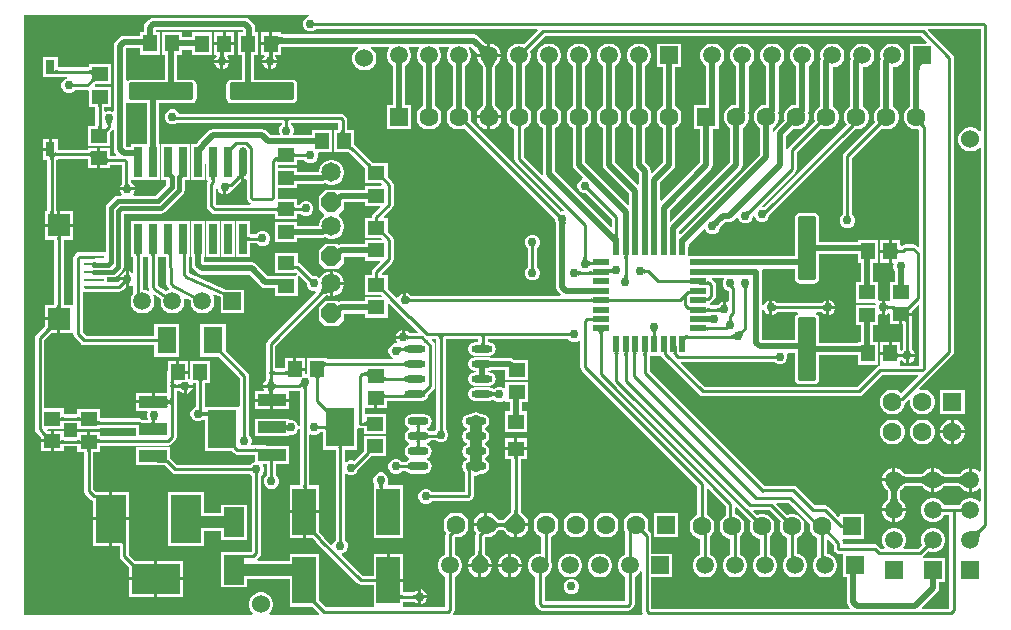
<source format=gtl>
G04*
G04 #@! TF.GenerationSoftware,Altium Limited,Altium Designer,21.2.1 (34)*
G04*
G04 Layer_Physical_Order=1*
G04 Layer_Color=255*
%FSLAX43Y43*%
%MOMM*%
G71*
G04*
G04 #@! TF.SameCoordinates,427E456E-B420-4228-82AE-AA47295AEFF1*
G04*
G04*
G04 #@! TF.FilePolarity,Positive*
G04*
G01*
G75*
%ADD12C,0.508*%
%ADD13C,0.381*%
%ADD20C,0.254*%
%ADD23R,1.400X1.200*%
%ADD24R,1.473X0.508*%
%ADD25R,0.508X1.473*%
G04:AMPARAMS|DCode=26|XSize=5.5mm|YSize=1.5mm|CornerRadius=0.188mm|HoleSize=0mm|Usage=FLASHONLY|Rotation=90.000|XOffset=0mm|YOffset=0mm|HoleType=Round|Shape=RoundedRectangle|*
%AMROUNDEDRECTD26*
21,1,5.500,1.125,0,0,90.0*
21,1,5.125,1.500,0,0,90.0*
1,1,0.375,0.563,2.563*
1,1,0.375,0.563,-2.563*
1,1,0.375,-0.563,-2.563*
1,1,0.375,-0.563,2.563*
%
%ADD26ROUNDEDRECTD26*%
%ADD27R,1.200X1.400*%
%ADD28R,2.000X4.000*%
%ADD29R,1.626X2.286*%
%ADD30R,1.778X0.254*%
%ADD31R,1.900X1.900*%
%ADD32R,0.635X2.500*%
%ADD33O,0.635X2.500*%
G04:AMPARAMS|DCode=34|XSize=5.5mm|YSize=1.5mm|CornerRadius=0.188mm|HoleSize=0mm|Usage=FLASHONLY|Rotation=180.000|XOffset=0mm|YOffset=0mm|HoleType=Round|Shape=RoundedRectangle|*
%AMROUNDEDRECTD34*
21,1,5.500,1.125,0,0,180.0*
21,1,5.125,1.500,0,0,180.0*
1,1,0.375,-2.563,0.563*
1,1,0.375,2.563,0.563*
1,1,0.375,2.563,-0.563*
1,1,0.375,-2.563,-0.563*
%
%ADD34ROUNDEDRECTD34*%
%ADD35R,0.800X1.200*%
%ADD36R,2.400X1.000*%
%ADD37R,2.400X3.300*%
%ADD38O,1.780X0.720*%
%ADD39R,1.700X2.500*%
%ADD40O,1.800X0.600*%
%ADD41R,1.397X1.270*%
%ADD71C,1.016*%
%ADD72R,4.064X2.540*%
%ADD73R,2.540X4.064*%
%ADD74R,1.600X1.600*%
%ADD75C,1.600*%
%ADD76R,1.520X1.520*%
%ADD77C,1.520*%
%ADD78P,1.787X8X112.5*%
%ADD79C,1.651*%
%ADD80R,1.520X1.520*%
%ADD81C,1.524*%
%ADD82C,0.762*%
G36*
X115952Y94615D02*
X115718Y94518D01*
X115540Y94340D01*
X115443Y94106D01*
Y93854D01*
X115540Y93620D01*
X115718Y93442D01*
X115952Y93345D01*
X116204D01*
X116438Y93442D01*
X116588Y93592D01*
X135294D01*
X135343Y93474D01*
X134125Y92256D01*
X134122Y92258D01*
X133864Y92327D01*
X133598D01*
X133340Y92258D01*
X133108Y92124D01*
X132920Y91936D01*
X132786Y91704D01*
X132717Y91446D01*
Y91180D01*
X132786Y90922D01*
X132920Y90690D01*
X133108Y90502D01*
X133213Y90441D01*
Y87026D01*
X133080Y86949D01*
X132883Y86753D01*
X132745Y86513D01*
X132673Y86245D01*
Y85967D01*
X132745Y85699D01*
X132883Y85459D01*
X133080Y85263D01*
X133320Y85124D01*
X133338Y85119D01*
Y82566D01*
X133368Y82417D01*
X133452Y82291D01*
X137511Y78232D01*
X137459Y78105D01*
X137288D01*
X137270Y78098D01*
X129637Y85730D01*
X129701Y85967D01*
Y86245D01*
X129629Y86513D01*
X129490Y86753D01*
X129294Y86949D01*
X129169Y87022D01*
Y90441D01*
X129274Y90502D01*
X129462Y90690D01*
X129596Y90922D01*
X129665Y91180D01*
Y91446D01*
X129596Y91704D01*
X129462Y91936D01*
X129452Y91946D01*
X129501Y92063D01*
X129708D01*
X130208Y91563D01*
X130177Y91446D01*
Y91440D01*
X130425D01*
X130422Y91471D01*
X130410Y91542D01*
X130393Y91610D01*
X130371Y91676D01*
X130343Y91738D01*
X130311Y91799D01*
X130273Y91856D01*
X130230Y91910D01*
X130182Y91962D01*
X130542Y92322D01*
X130594Y92274D01*
X130648Y92231D01*
X130705Y92193D01*
X130766Y92161D01*
X130828Y92133D01*
X130894Y92111D01*
X130962Y92094D01*
X131033Y92082D01*
X131064Y92079D01*
Y92327D01*
X131058D01*
X130941Y92296D01*
X130289Y92947D01*
X130121Y93060D01*
X129923Y93099D01*
X113568D01*
Y93280D01*
X112841D01*
Y92326D01*
X112714D01*
Y92199D01*
X111860D01*
Y91372D01*
X112138D01*
X112191Y91245D01*
X112111Y91165D01*
X112014Y90932D01*
X113284D01*
X113187Y91165D01*
X113107Y91245D01*
X113114Y91372D01*
X113568D01*
Y92063D01*
X120103D01*
X120137Y91936D01*
X120026Y91872D01*
X119837Y91683D01*
X119703Y91451D01*
X119634Y91193D01*
Y90925D01*
X119703Y90667D01*
X119837Y90435D01*
X120026Y90246D01*
X120258Y90112D01*
X120516Y90043D01*
X120784D01*
X121042Y90112D01*
X121274Y90246D01*
X121463Y90435D01*
X121597Y90667D01*
X121666Y90925D01*
Y91193D01*
X121597Y91451D01*
X121463Y91683D01*
X121274Y91872D01*
X121163Y91936D01*
X121197Y92063D01*
X122721D01*
X122770Y91946D01*
X122760Y91936D01*
X122626Y91704D01*
X122557Y91446D01*
Y91180D01*
X122626Y90922D01*
X122760Y90690D01*
X122948Y90502D01*
X123053Y90441D01*
Y87160D01*
X122513D01*
Y85052D01*
X124621D01*
Y87160D01*
X124089D01*
Y90441D01*
X124194Y90502D01*
X124382Y90690D01*
X124516Y90922D01*
X124585Y91180D01*
Y91446D01*
X124516Y91704D01*
X124382Y91936D01*
X124372Y91946D01*
X124421Y92063D01*
X125261D01*
X125310Y91946D01*
X125300Y91936D01*
X125166Y91704D01*
X125097Y91446D01*
Y91180D01*
X125166Y90922D01*
X125300Y90690D01*
X125488Y90502D01*
X125593Y90441D01*
Y87026D01*
X125460Y86949D01*
X125263Y86753D01*
X125125Y86513D01*
X125053Y86245D01*
Y85967D01*
X125125Y85699D01*
X125263Y85459D01*
X125460Y85263D01*
X125700Y85124D01*
X125968Y85052D01*
X126246D01*
X126514Y85124D01*
X126754Y85263D01*
X126950Y85459D01*
X127089Y85699D01*
X127161Y85967D01*
Y86245D01*
X127089Y86513D01*
X126950Y86753D01*
X126754Y86949D01*
X126629Y87022D01*
Y90441D01*
X126734Y90502D01*
X126922Y90690D01*
X127056Y90922D01*
X127125Y91180D01*
Y91446D01*
X127056Y91704D01*
X126922Y91936D01*
X126912Y91946D01*
X126961Y92063D01*
X127801D01*
X127850Y91946D01*
X127840Y91936D01*
X127706Y91704D01*
X127637Y91446D01*
Y91180D01*
X127706Y90922D01*
X127840Y90690D01*
X128028Y90502D01*
X128133Y90441D01*
Y87026D01*
X128000Y86949D01*
X127803Y86753D01*
X127665Y86513D01*
X127593Y86245D01*
Y85967D01*
X127665Y85699D01*
X127803Y85459D01*
X128000Y85263D01*
X128240Y85124D01*
X128508Y85052D01*
X128786D01*
X129054Y85124D01*
X129112Y85157D01*
X136779Y77490D01*
Y77344D01*
X136876Y77110D01*
X136896Y77090D01*
Y71697D01*
X136935Y71499D01*
X137048Y71331D01*
X137276Y71102D01*
X137224Y70975D01*
X124614D01*
X124439Y71150D01*
X124206Y71247D01*
Y70612D01*
X123952D01*
Y71247D01*
X123719Y71150D01*
X123541Y70972D01*
X123491Y70851D01*
X123341Y70822D01*
X123322Y70841D01*
X123273Y70914D01*
X122615Y71572D01*
Y72731D01*
X122156D01*
X122104Y72858D01*
X123016Y73771D01*
X123101Y73897D01*
X123130Y74045D01*
Y75722D01*
X123101Y75871D01*
X123016Y75997D01*
X122615Y76398D01*
Y77557D01*
X122326D01*
X122278Y77674D01*
X123016Y78413D01*
X123101Y78539D01*
X123130Y78688D01*
Y80364D01*
X123101Y80513D01*
X123016Y80639D01*
X122615Y81041D01*
Y82199D01*
X121356D01*
X119783Y83773D01*
Y85031D01*
X119190D01*
Y85830D01*
X119160Y85979D01*
X119076Y86105D01*
X118927Y86254D01*
X118801Y86338D01*
X118653Y86367D01*
X104973D01*
X104932Y86466D01*
X104754Y86644D01*
X104520Y86741D01*
X104268D01*
X104034Y86644D01*
X103856Y86466D01*
X103759Y86232D01*
Y85980D01*
X103856Y85746D01*
X104034Y85568D01*
X104268Y85471D01*
X104520D01*
X104754Y85568D01*
X104780Y85594D01*
X104797Y85591D01*
X113658D01*
Y85453D01*
X113508Y85303D01*
X113411Y85069D01*
Y84817D01*
X113460Y84699D01*
X113375Y84572D01*
X112711D01*
X112355Y84928D01*
X112187Y85041D01*
X111989Y85080D01*
X107803D01*
X107605Y85041D01*
X107437Y84928D01*
X106631Y84123D01*
X106519Y83955D01*
X106512Y83920D01*
X106392Y83800D01*
X105981D01*
Y80792D01*
X107124D01*
Y82182D01*
X107135Y82192D01*
X107252Y82140D01*
Y80792D01*
X107312D01*
X107380Y80665D01*
X107337Y80601D01*
X107308Y80453D01*
Y78564D01*
X107337Y78416D01*
X107421Y78290D01*
X107697Y78014D01*
X107823Y77930D01*
X107972Y77900D01*
X113031D01*
Y77435D01*
X114939D01*
Y77900D01*
X115258D01*
X115337Y77821D01*
X115571Y77724D01*
X115823D01*
X116057Y77821D01*
X116235Y77999D01*
X116332Y78233D01*
Y78485D01*
X116235Y78719D01*
X116057Y78897D01*
X115823Y78994D01*
X115571D01*
X115337Y78897D01*
X115159Y78719D01*
X115141Y78677D01*
X114939D01*
Y79143D01*
X113366D01*
X113286Y79241D01*
X113291Y79270D01*
Y80107D01*
X114939D01*
Y80443D01*
X117100D01*
X117299Y80482D01*
X117299Y80482D01*
X117439Y80401D01*
X117714Y80327D01*
X117998D01*
X118273Y80401D01*
X118519Y80543D01*
X118720Y80744D01*
X118862Y80990D01*
X118936Y81265D01*
Y81549D01*
X118862Y81824D01*
X118720Y82070D01*
X118519Y82271D01*
X118273Y82413D01*
X117998Y82487D01*
X117714D01*
X117439Y82413D01*
X117193Y82271D01*
X116992Y82070D01*
X116850Y81824D01*
X116776Y81549D01*
Y81479D01*
X114939D01*
Y81815D01*
X113291D01*
Y82007D01*
X114939D01*
Y82469D01*
X115555D01*
X115705Y82319D01*
X115938Y82222D01*
X116191D01*
X116424Y82319D01*
X116603Y82497D01*
X116699Y82731D01*
Y82984D01*
X116685Y83018D01*
X116756Y83123D01*
X117883D01*
Y85031D01*
X116175D01*
Y84572D01*
X114717D01*
X114632Y84699D01*
X114681Y84817D01*
Y85069D01*
X114584Y85303D01*
X114434Y85453D01*
Y85591D01*
X118413D01*
Y85031D01*
X118075D01*
Y83123D01*
X119333D01*
X120707Y81750D01*
Y80491D01*
X122049D01*
X122105Y80421D01*
X122052Y80299D01*
X120707D01*
Y79963D01*
X118698D01*
X118500Y79924D01*
X118451Y79891D01*
X118396Y79947D01*
X117316D01*
X116776Y79407D01*
Y78327D01*
X117234Y77869D01*
X117214Y77711D01*
X117193Y77699D01*
X116992Y77498D01*
X116850Y77252D01*
X116776Y76977D01*
Y76907D01*
X114939D01*
Y77243D01*
X113031D01*
Y75535D01*
X114939D01*
Y75871D01*
X117100D01*
X117299Y75910D01*
X117299Y75910D01*
X117439Y75829D01*
X117714Y75756D01*
X117998D01*
X118273Y75829D01*
X118519Y75971D01*
X118720Y76172D01*
X118862Y76418D01*
X118936Y76693D01*
Y76977D01*
X118862Y77252D01*
X118720Y77498D01*
X118519Y77699D01*
X118498Y77711D01*
X118478Y77869D01*
X118936Y78327D01*
Y78927D01*
X120707D01*
Y78591D01*
X121930D01*
X121979Y78474D01*
X121386Y77881D01*
X121302Y77755D01*
X121272Y77607D01*
Y77557D01*
X120707D01*
Y75849D01*
X122049D01*
X122105Y75778D01*
X122052Y75657D01*
X120707D01*
Y75321D01*
X118628D01*
X118479Y75291D01*
X118396Y75374D01*
X117316D01*
X116776Y74835D01*
Y73755D01*
X117316Y73215D01*
X118396D01*
X118936Y73755D01*
Y74285D01*
X120707D01*
Y73949D01*
X121930D01*
X121979Y73832D01*
X121386Y73239D01*
X121302Y73113D01*
X121272Y72964D01*
Y72731D01*
X120707D01*
Y71023D01*
X122049D01*
X122105Y70952D01*
X122052Y70831D01*
X120707D01*
Y70495D01*
X118628D01*
X118479Y70465D01*
X118396Y70549D01*
X117316D01*
X116776Y70009D01*
Y68929D01*
X117316Y68390D01*
X118396D01*
X118936Y68929D01*
Y69459D01*
X120707D01*
Y69123D01*
X122615D01*
Y70275D01*
X122670Y70308D01*
X122742Y70322D01*
X124186Y68878D01*
X124259Y68829D01*
X125145Y67943D01*
X125097Y67825D01*
X124462D01*
X124312Y67975D01*
X124079Y68072D01*
Y67437D01*
X123952D01*
Y67310D01*
X123317D01*
X123414Y67077D01*
X123435Y67056D01*
X123382Y66929D01*
X123191D01*
X122957Y66832D01*
X122779Y66654D01*
X122682Y66420D01*
Y66168D01*
X122779Y65934D01*
X122957Y65756D01*
X123081Y65704D01*
X123056Y65577D01*
X117505D01*
Y65721D01*
X115797D01*
Y64402D01*
X115680Y64321D01*
X115605Y64349D01*
Y64640D01*
X114751D01*
Y64767D01*
X114624D01*
Y65721D01*
X113897D01*
Y64844D01*
X113102D01*
Y66706D01*
X117414Y71018D01*
X117439Y71003D01*
X117714Y70929D01*
X117729D01*
Y71183D01*
X117726Y71183D01*
X117508Y71169D01*
X117412Y71156D01*
X117325Y71139D01*
X117246Y71118D01*
X117176Y71092D01*
X117115Y71063D01*
X117063Y71030D01*
X117019Y70992D01*
X116839Y71172D01*
X116877Y71216D01*
X116910Y71268D01*
X116939Y71329D01*
X116965Y71399D01*
X116986Y71478D01*
X117003Y71565D01*
X117016Y71661D01*
X117030Y71879D01*
X117031Y72001D01*
X117729Y71302D01*
Y72009D01*
Y73089D01*
X117714D01*
X117439Y73015D01*
X117193Y72873D01*
X116992Y72672D01*
X116912Y72533D01*
X116786Y72516D01*
X116755Y72547D01*
X116522Y72644D01*
X116269D01*
X116253Y72637D01*
X115249Y73641D01*
X115123Y73725D01*
X114997Y73750D01*
Y74571D01*
X113089D01*
Y72863D01*
X114893D01*
X114945Y72796D01*
X114888Y72671D01*
X113089D01*
Y72654D01*
X112483D01*
X111491Y73645D01*
X111323Y73758D01*
X111125Y73797D01*
X107071D01*
Y74292D01*
X107124D01*
Y77300D01*
X105981D01*
Y74292D01*
X106035D01*
Y73577D01*
X106074Y73378D01*
X106187Y73210D01*
X106484Y72913D01*
X106484Y72913D01*
X106652Y72800D01*
X106851Y72761D01*
X110910D01*
X111902Y71770D01*
X112070Y71657D01*
X112268Y71618D01*
X113089D01*
Y70963D01*
X114997D01*
Y72560D01*
X114997Y72615D01*
X115124Y72668D01*
X115760Y72031D01*
Y71883D01*
X115857Y71649D01*
X116036Y71471D01*
X116269Y71374D01*
X116492D01*
X116546Y71287D01*
X116554Y71257D01*
X112439Y67141D01*
X112355Y67015D01*
X112325Y66867D01*
Y64455D01*
Y63828D01*
X112175Y63678D01*
X112079Y63446D01*
X112714D01*
Y63192D01*
X112079D01*
X112159Y62998D01*
X112097Y62871D01*
X111343D01*
Y62244D01*
X112797D01*
X114251D01*
Y62871D01*
X114354Y62930D01*
X115110D01*
X115187Y62867D01*
Y59949D01*
X115062Y59943D01*
X114965Y60177D01*
X114787Y60355D01*
X114553Y60452D01*
X114301D01*
X114251Y60485D01*
Y60571D01*
X111343D01*
Y59063D01*
X114251D01*
Y59149D01*
X114301Y59182D01*
X114553D01*
X114787Y59279D01*
X114965Y59457D01*
X115062Y59691D01*
X115187Y59685D01*
Y54938D01*
X114316D01*
Y52811D01*
X115570D01*
X116824D01*
Y54938D01*
X115964D01*
Y59147D01*
X116091Y59232D01*
X116211Y59182D01*
X116463D01*
X116697Y59279D01*
X116847Y59429D01*
X117143D01*
Y57913D01*
X118209D01*
Y50302D01*
X118059Y50152D01*
X117975Y49951D01*
X117845Y49902D01*
X117263Y50483D01*
X117260Y50502D01*
X117176Y50628D01*
X116824Y50979D01*
Y52557D01*
X115697D01*
Y50430D01*
X116275D01*
X116538Y50166D01*
X116542Y50148D01*
X116626Y50022D01*
X120039Y46609D01*
X120165Y46525D01*
X120313Y46496D01*
X121428D01*
Y44630D01*
X121320Y44584D01*
X117419D01*
X116824Y45179D01*
Y49138D01*
X114316D01*
Y48553D01*
X111605D01*
X111552Y48680D01*
X111781Y48908D01*
X111865Y49034D01*
X111894Y49183D01*
Y55751D01*
X112044Y55901D01*
X112141Y56135D01*
Y56387D01*
X112044Y56621D01*
X112019Y56646D01*
X112068Y56763D01*
X112388D01*
Y55784D01*
X112238Y55634D01*
X112141Y55400D01*
Y55148D01*
X112238Y54914D01*
X112416Y54736D01*
X112650Y54639D01*
X112902D01*
X113136Y54736D01*
X113314Y54914D01*
X113411Y55148D01*
Y55400D01*
X113314Y55634D01*
X113164Y55784D01*
Y56763D01*
X114251D01*
Y58271D01*
X112423D01*
X112275Y58300D01*
X111160D01*
X111075Y58427D01*
X111125Y58548D01*
Y58800D01*
X111028Y59034D01*
X110878Y59184D01*
Y64186D01*
X110849Y64334D01*
X110765Y64460D01*
X108890Y66335D01*
Y68580D01*
X106756D01*
Y65786D01*
X108340D01*
X110102Y64025D01*
Y61686D01*
X110018Y61594D01*
X107134D01*
Y63559D01*
X107599D01*
Y65467D01*
X105891D01*
Y64029D01*
X105764Y63956D01*
X105699Y63994D01*
Y64386D01*
X104845D01*
Y64513D01*
X104718D01*
Y65467D01*
X103991D01*
Y64669D01*
X103986Y64661D01*
X103957Y64513D01*
Y63329D01*
Y62744D01*
X102891D01*
Y61990D01*
X102764D01*
Y61863D01*
X101310D01*
Y61236D01*
X102212D01*
X102297Y61109D01*
X102235Y60959D01*
Y60707D01*
X102291Y60571D01*
X102206Y60444D01*
X101859D01*
X101831Y60473D01*
X101705Y60557D01*
X101556Y60586D01*
X98239D01*
Y61371D01*
X96331D01*
Y60962D01*
X95188D01*
Y61428D01*
X93541D01*
Y67240D01*
X94124Y67822D01*
X94652D01*
Y68899D01*
X93575D01*
Y68372D01*
X92878Y67675D01*
X92794Y67549D01*
X92765Y67401D01*
Y59655D01*
X92794Y59506D01*
X92878Y59380D01*
X93280Y58979D01*
Y58801D01*
X94107D01*
Y59528D01*
X93846D01*
X93789Y59599D01*
X93843Y59720D01*
X95188D01*
Y60186D01*
X96331D01*
Y59663D01*
X98239D01*
Y59810D01*
X101310D01*
Y59062D01*
X98239D01*
Y59471D01*
X97412D01*
Y58617D01*
X97158D01*
Y59471D01*
X96331D01*
Y59006D01*
X95188D01*
Y59528D01*
X94361D01*
Y58674D01*
Y57820D01*
X95188D01*
Y58229D01*
X96331D01*
Y57763D01*
X96897D01*
Y54480D01*
X96927Y54331D01*
X97011Y54205D01*
X97515Y53700D01*
X97641Y53616D01*
X97663Y53612D01*
Y52197D01*
X99060D01*
Y54356D01*
X98082D01*
X98044Y54363D01*
X97951D01*
X97674Y54641D01*
Y57763D01*
X98239D01*
Y58286D01*
X104013D01*
X104162Y58315D01*
X104288Y58399D01*
X104620Y58731D01*
X104704Y58857D01*
X104733Y59006D01*
Y61990D01*
Y62941D01*
X104944D01*
X105094Y62791D01*
X105327Y62695D01*
Y63329D01*
X105454D01*
Y63456D01*
X106089D01*
X106157Y63559D01*
X106357D01*
Y61566D01*
X106193Y61498D01*
X106015Y61320D01*
X105918Y61086D01*
Y60834D01*
X106015Y60600D01*
X106193Y60422D01*
X106427Y60325D01*
X106679D01*
X106913Y60422D01*
X106983Y60492D01*
X107110Y60439D01*
Y57786D01*
X109469D01*
X109617Y57637D01*
X109743Y57553D01*
X109892Y57524D01*
X111343D01*
Y56881D01*
X111146Y56799D01*
X110996Y56649D01*
X104809D01*
X104218Y57240D01*
Y58144D01*
X101310D01*
Y56636D01*
X103099D01*
X103137Y56629D01*
X103731D01*
X104373Y55986D01*
X104499Y55902D01*
X104648Y55873D01*
X110996D01*
X111118Y55751D01*
Y49344D01*
X111069Y49295D01*
X110324D01*
X110286Y49288D01*
X108497D01*
Y46280D01*
X110705D01*
Y47015D01*
X114316D01*
Y44630D01*
X116275D01*
X116838Y44067D01*
X116789Y43949D01*
X112622D01*
X112569Y44076D01*
X112700Y44207D01*
X112834Y44439D01*
X112903Y44697D01*
Y44965D01*
X112834Y45223D01*
X112700Y45455D01*
X112511Y45644D01*
X112279Y45778D01*
X112021Y45847D01*
X111753D01*
X111495Y45778D01*
X111263Y45644D01*
X111074Y45455D01*
X110940Y45223D01*
X110871Y44965D01*
Y44697D01*
X110940Y44439D01*
X111074Y44207D01*
X111205Y44076D01*
X111152Y43949D01*
X91828D01*
Y45466D01*
Y92710D01*
Y94735D01*
X115934D01*
X115952Y94615D01*
D02*
G37*
G36*
X113316Y92987D02*
X113332Y92955D01*
X113357Y92927D01*
X113393Y92903D01*
X113438Y92882D01*
X113494Y92865D01*
X113560Y92852D01*
X113636Y92842D01*
X113723Y92837D01*
X113819Y92835D01*
Y92327D01*
X113722Y92324D01*
X113636Y92317D01*
X113559Y92304D01*
X113493Y92286D01*
X113436Y92263D01*
X113390Y92236D01*
X113355Y92203D01*
X113329Y92164D01*
X113314Y92121D01*
X113308Y92073D01*
X113311Y93023D01*
X113316Y92987D01*
D02*
G37*
G36*
X134336Y91738D02*
X134269Y91671D01*
X134017Y91382D01*
X133999Y91354D01*
X133989Y91331D01*
X133985Y91313D01*
X133731Y91567D01*
X133749Y91571D01*
X133772Y91581D01*
X133800Y91599D01*
X133835Y91623D01*
X133920Y91693D01*
X134089Y91851D01*
X134156Y91918D01*
X134336Y91738D01*
D02*
G37*
G36*
X112884Y92131D02*
X112875Y92107D01*
X112867Y92075D01*
X112860Y92033D01*
X112850Y91923D01*
X112842Y91692D01*
X112842Y91629D01*
X112968D01*
X112944Y91626D01*
X112923Y91618D01*
X112904Y91606D01*
X112887Y91588D01*
X112873Y91565D01*
X112862Y91537D01*
X112853Y91504D01*
X112846Y91466D01*
X112843Y91423D01*
X112841Y91375D01*
X112776D01*
X112841Y91362D01*
X112843Y91328D01*
X112846Y91294D01*
X112852Y91260D01*
X112860Y91226D01*
X112871Y91193D01*
X112884Y91159D01*
X112899Y91126D01*
X112916Y91093D01*
X112936Y91060D01*
X112958Y91027D01*
X112433Y91119D01*
X112462Y91141D01*
X112489Y91164D01*
X112512Y91190D01*
X112532Y91216D01*
X112549Y91245D01*
X112563Y91275D01*
X112574Y91306D01*
X112581Y91339D01*
X112586Y91373D01*
X112587Y91396D01*
X112586Y91423D01*
X112582Y91466D01*
X112576Y91504D01*
X112567Y91537D01*
X112556Y91565D01*
X112542Y91588D01*
X112525Y91606D01*
X112506Y91618D01*
X112485Y91626D01*
X112460Y91629D01*
X112587D01*
X112587Y91692D01*
X112562Y92075D01*
X112554Y92107D01*
X112545Y92131D01*
X112535Y92146D01*
X112894D01*
X112884Y92131D01*
D02*
G37*
G36*
X167846Y90551D02*
X167803Y90536D01*
X167764Y90510D01*
X167731Y90475D01*
X167704Y90429D01*
X167681Y90373D01*
X167663Y90307D01*
X167650Y90231D01*
X167643Y90145D01*
X167640Y90048D01*
X167132D01*
X167133Y90556D01*
X167894D01*
X167846Y90551D01*
D02*
G37*
G36*
X162494Y85932D02*
X162481Y85912D01*
X162470Y85892D01*
X162460Y85871D01*
X162452Y85850D01*
X162445Y85829D01*
X162440Y85808D01*
X162436Y85786D01*
X162434Y85764D01*
X162433Y85742D01*
X162179D01*
X162178Y85764D01*
X162176Y85786D01*
X162172Y85808D01*
X162167Y85829D01*
X162160Y85850D01*
X162152Y85871D01*
X162142Y85892D01*
X162131Y85912D01*
X162118Y85932D01*
X162104Y85952D01*
X162508D01*
X162494Y85932D01*
D02*
G37*
G36*
X114427Y85852D02*
X114379Y85849D01*
X114336Y85842D01*
X114297Y85829D01*
X114264Y85811D01*
X114237Y85788D01*
X114214Y85761D01*
X114196Y85728D01*
X114183Y85689D01*
X114176Y85646D01*
X114173Y85598D01*
X113919D01*
X113916Y85646D01*
X113909Y85689D01*
X113896Y85728D01*
X113878Y85761D01*
X113855Y85788D01*
X113828Y85811D01*
X113795Y85829D01*
X113756Y85842D01*
X113713Y85849D01*
X113665Y85852D01*
X114046Y86106D01*
X114427Y85852D01*
D02*
G37*
G36*
X133897Y85912D02*
X133888Y85888D01*
X133880Y85855D01*
X133873Y85813D01*
X133862Y85704D01*
X133854Y85473D01*
X133854Y85378D01*
X133600D01*
X133599Y85473D01*
X133574Y85855D01*
X133566Y85888D01*
X133557Y85912D01*
X133547Y85927D01*
X133907D01*
X133897Y85912D01*
D02*
G37*
G36*
X168034Y85633D02*
X168023Y85605D01*
X168017Y85577D01*
X168016Y85549D01*
X168020Y85521D01*
X168028Y85492D01*
X168042Y85463D01*
X168060Y85434D01*
X168083Y85404D01*
X168111Y85374D01*
X167931Y85194D01*
X167895Y85228D01*
X167860Y85258D01*
X167825Y85283D01*
X167790Y85303D01*
X167756Y85319D01*
X167722Y85331D01*
X167689Y85338D01*
X167656Y85341D01*
X167624Y85339D01*
X167592Y85333D01*
X168050Y85660D01*
X168034Y85633D01*
D02*
G37*
G36*
X172840Y84936D02*
X172713Y84883D01*
X172582Y85014D01*
X172350Y85148D01*
X172092Y85217D01*
X171824D01*
X171566Y85148D01*
X171334Y85014D01*
X171145Y84825D01*
X171011Y84593D01*
X170942Y84335D01*
Y84067D01*
X171011Y83809D01*
X171145Y83577D01*
X171334Y83388D01*
X171566Y83254D01*
X171824Y83185D01*
X172092D01*
X172350Y83254D01*
X172582Y83388D01*
X172713Y83519D01*
X172840Y83466D01*
Y56104D01*
X172713Y56051D01*
X172581Y56183D01*
X172349Y56317D01*
X172091Y56386D01*
X172085D01*
Y55372D01*
Y54358D01*
X172091D01*
X172349Y54427D01*
X172581Y54561D01*
X172713Y54693D01*
X172840Y54640D01*
Y53564D01*
X172713Y53511D01*
X172581Y53643D01*
X172349Y53777D01*
X172091Y53846D01*
X171825D01*
X171567Y53777D01*
X171335Y53643D01*
X171147Y53455D01*
X171013Y53223D01*
X171012Y53220D01*
X169729D01*
X169728Y53223D01*
X169594Y53455D01*
X169406Y53643D01*
X169174Y53777D01*
X168916Y53846D01*
X168650D01*
X168392Y53777D01*
X168160Y53643D01*
X167972Y53455D01*
X167838Y53223D01*
X167769Y52965D01*
Y52699D01*
X167838Y52441D01*
X167972Y52209D01*
X168160Y52021D01*
X168392Y51887D01*
X168650Y51818D01*
X168916D01*
X169174Y51887D01*
X169406Y52021D01*
X169594Y52209D01*
X169728Y52441D01*
X169729Y52444D01*
X170173D01*
Y44577D01*
X170173Y44573D01*
X170075Y44457D01*
X167909D01*
X167860Y44575D01*
X169149Y45864D01*
X169262Y46032D01*
X169301Y46230D01*
Y46738D01*
X169797D01*
Y48766D01*
X167980D01*
X167946Y48826D01*
X167933Y48893D01*
X168389Y49349D01*
X168392Y49347D01*
X168650Y49278D01*
X168916D01*
X169174Y49347D01*
X169406Y49481D01*
X169594Y49669D01*
X169728Y49901D01*
X169797Y50159D01*
Y50425D01*
X169728Y50683D01*
X169594Y50915D01*
X169406Y51103D01*
X169174Y51237D01*
X168916Y51306D01*
X168650D01*
X168392Y51237D01*
X168160Y51103D01*
X167972Y50915D01*
X167838Y50683D01*
X167769Y50425D01*
Y50159D01*
X167838Y49901D01*
X167840Y49898D01*
X167481Y49539D01*
X166328D01*
X166280Y49657D01*
X166292Y49669D01*
X166426Y49901D01*
X166495Y50159D01*
Y50425D01*
X166426Y50683D01*
X166292Y50915D01*
X166104Y51103D01*
X165872Y51237D01*
X165614Y51306D01*
X165348D01*
X165090Y51237D01*
X164858Y51103D01*
X164670Y50915D01*
X164536Y50683D01*
X164467Y50425D01*
Y50159D01*
X164536Y49901D01*
X164670Y49669D01*
X164682Y49657D01*
X164634Y49539D01*
X164391D01*
X164126Y49805D01*
X164000Y49889D01*
X163851Y49918D01*
X161170D01*
Y50038D01*
X161141Y50187D01*
X161096Y50254D01*
X161164Y50381D01*
X162979D01*
Y52489D01*
X160871D01*
Y52315D01*
X160754Y52267D01*
X160611Y52409D01*
X160600Y52416D01*
X160495Y52545D01*
X160366Y52650D01*
X160359Y52661D01*
X159914Y53107D01*
X159788Y53191D01*
X159639Y53220D01*
X158784D01*
X157247Y54758D01*
X157121Y54842D01*
X156972Y54871D01*
X154549D01*
X144787Y64633D01*
Y65888D01*
X145742D01*
X145742Y65886D01*
X145826Y65760D01*
X148996Y62590D01*
X149122Y62506D01*
X149270Y62477D01*
X162560D01*
X162709Y62506D01*
X162835Y62590D01*
X164499Y64255D01*
X167487D01*
X167535Y64137D01*
X166109Y62711D01*
X166001Y62819D01*
X165761Y62958D01*
X165493Y63030D01*
X165215D01*
X164947Y62958D01*
X164707Y62819D01*
X164511Y62623D01*
X164372Y62383D01*
X164300Y62115D01*
Y61837D01*
X164372Y61569D01*
X164511Y61329D01*
X164707Y61133D01*
X164947Y60994D01*
X165215Y60922D01*
X165493D01*
X165761Y60994D01*
X166001Y61133D01*
X166197Y61329D01*
X166336Y61569D01*
X166408Y61837D01*
Y61927D01*
X166456Y61959D01*
X166744Y62247D01*
X166858Y62181D01*
X166840Y62115D01*
Y61837D01*
X166912Y61569D01*
X167051Y61329D01*
X167247Y61133D01*
X167487Y60994D01*
X167755Y60922D01*
X168033D01*
X168301Y60994D01*
X168541Y61133D01*
X168737Y61329D01*
X168876Y61569D01*
X168948Y61837D01*
Y62115D01*
X168876Y62383D01*
X168737Y62623D01*
X168541Y62819D01*
X168301Y62958D01*
X168033Y63030D01*
X167755D01*
X167689Y63012D01*
X167623Y63126D01*
X170455Y65958D01*
X170539Y66084D01*
X170568Y66232D01*
Y91082D01*
X170539Y91231D01*
X170455Y91357D01*
X168337Y93474D01*
X168386Y93592D01*
X172840D01*
Y84936D01*
D02*
G37*
G36*
X118930Y84980D02*
X118934Y84937D01*
X118940Y84899D01*
X118949Y84866D01*
X118960Y84838D01*
X118974Y84815D01*
X118991Y84797D01*
X119010Y84785D01*
X119031Y84777D01*
X119056Y84774D01*
X118548D01*
X118572Y84777D01*
X118593Y84785D01*
X118612Y84797D01*
X118629Y84815D01*
X118643Y84838D01*
X118654Y84866D01*
X118663Y84899D01*
X118670Y84937D01*
X118673Y84980D01*
X118675Y85028D01*
X118929D01*
X118930Y84980D01*
D02*
G37*
G36*
X109587Y83543D02*
X109537Y83491D01*
X109458Y83397D01*
X109429Y83356D01*
X109407Y83318D01*
X109393Y83284D01*
X109386Y83254D01*
Y83227D01*
X109393Y83203D01*
X109407Y83184D01*
X109048Y83543D01*
X109068Y83529D01*
X109091Y83521D01*
X109118D01*
X109149Y83529D01*
X109183Y83543D01*
X109221Y83564D01*
X109262Y83593D01*
X109307Y83629D01*
X109407Y83723D01*
X109587Y83543D01*
D02*
G37*
G36*
X114682Y83087D02*
X114689Y83065D01*
X114702Y83046D01*
X114720Y83030D01*
X114743Y83016D01*
X114772Y83005D01*
X114805Y82996D01*
X114844Y82989D01*
X114887Y82985D01*
X114936Y82984D01*
Y82730D01*
X114887Y82729D01*
X114844Y82725D01*
X114805Y82719D01*
X114772Y82710D01*
X114743Y82698D01*
X114720Y82684D01*
X114702Y82668D01*
X114689Y82649D01*
X114682Y82627D01*
X114679Y82603D01*
Y83111D01*
X114682Y83087D01*
D02*
G37*
G36*
X113288Y82314D02*
X113286Y82334D01*
X113279Y82353D01*
X113267Y82369D01*
X113250Y82384D01*
X113229Y82396D01*
X113203Y82405D01*
X113172Y82413D01*
X113137Y82419D01*
X113097Y82422D01*
X113052Y82423D01*
Y82677D01*
X113097Y82678D01*
X113137Y82681D01*
X113172Y82687D01*
X113203Y82695D01*
X113229Y82704D01*
X113250Y82716D01*
X113267Y82731D01*
X113279Y82747D01*
X113286Y82766D01*
X113288Y82786D01*
Y82314D01*
D02*
G37*
G36*
X110490Y80806D02*
X110546Y80817D01*
X110673Y80742D01*
Y79270D01*
X110703Y79121D01*
X110787Y78995D01*
X110936Y78846D01*
X110999Y78804D01*
X110960Y78677D01*
X108133D01*
X108084Y78725D01*
Y79999D01*
X108211Y80024D01*
X108279Y79861D01*
X108458Y79682D01*
X108690Y79586D01*
Y80221D01*
X108944D01*
Y79586D01*
X109177Y79682D01*
X109356Y79861D01*
X109390Y79944D01*
X109466Y79959D01*
X109592Y80043D01*
X110236Y80687D01*
Y81032D01*
X110206Y81011D01*
X110164Y80978D01*
X110118Y80938D01*
X110070Y80891D01*
X109890Y81070D01*
X109936Y81118D01*
X110009Y81205D01*
X110035Y81243D01*
X110054Y81278D01*
X110067Y81310D01*
X110072Y81339D01*
X110071Y81364D01*
X110063Y81387D01*
X110049Y81406D01*
X110236Y81225D01*
Y82296D01*
X110490D01*
Y80806D01*
D02*
G37*
G36*
X108053Y81050D02*
X108031Y81042D01*
X108012Y81029D01*
X107996Y81011D01*
X107982Y80988D01*
X107970Y80960D01*
X107961Y80926D01*
X107955Y80888D01*
X107951Y80844D01*
X107950Y80795D01*
X107696D01*
X107695Y80844D01*
X107691Y80888D01*
X107685Y80926D01*
X107676Y80960D01*
X107664Y80988D01*
X107650Y81011D01*
X107634Y81029D01*
X107615Y81042D01*
X107593Y81050D01*
X107569Y81052D01*
X108077D01*
X108053Y81050D01*
D02*
G37*
G36*
X109119Y80455D02*
X109127Y80453D01*
X109138Y80451D01*
X109153Y80450D01*
X109219Y80446D01*
X109317Y80445D01*
Y80191D01*
X109295Y80190D01*
X109240Y80186D01*
X109227Y80183D01*
X109216Y80180D01*
X109207Y80176D01*
X109200Y80172D01*
X109196Y80167D01*
X109194Y80161D01*
X109115Y80458D01*
X109119Y80455D01*
D02*
G37*
G36*
X114682Y78518D02*
X114689Y78497D01*
X114702Y78478D01*
X114720Y78461D01*
X114743Y78447D01*
X114772Y78436D01*
X114805Y78427D01*
X114844Y78421D01*
X114887Y78417D01*
X114936Y78416D01*
Y78162D01*
X114887Y78160D01*
X114844Y78157D01*
X114805Y78150D01*
X114772Y78141D01*
X114743Y78130D01*
X114720Y78116D01*
X114702Y78099D01*
X114689Y78080D01*
X114682Y78059D01*
X114679Y78035D01*
Y78543D01*
X114682Y78518D01*
D02*
G37*
G36*
X113288Y78035D02*
X113286Y78059D01*
X113278Y78080D01*
X113265Y78099D01*
X113248Y78116D01*
X113225Y78130D01*
X113197Y78141D01*
X113164Y78150D01*
X113126Y78157D01*
X113083Y78160D01*
X113034Y78162D01*
Y78416D01*
X113083Y78417D01*
X113126Y78421D01*
X113164Y78427D01*
X113197Y78436D01*
X113225Y78447D01*
X113248Y78461D01*
X113265Y78478D01*
X113278Y78497D01*
X113286Y78518D01*
X113288Y78543D01*
Y78035D01*
D02*
G37*
G36*
X153413Y78050D02*
X153389Y78024D01*
X153368Y77997D01*
X153349Y77968D01*
X153333Y77938D01*
X153319Y77906D01*
X153308Y77873D01*
X153299Y77839D01*
X153293Y77803D01*
X153290Y77766D01*
X153289Y77728D01*
X152912Y78105D01*
X152950Y78106D01*
X152987Y78109D01*
X153023Y78115D01*
X153057Y78124D01*
X153090Y78135D01*
X153122Y78149D01*
X153152Y78165D01*
X153181Y78184D01*
X153208Y78205D01*
X153234Y78229D01*
X153413Y78050D01*
D02*
G37*
G36*
X121789Y77505D02*
X121793Y77461D01*
X121799Y77423D01*
X121808Y77389D01*
X121819Y77361D01*
X121833Y77338D01*
X121850Y77320D01*
X121869Y77307D01*
X121890Y77299D01*
X121915Y77297D01*
X121407D01*
X121431Y77299D01*
X121452Y77307D01*
X121471Y77320D01*
X121488Y77338D01*
X121502Y77361D01*
X121513Y77389D01*
X121522Y77423D01*
X121529Y77461D01*
X121532Y77505D01*
X121534Y77554D01*
X121788D01*
X121789Y77505D01*
D02*
G37*
G36*
X137678Y77193D02*
X137676Y77184D01*
X137674Y77171D01*
X137671Y77132D01*
X137668Y77001D01*
X137668Y76957D01*
X137160D01*
X137147Y77198D01*
X137681D01*
X137678Y77193D01*
D02*
G37*
G36*
X150656Y77018D02*
X150495Y76839D01*
X150118Y77216D01*
X150123Y77218D01*
X150131Y77222D01*
X150141Y77230D01*
X150171Y77256D01*
X150266Y77346D01*
X150297Y77377D01*
X150656Y77018D01*
D02*
G37*
G36*
X142114Y76224D02*
X142133Y75933D01*
X142133Y75933D01*
X142144Y75905D01*
X142158Y75882D01*
X142174Y75864D01*
X142192Y75852D01*
X142213Y75844D01*
X142237Y75841D01*
X141956Y75437D01*
X142188D01*
X142174Y75416D01*
X142161Y75392D01*
X142150Y75366D01*
X142140Y75337D01*
X142132Y75305D01*
X142125Y75271D01*
X142120Y75234D01*
X142114Y75152D01*
X142113Y75108D01*
X141859D01*
X141858Y75152D01*
X141852Y75234D01*
X141847Y75271D01*
X141846Y75278D01*
X141738Y75123D01*
X141761Y75168D01*
X141770Y75219D01*
X141767Y75276D01*
X141750Y75339D01*
X141721Y75408D01*
X141678Y75482D01*
X141622Y75563D01*
X141553Y75650D01*
X141471Y75743D01*
X141376Y75841D01*
X141735Y76201D01*
X141805Y76132D01*
X141854Y76090D01*
X141858Y76224D01*
X141859Y76318D01*
X142113D01*
X142114Y76224D01*
D02*
G37*
G36*
X168268Y92444D02*
X168220Y92327D01*
X166876D01*
Y90850D01*
X166868Y90809D01*
Y87024D01*
X166739Y86949D01*
X166543Y86753D01*
X166404Y86513D01*
X166332Y86245D01*
Y85967D01*
X166404Y85699D01*
X166543Y85459D01*
X166739Y85263D01*
X166979Y85124D01*
X167247Y85052D01*
X167525D01*
X167532Y85054D01*
X167633Y84977D01*
Y75145D01*
X167515Y75096D01*
X167407Y75205D01*
X167281Y75289D01*
X167132Y75318D01*
X166435D01*
X166287Y75289D01*
X166161Y75205D01*
X166147Y75191D01*
X166020Y75244D01*
Y75692D01*
X165293D01*
Y74738D01*
Y73784D01*
X165383D01*
X165453Y73678D01*
X165420Y73598D01*
Y73346D01*
X165517Y73112D01*
X165537Y73092D01*
Y72163D01*
X165101D01*
Y70545D01*
X164974Y70493D01*
X164952Y70515D01*
X164719Y70612D01*
Y69977D01*
Y69342D01*
X164952Y69439D01*
X164984Y69471D01*
X165101Y69422D01*
Y68555D01*
X165928D01*
Y69409D01*
X166055D01*
Y69536D01*
X167009D01*
Y69713D01*
X167515Y70219D01*
X167633Y70171D01*
Y65031D01*
X166046D01*
X166020Y65148D01*
X166020D01*
Y65445D01*
X166147Y65492D01*
X166264Y65375D01*
X166497Y65278D01*
Y65913D01*
X166624D01*
Y66040D01*
X167259D01*
X167162Y66273D01*
X167012Y66423D01*
Y68936D01*
X167009Y68952D01*
Y69282D01*
X166182D01*
Y68555D01*
X166236D01*
Y66423D01*
X166147Y66334D01*
X166020Y66381D01*
Y67056D01*
X165293D01*
Y66102D01*
X165166D01*
Y65975D01*
X164312D01*
Y65148D01*
X164312Y65148D01*
X164303Y65024D01*
X164189Y65002D01*
X164063Y64918D01*
X162399Y63253D01*
X149431D01*
X147430Y65255D01*
X147479Y65372D01*
X155345D01*
X155469Y65248D01*
X155703Y65151D01*
X155955D01*
X156189Y65248D01*
X156367Y65426D01*
X156464Y65660D01*
Y65912D01*
X156415Y66030D01*
X156500Y66157D01*
X157102D01*
Y63926D01*
X157137Y63754D01*
X157234Y63608D01*
X157380Y63511D01*
X157553Y63476D01*
X158678D01*
X158850Y63511D01*
X158996Y63608D01*
X159093Y63754D01*
X159128Y63926D01*
Y65971D01*
X162412D01*
Y65148D01*
X164120D01*
Y67056D01*
X163713D01*
Y68493D01*
X164149D01*
Y69356D01*
X164276Y69421D01*
X164465Y69342D01*
Y69977D01*
Y70612D01*
X164276Y70533D01*
X164149Y70598D01*
Y72101D01*
X163713D01*
Y73784D01*
X164120D01*
Y75692D01*
X162412D01*
Y75507D01*
X159128D01*
Y77551D01*
X159093Y77724D01*
X158996Y77870D01*
X158850Y77967D01*
X158678Y78002D01*
X157553D01*
X157380Y77967D01*
X157234Y77870D01*
X157137Y77724D01*
X157102Y77551D01*
Y74305D01*
X148895D01*
X148845Y74295D01*
X148082D01*
Y75058D01*
X148092Y75108D01*
Y75376D01*
X149366Y76650D01*
X149516Y76620D01*
X149576Y76475D01*
X149754Y76297D01*
X149988Y76200D01*
X150240D01*
X150474Y76297D01*
X150652Y76475D01*
X150749Y76709D01*
Y76738D01*
X151189Y77178D01*
X151483D01*
X151681Y77217D01*
X151849Y77330D01*
X152156Y77636D01*
X152280Y77581D01*
X152370Y77364D01*
X152548Y77186D01*
X152782Y77089D01*
X153034D01*
X153268Y77186D01*
X153446Y77364D01*
X153543Y77598D01*
Y77686D01*
X153553Y77692D01*
X153705Y77641D01*
X153767Y77491D01*
X153945Y77313D01*
X154179Y77216D01*
X154431D01*
X154665Y77313D01*
X154843Y77491D01*
X154940Y77725D01*
Y77810D01*
X162182Y85052D01*
X162445D01*
X162713Y85124D01*
X162953Y85263D01*
X163149Y85459D01*
X163288Y85699D01*
X163360Y85967D01*
Y86245D01*
X163288Y86513D01*
X163149Y86753D01*
X162953Y86949D01*
X162824Y87024D01*
Y90299D01*
X162944D01*
X163202Y90368D01*
X163433Y90502D01*
X163622Y90690D01*
X163755Y90922D01*
X163824Y91180D01*
Y91446D01*
X163755Y91704D01*
X163622Y91936D01*
X163433Y92124D01*
X163202Y92258D01*
X162944Y92327D01*
X162677D01*
X162419Y92258D01*
X162188Y92124D01*
X161999Y91936D01*
X161865Y91704D01*
X161796Y91446D01*
Y91180D01*
X161838Y91023D01*
X161827Y91007D01*
X161788Y90809D01*
Y87024D01*
X161659Y86949D01*
X161463Y86753D01*
X161324Y86513D01*
X161252Y86245D01*
Y85967D01*
X161324Y85699D01*
X161463Y85459D01*
X161477Y85445D01*
X154503Y78471D01*
X154385Y78496D01*
X154343Y78610D01*
X157120Y81386D01*
X157204Y81512D01*
X157233Y81661D01*
Y83151D01*
X159262Y85180D01*
X159359Y85124D01*
X159627Y85052D01*
X159905D01*
X160173Y85124D01*
X160413Y85263D01*
X160609Y85459D01*
X160748Y85699D01*
X160820Y85967D01*
Y86245D01*
X160748Y86513D01*
X160609Y86753D01*
X160413Y86949D01*
X160284Y87024D01*
Y90299D01*
X160404D01*
X160662Y90368D01*
X160893Y90502D01*
X161082Y90690D01*
X161215Y90922D01*
X161284Y91180D01*
Y91446D01*
X161215Y91704D01*
X161082Y91936D01*
X160893Y92124D01*
X160662Y92258D01*
X160404Y92327D01*
X160137D01*
X159879Y92258D01*
X159648Y92124D01*
X159459Y91936D01*
X159325Y91704D01*
X159256Y91446D01*
Y91180D01*
X159298Y91023D01*
X159287Y91007D01*
X159248Y90809D01*
Y87024D01*
X159119Y86949D01*
X158923Y86753D01*
X158784Y86513D01*
X158712Y86245D01*
Y85967D01*
X158762Y85779D01*
X156570Y83587D01*
X156486Y83461D01*
X156474Y83400D01*
X156347Y83412D01*
Y84494D01*
X156943Y85091D01*
X157087Y85052D01*
X157365D01*
X157633Y85124D01*
X157873Y85263D01*
X158069Y85459D01*
X158208Y85699D01*
X158280Y85967D01*
Y86245D01*
X158220Y86469D01*
X158248Y86610D01*
Y90441D01*
X158353Y90502D01*
X158542Y90690D01*
X158675Y90922D01*
X158744Y91180D01*
Y91446D01*
X158675Y91704D01*
X158542Y91936D01*
X158353Y92124D01*
X158122Y92258D01*
X157864Y92327D01*
X157597D01*
X157339Y92258D01*
X157108Y92124D01*
X156919Y91936D01*
X156785Y91704D01*
X156716Y91446D01*
Y91180D01*
X156785Y90922D01*
X156919Y90690D01*
X157108Y90502D01*
X157212Y90441D01*
Y87160D01*
X157087D01*
X156819Y87088D01*
X156579Y86949D01*
X156383Y86753D01*
X156244Y86513D01*
X156172Y86245D01*
Y85967D01*
X156211Y85823D01*
X155463Y85075D01*
X155350Y84907D01*
X155331Y84809D01*
X155204Y84822D01*
Y85188D01*
X155333Y85263D01*
X155529Y85459D01*
X155668Y85699D01*
X155740Y85967D01*
Y86245D01*
X155680Y86469D01*
X155708Y86610D01*
Y90441D01*
X155813Y90502D01*
X156002Y90690D01*
X156135Y90922D01*
X156204Y91180D01*
Y91446D01*
X156135Y91704D01*
X156002Y91936D01*
X155813Y92124D01*
X155582Y92258D01*
X155324Y92327D01*
X155057D01*
X154799Y92258D01*
X154568Y92124D01*
X154379Y91936D01*
X154245Y91704D01*
X154176Y91446D01*
Y91180D01*
X154245Y90922D01*
X154379Y90690D01*
X154568Y90502D01*
X154672Y90441D01*
Y87160D01*
X154547D01*
X154279Y87088D01*
X154039Y86949D01*
X153843Y86753D01*
X153704Y86513D01*
X153632Y86245D01*
Y85967D01*
X153704Y85699D01*
X153843Y85459D01*
X154039Y85263D01*
X154168Y85188D01*
Y82917D01*
X147432Y76180D01*
X147305Y76233D01*
Y76468D01*
X152512Y81676D01*
X152625Y81844D01*
X152664Y82042D01*
X152664Y82042D01*
Y85188D01*
X152793Y85263D01*
X152989Y85459D01*
X153128Y85699D01*
X153200Y85967D01*
Y86245D01*
X153140Y86469D01*
X153168Y86610D01*
Y90441D01*
X153273Y90502D01*
X153462Y90690D01*
X153595Y90922D01*
X153664Y91180D01*
Y91446D01*
X153595Y91704D01*
X153462Y91936D01*
X153273Y92124D01*
X153042Y92258D01*
X152784Y92327D01*
X152517D01*
X152259Y92258D01*
X152028Y92124D01*
X151839Y91936D01*
X151705Y91704D01*
X151636Y91446D01*
Y91180D01*
X151705Y90922D01*
X151839Y90690D01*
X152028Y90502D01*
X152132Y90441D01*
Y87160D01*
X152007D01*
X151739Y87088D01*
X151499Y86949D01*
X151303Y86753D01*
X151164Y86513D01*
X151092Y86245D01*
Y85967D01*
X151164Y85699D01*
X151303Y85459D01*
X151499Y85263D01*
X151628Y85188D01*
Y82257D01*
X146609Y77238D01*
X146492Y77286D01*
Y78195D01*
X149972Y81676D01*
X150085Y81844D01*
X150124Y82042D01*
Y85052D01*
X150660D01*
Y87160D01*
X150628D01*
Y90441D01*
X150733Y90502D01*
X150922Y90690D01*
X151055Y90922D01*
X151124Y91180D01*
Y91446D01*
X151055Y91704D01*
X150922Y91936D01*
X150733Y92124D01*
X150502Y92258D01*
X150244Y92327D01*
X149977D01*
X149719Y92258D01*
X149488Y92124D01*
X149299Y91936D01*
X149165Y91704D01*
X149096Y91446D01*
Y91180D01*
X149165Y90922D01*
X149299Y90690D01*
X149488Y90502D01*
X149592Y90441D01*
Y87160D01*
X148552D01*
Y85052D01*
X149088D01*
Y82257D01*
X145822Y78990D01*
X145704Y79039D01*
Y80587D01*
X146793Y81676D01*
X146905Y81844D01*
X146945Y82042D01*
X146945Y82042D01*
Y85188D01*
X147074Y85263D01*
X147270Y85459D01*
X147409Y85699D01*
X147481Y85967D01*
Y86245D01*
X147409Y86513D01*
X147270Y86753D01*
X147074Y86949D01*
X146945Y87024D01*
Y90299D01*
X147445D01*
Y92327D01*
X145417D01*
Y90299D01*
X145909D01*
Y87024D01*
X145780Y86949D01*
X145583Y86753D01*
X145445Y86513D01*
X145373Y86245D01*
Y85967D01*
X145445Y85699D01*
X145583Y85459D01*
X145780Y85263D01*
X145909Y85188D01*
Y82257D01*
X145009Y81357D01*
X144892Y81405D01*
Y81555D01*
X144892Y81555D01*
X144852Y81753D01*
X144740Y81922D01*
X144740Y81922D01*
X144405Y82257D01*
Y85188D01*
X144534Y85263D01*
X144730Y85459D01*
X144869Y85699D01*
X144941Y85967D01*
Y86245D01*
X144869Y86513D01*
X144730Y86753D01*
X144534Y86949D01*
X144405Y87024D01*
Y90439D01*
X144514Y90502D01*
X144702Y90690D01*
X144836Y90922D01*
X144905Y91180D01*
Y91446D01*
X144836Y91704D01*
X144702Y91936D01*
X144514Y92124D01*
X144282Y92258D01*
X144024Y92327D01*
X143758D01*
X143500Y92258D01*
X143268Y92124D01*
X143080Y91936D01*
X142946Y91704D01*
X142877Y91446D01*
Y91180D01*
X142946Y90922D01*
X143080Y90690D01*
X143268Y90502D01*
X143369Y90444D01*
Y87024D01*
X143240Y86949D01*
X143043Y86753D01*
X142905Y86513D01*
X142833Y86245D01*
Y85967D01*
X142905Y85699D01*
X143043Y85459D01*
X143240Y85263D01*
X143369Y85188D01*
Y82042D01*
X143408Y81844D01*
X143521Y81676D01*
X143856Y81341D01*
Y80432D01*
X143738Y80383D01*
X141865Y82257D01*
Y85188D01*
X141994Y85263D01*
X142190Y85459D01*
X142329Y85699D01*
X142401Y85967D01*
Y86245D01*
X142329Y86513D01*
X142190Y86753D01*
X141994Y86949D01*
X141865Y87024D01*
Y90439D01*
X141974Y90502D01*
X142162Y90690D01*
X142296Y90922D01*
X142365Y91180D01*
Y91446D01*
X142296Y91704D01*
X142162Y91936D01*
X141974Y92124D01*
X141742Y92258D01*
X141484Y92327D01*
X141218D01*
X140960Y92258D01*
X140728Y92124D01*
X140540Y91936D01*
X140406Y91704D01*
X140337Y91446D01*
Y91180D01*
X140406Y90922D01*
X140540Y90690D01*
X140728Y90502D01*
X140829Y90444D01*
Y87024D01*
X140700Y86949D01*
X140503Y86753D01*
X140365Y86513D01*
X140293Y86245D01*
Y85967D01*
X140365Y85699D01*
X140503Y85459D01*
X140700Y85263D01*
X140829Y85188D01*
Y82042D01*
X140868Y81844D01*
X140981Y81676D01*
X143068Y79588D01*
Y78679D01*
X142951Y78630D01*
X139325Y82257D01*
Y85188D01*
X139454Y85263D01*
X139650Y85459D01*
X139789Y85699D01*
X139861Y85967D01*
Y86245D01*
X139789Y86513D01*
X139650Y86753D01*
X139454Y86949D01*
X139325Y87024D01*
Y90439D01*
X139434Y90502D01*
X139622Y90690D01*
X139756Y90922D01*
X139825Y91180D01*
Y91446D01*
X139756Y91704D01*
X139622Y91936D01*
X139434Y92124D01*
X139202Y92258D01*
X138944Y92327D01*
X138678D01*
X138420Y92258D01*
X138188Y92124D01*
X138000Y91936D01*
X137866Y91704D01*
X137797Y91446D01*
Y91180D01*
X137866Y90922D01*
X138000Y90690D01*
X138188Y90502D01*
X138289Y90444D01*
Y87024D01*
X138160Y86949D01*
X137963Y86753D01*
X137825Y86513D01*
X137753Y86245D01*
Y85967D01*
X137825Y85699D01*
X137963Y85459D01*
X138160Y85263D01*
X138289Y85188D01*
Y82042D01*
X138328Y81844D01*
X138441Y81676D01*
X139113Y81003D01*
X139083Y80854D01*
X138959Y80802D01*
X138781Y80624D01*
X138684Y80390D01*
Y80138D01*
X138781Y79904D01*
X138959Y79726D01*
X139193Y79629D01*
X139405D01*
X141598Y77436D01*
Y76877D01*
X141480Y76829D01*
X136785Y81524D01*
Y85188D01*
X136914Y85263D01*
X137110Y85459D01*
X137249Y85699D01*
X137321Y85967D01*
Y86245D01*
X137249Y86513D01*
X137110Y86753D01*
X136914Y86949D01*
X136785Y87024D01*
Y90439D01*
X136894Y90502D01*
X137082Y90690D01*
X137216Y90922D01*
X137285Y91180D01*
Y91446D01*
X137216Y91704D01*
X137082Y91936D01*
X136894Y92124D01*
X136662Y92258D01*
X136404Y92327D01*
X136138D01*
X135880Y92258D01*
X135648Y92124D01*
X135460Y91936D01*
X135326Y91704D01*
X135257Y91446D01*
Y91180D01*
X135326Y90922D01*
X135460Y90690D01*
X135648Y90502D01*
X135749Y90444D01*
Y87024D01*
X135620Y86949D01*
X135423Y86753D01*
X135285Y86513D01*
X135213Y86245D01*
Y85967D01*
X135285Y85699D01*
X135423Y85459D01*
X135620Y85263D01*
X135749Y85188D01*
Y81310D01*
X135758Y81263D01*
X135641Y81201D01*
X134115Y82727D01*
Y85119D01*
X134134Y85124D01*
X134374Y85263D01*
X134570Y85459D01*
X134709Y85699D01*
X134781Y85967D01*
Y86245D01*
X134709Y86513D01*
X134570Y86753D01*
X134374Y86949D01*
X134249Y87022D01*
Y90441D01*
X134354Y90502D01*
X134542Y90690D01*
X134676Y90922D01*
X134745Y91180D01*
Y91446D01*
X134676Y91704D01*
X134674Y91707D01*
X135924Y92957D01*
X167756D01*
X168268Y92444D01*
D02*
G37*
G36*
X165763Y74967D02*
X165770Y74946D01*
X165783Y74927D01*
X165801Y74910D01*
X165824Y74896D01*
X165853Y74885D01*
X165886Y74876D01*
X165925Y74870D01*
X165968Y74866D01*
X166017Y74865D01*
Y74611D01*
X165968Y74609D01*
X165925Y74606D01*
X165886Y74599D01*
X165853Y74590D01*
X165824Y74579D01*
X165801Y74565D01*
X165783Y74548D01*
X165770Y74529D01*
X165763Y74508D01*
X165760Y74484D01*
Y74992D01*
X165763Y74967D01*
D02*
G37*
G36*
X142991Y74372D02*
X142969Y74364D01*
X142950Y74351D01*
X142933Y74334D01*
X142919Y74311D01*
X142908Y74283D01*
X142899Y74250D01*
X142893Y74212D01*
X142889Y74169D01*
X142888Y74120D01*
X142634D01*
X142633Y74169D01*
X142629Y74212D01*
X142624Y74250D01*
X142616Y74283D01*
X142606Y74311D01*
X142594Y74334D01*
X142579Y74351D01*
X142562Y74364D01*
X142544Y74372D01*
X142522Y74374D01*
X143015D01*
X142991Y74372D01*
D02*
G37*
G36*
X139447Y74212D02*
X139452Y74178D01*
X139459Y74144D01*
X139468Y74111D01*
X139481Y74079D01*
X139496Y74048D01*
X139514Y74018D01*
X139535Y73989D01*
X139559Y73960D01*
X139567Y73952D01*
X139575Y73946D01*
X139608Y73926D01*
X139641Y73908D01*
X139674Y73893D01*
X139708Y73880D01*
X139741Y73869D01*
X139775Y73861D01*
X139789Y73859D01*
X139808Y73862D01*
X139842Y73871D01*
X139870Y73882D01*
X139893Y73896D01*
X139911Y73913D01*
X139924Y73932D01*
X139932Y73953D01*
X139935Y73978D01*
X139932Y73536D01*
X139929Y73548D01*
X139921Y73558D01*
X139909Y73567D01*
X139891Y73575D01*
X139868Y73581D01*
X139840Y73587D01*
X139839Y73587D01*
X139820Y73583D01*
X139788Y73572D01*
X139758Y73558D01*
X139730Y73541D01*
X139703Y73521D01*
X139678Y73498D01*
X139654Y73472D01*
X139632Y73442D01*
X139549Y73932D01*
X139052D01*
X139079Y73960D01*
X139103Y73989D01*
X139124Y74018D01*
X139142Y74048D01*
X139157Y74079D01*
X139170Y74111D01*
X139179Y74144D01*
X139186Y74178D01*
X139191Y74212D01*
X139192Y74248D01*
X139446D01*
X139447Y74212D01*
D02*
G37*
G36*
X141773Y72836D02*
X141739Y72858D01*
X141672Y72894D01*
X141639Y72908D01*
X141605Y72921D01*
X141571Y72931D01*
X141537Y72939D01*
X141534Y72939D01*
X141523Y72937D01*
X141490Y72928D01*
X141462Y72917D01*
X141439Y72903D01*
X141422Y72887D01*
X141409Y72868D01*
X141401Y72846D01*
X141399Y72822D01*
Y73116D01*
X141380Y73203D01*
X141399Y73204D01*
Y73251D01*
X141401Y73241D01*
X141409Y73233D01*
X141422Y73226D01*
X141439Y73220D01*
X141462Y73215D01*
X141470Y73214D01*
X141483Y73217D01*
X141515Y73228D01*
X141544Y73242D01*
X141572Y73259D01*
X141598Y73279D01*
X141622Y73303D01*
X141645Y73329D01*
X141666Y73359D01*
X141773Y72836D01*
D02*
G37*
G36*
X114739Y73581D02*
X114746Y73562D01*
X114758Y73546D01*
X114775Y73532D01*
X114796Y73520D01*
X114822Y73511D01*
X114853Y73503D01*
X114889Y73498D01*
X114930Y73494D01*
X114975Y73493D01*
Y73239D01*
X114930Y73238D01*
X114889Y73235D01*
X114853Y73229D01*
X114822Y73222D01*
X114796Y73212D01*
X114775Y73200D01*
X114758Y73186D01*
X114746Y73170D01*
X114739Y73151D01*
X114737Y73131D01*
Y73601D01*
X114739Y73581D01*
D02*
G37*
G36*
X166319Y73195D02*
X166317Y73186D01*
X166315Y73173D01*
X166312Y73134D01*
X166309Y73003D01*
X166309Y72960D01*
X165801D01*
X165788Y73200D01*
X166322D01*
X166319Y73195D01*
D02*
G37*
G36*
X144318Y73265D02*
X144347Y73241D01*
X144376Y73220D01*
X144406Y73202D01*
X144437Y73187D01*
X144469Y73174D01*
X144502Y73165D01*
X144536Y73158D01*
X144570Y73153D01*
X144606Y73152D01*
Y72898D01*
X144570Y72897D01*
X144536Y72892D01*
X144502Y72885D01*
X144469Y72876D01*
X144437Y72863D01*
X144406Y72848D01*
X144376Y72830D01*
X144347Y72809D01*
X144318Y72785D01*
X144290Y72758D01*
Y73292D01*
X144318Y73265D01*
D02*
G37*
G36*
X139932Y72749D02*
X139929Y72753D01*
X139921Y72757D01*
X139909Y72760D01*
X139891Y72763D01*
X139868Y72765D01*
X139769Y72770D01*
X139678Y72771D01*
Y73025D01*
X139726Y73026D01*
X139770Y73030D01*
X139808Y73036D01*
X139842Y73045D01*
X139870Y73057D01*
X139893Y73071D01*
X139911Y73087D01*
X139924Y73106D01*
X139932Y73128D01*
X139935Y73152D01*
X139932Y72749D01*
D02*
G37*
G36*
X138730Y73138D02*
X138759Y73114D01*
X138788Y73093D01*
X138818Y73075D01*
X138849Y73060D01*
X138881Y73047D01*
X138914Y73038D01*
X138948Y73031D01*
X138982Y73026D01*
X139018Y73025D01*
Y72771D01*
X138982Y72770D01*
X138948Y72765D01*
X138914Y72758D01*
X138881Y72749D01*
X138849Y72736D01*
X138818Y72721D01*
X138788Y72703D01*
X138759Y72682D01*
X138730Y72658D01*
X138702Y72631D01*
Y73165D01*
X138730Y73138D01*
D02*
G37*
G36*
X121789Y72679D02*
X121793Y72635D01*
X121799Y72597D01*
X121808Y72563D01*
X121819Y72535D01*
X121833Y72512D01*
X121850Y72494D01*
X121869Y72481D01*
X121890Y72473D01*
X121915Y72471D01*
X121407D01*
X121431Y72473D01*
X121452Y72481D01*
X121471Y72494D01*
X121488Y72512D01*
X121502Y72535D01*
X121513Y72563D01*
X121522Y72597D01*
X121529Y72635D01*
X121532Y72679D01*
X121534Y72728D01*
X121788D01*
X121789Y72679D01*
D02*
G37*
G36*
X142888Y72719D02*
X142889Y72684D01*
X142893Y72649D01*
X142900Y72616D01*
X142909Y72583D01*
X142922Y72550D01*
X142937Y72519D01*
X142954Y72488D01*
X142975Y72457D01*
X142998Y72428D01*
X143024Y72399D01*
X142491Y72417D01*
X142518Y72444D01*
X142542Y72471D01*
X142564Y72500D01*
X142582Y72530D01*
X142598Y72560D01*
X142611Y72592D01*
X142621Y72624D01*
X142628Y72658D01*
X142632Y72693D01*
X142634Y72728D01*
X142888Y72719D01*
D02*
G37*
G36*
X162412Y73784D02*
X162677D01*
Y72101D01*
X162241D01*
Y70393D01*
X163879D01*
X163953Y70270D01*
X163915Y70201D01*
X162241D01*
Y68493D01*
X162677D01*
Y67056D01*
X162412D01*
Y67007D01*
X159128D01*
Y69051D01*
X159093Y69224D01*
X158996Y69370D01*
X158859Y69462D01*
X158857Y69471D01*
X158933Y69589D01*
X159383D01*
X159533Y69439D01*
X159766Y69342D01*
Y69977D01*
Y70612D01*
X159533Y70515D01*
X159383Y70365D01*
X155577D01*
X155427Y70515D01*
X155194Y70612D01*
Y69977D01*
Y69342D01*
X155427Y69439D01*
X155577Y69589D01*
X157297D01*
X157373Y69471D01*
X157371Y69462D01*
X157234Y69370D01*
X157137Y69224D01*
X157102Y69051D01*
Y67193D01*
X154344D01*
Y69731D01*
X154471Y69756D01*
X154529Y69617D01*
X154707Y69439D01*
X154940Y69342D01*
Y69977D01*
Y70612D01*
X154707Y70515D01*
X154529Y70337D01*
X154471Y70198D01*
X154344Y70223D01*
Y73000D01*
X154316Y73142D01*
X154398Y73269D01*
X157102D01*
Y72426D01*
X157137Y72254D01*
X157234Y72108D01*
X157380Y72011D01*
X157553Y71976D01*
X158678D01*
X158850Y72011D01*
X158996Y72108D01*
X159093Y72254D01*
X159128Y72426D01*
Y74471D01*
X162412D01*
Y73784D01*
D02*
G37*
G36*
X148161Y71936D02*
X148159Y71959D01*
X148151Y71980D01*
X148138Y71999D01*
X148121Y72015D01*
X148098Y72029D01*
X148070Y72040D01*
X148037Y72049D01*
X147999Y72055D01*
X147956Y72059D01*
X147907Y72060D01*
Y72314D01*
X147956Y72315D01*
X147999Y72319D01*
X148037Y72325D01*
X148070Y72334D01*
X148098Y72345D01*
X148121Y72358D01*
X148138Y72375D01*
X148151Y72393D01*
X148159Y72414D01*
X148161Y72438D01*
Y71936D01*
D02*
G37*
G36*
X149630Y72233D02*
X149636Y72224D01*
X149645Y72215D01*
X149658Y72207D01*
X149674Y72201D01*
X149695Y72196D01*
X149719Y72192D01*
X149746Y72189D01*
X149813Y72187D01*
Y71933D01*
X149628Y71936D01*
Y72244D01*
X149630Y72233D01*
D02*
G37*
G36*
X153148Y71709D02*
X153124Y71680D01*
X153103Y71651D01*
X153085Y71621D01*
X153070Y71590D01*
X153057Y71558D01*
X153048Y71525D01*
X153041Y71491D01*
X153036Y71457D01*
X153035Y71421D01*
X152781D01*
X152780Y71457D01*
X152775Y71491D01*
X152768Y71525D01*
X152759Y71558D01*
X152746Y71590D01*
X152731Y71621D01*
X152713Y71651D01*
X152692Y71680D01*
X152668Y71709D01*
X152641Y71737D01*
X153175D01*
X153148Y71709D01*
D02*
G37*
G36*
X151094Y72355D02*
X151003Y72135D01*
Y71883D01*
X151100Y71649D01*
X151278Y71471D01*
X151504Y71377D01*
Y70520D01*
X151377Y70435D01*
X151257Y70485D01*
Y69850D01*
X151003D01*
Y70485D01*
X150770Y70388D01*
X150592Y70210D01*
X150583Y70188D01*
X149885D01*
Y70354D01*
X149887Y70355D01*
X150013Y70439D01*
X150287Y70713D01*
X150371Y70839D01*
X150401Y70988D01*
Y71860D01*
X150371Y72009D01*
X150287Y72135D01*
X150087Y72334D01*
X150057Y72355D01*
X150096Y72482D01*
X151047D01*
X151094Y72355D01*
D02*
G37*
G36*
X141401Y70814D02*
X141409Y70793D01*
X141422Y70774D01*
X141439Y70758D01*
X141462Y70745D01*
X141490Y70733D01*
X141523Y70725D01*
X141561Y70719D01*
X141604Y70715D01*
X141653Y70714D01*
Y70460D01*
X141604Y70458D01*
X141561Y70455D01*
X141523Y70448D01*
X141490Y70440D01*
X141462Y70429D01*
X141439Y70415D01*
X141422Y70399D01*
X141409Y70380D01*
X141401Y70359D01*
X141399Y70336D01*
Y70838D01*
X141401Y70814D01*
D02*
G37*
G36*
X139932Y70336D02*
X139929Y70359D01*
X139921Y70380D01*
X139909Y70399D01*
X139891Y70415D01*
X139868Y70429D01*
X139840Y70440D01*
X139807Y70448D01*
X139769Y70455D01*
X139726Y70458D01*
X139678Y70460D01*
Y70714D01*
X139726Y70715D01*
X139769Y70719D01*
X139807Y70725D01*
X139840Y70733D01*
X139868Y70745D01*
X139891Y70758D01*
X139909Y70774D01*
X139921Y70793D01*
X139929Y70814D01*
X139932Y70838D01*
Y70336D01*
D02*
G37*
G36*
X124394Y70832D02*
X124421Y70807D01*
X124449Y70785D01*
X124478Y70766D01*
X124508Y70750D01*
X124539Y70737D01*
X124571Y70727D01*
X124605Y70719D01*
X124639Y70715D01*
X124675Y70714D01*
X124657Y70460D01*
X124622Y70458D01*
X124587Y70454D01*
X124554Y70448D01*
X124520Y70439D01*
X124488Y70427D01*
X124455Y70412D01*
X124424Y70395D01*
X124393Y70375D01*
X124363Y70353D01*
X124333Y70328D01*
X124368Y70860D01*
X124394Y70832D01*
D02*
G37*
G36*
X166932Y70006D02*
X166881Y69953D01*
X166802Y69859D01*
X166772Y69818D01*
X166751Y69780D01*
X166736Y69746D01*
X166728Y69716D01*
X166728Y69689D01*
X166735Y69666D01*
X166749Y69646D01*
X166393Y70003D01*
X166412Y69988D01*
X166436Y69982D01*
X166462Y69982D01*
X166493Y69989D01*
X166527Y70004D01*
X166565Y70026D01*
X166606Y70055D01*
X166651Y70091D01*
X166752Y70185D01*
X166932Y70006D01*
D02*
G37*
G36*
X148161Y70050D02*
X148164Y69791D01*
X148163Y69792D01*
X148159Y69794D01*
X148152Y69795D01*
X148142Y69796D01*
X148096Y69798D01*
X148026Y69799D01*
Y70053D01*
X148161Y70050D01*
D02*
G37*
G36*
X164892Y70217D02*
X164921Y70193D01*
X164950Y70172D01*
X164980Y70154D01*
X165011Y70139D01*
X165043Y70126D01*
X165076Y70117D01*
X165110Y70110D01*
X165144Y70105D01*
X165180Y70104D01*
Y70100D01*
X165234Y70095D01*
X165267Y70088D01*
X165295Y70079D01*
X165318Y70069D01*
X165335Y70056D01*
X165348Y70041D01*
X165356Y70024D01*
X165358Y70006D01*
Y69723D01*
X165356Y69747D01*
X165348Y69769D01*
X165335Y69788D01*
X165318Y69804D01*
X165295Y69818D01*
X165267Y69830D01*
X165234Y69839D01*
X165196Y69845D01*
X165153Y69849D01*
X165150Y69849D01*
X165144Y69849D01*
X165110Y69844D01*
X165076Y69837D01*
X165043Y69828D01*
X165011Y69815D01*
X164980Y69800D01*
X164950Y69782D01*
X164921Y69761D01*
X164892Y69737D01*
X164864Y69710D01*
Y70244D01*
X164892Y70217D01*
D02*
G37*
G36*
X159621Y69710D02*
X159593Y69737D01*
X159564Y69761D01*
X159535Y69782D01*
X159505Y69800D01*
X159474Y69815D01*
X159442Y69828D01*
X159409Y69837D01*
X159375Y69844D01*
X159341Y69849D01*
X159305Y69850D01*
Y70104D01*
X159341Y70105D01*
X159375Y70110D01*
X159409Y70117D01*
X159442Y70126D01*
X159474Y70139D01*
X159505Y70154D01*
X159535Y70172D01*
X159564Y70193D01*
X159593Y70217D01*
X159621Y70244D01*
Y69710D01*
D02*
G37*
G36*
X155367Y70217D02*
X155396Y70193D01*
X155425Y70172D01*
X155455Y70154D01*
X155486Y70139D01*
X155518Y70126D01*
X155551Y70117D01*
X155585Y70110D01*
X155619Y70105D01*
X155655Y70104D01*
Y69850D01*
X155619Y69849D01*
X155585Y69844D01*
X155551Y69837D01*
X155518Y69828D01*
X155486Y69815D01*
X155455Y69800D01*
X155425Y69782D01*
X155396Y69761D01*
X155367Y69737D01*
X155339Y69710D01*
Y70244D01*
X155367Y70217D01*
D02*
G37*
G36*
X150896Y69549D02*
X150864Y69573D01*
X150832Y69594D01*
X150800Y69612D01*
X150767Y69628D01*
X150734Y69642D01*
X150701Y69653D01*
X150667Y69661D01*
X150633Y69667D01*
X150599Y69671D01*
X150564Y69672D01*
X150528Y69926D01*
X150564Y69928D01*
X150599Y69932D01*
X150632Y69940D01*
X150664Y69951D01*
X150694Y69964D01*
X150723Y69981D01*
X150750Y70001D01*
X150777Y70023D01*
X150801Y70049D01*
X150825Y70078D01*
X150896Y69549D01*
D02*
G37*
G36*
X149631Y70027D02*
X149639Y70006D01*
X149651Y69987D01*
X149669Y69971D01*
X149692Y69957D01*
X149720Y69946D01*
X149753Y69937D01*
X149791Y69931D01*
X149834Y69927D01*
X149882Y69926D01*
Y69672D01*
X149834Y69671D01*
X149791Y69667D01*
X149753Y69661D01*
X149720Y69652D01*
X149692Y69641D01*
X149669Y69628D01*
X149651Y69611D01*
X149639Y69593D01*
X149631Y69572D01*
X149628Y69548D01*
Y70050D01*
X149631Y70027D01*
D02*
G37*
G36*
X139932Y68735D02*
X139929Y68754D01*
X139921Y68771D01*
X139909Y68786D01*
X139891Y68799D01*
X139868Y68809D01*
X139840Y68818D01*
X139807Y68825D01*
X139769Y68830D01*
X139726Y68833D01*
X139678Y68834D01*
Y69088D01*
X139726Y69089D01*
X139770Y69093D01*
X139808Y69099D01*
X139842Y69108D01*
X139870Y69120D01*
X139893Y69134D01*
X139911Y69150D01*
X139924Y69169D01*
X139932Y69191D01*
X139935Y69215D01*
X139932Y68735D01*
D02*
G37*
G36*
X151766Y69005D02*
X151771Y68971D01*
X151778Y68937D01*
X151787Y68904D01*
X151800Y68872D01*
X151815Y68841D01*
X151833Y68811D01*
X151854Y68782D01*
X151878Y68753D01*
X151905Y68725D01*
X151371D01*
X151398Y68753D01*
X151422Y68782D01*
X151443Y68811D01*
X151461Y68841D01*
X151476Y68872D01*
X151489Y68904D01*
X151498Y68937D01*
X151505Y68971D01*
X151510Y69005D01*
X151511Y69041D01*
X151765D01*
X151766Y69005D01*
D02*
G37*
G36*
X149952Y68713D02*
X149946Y68717D01*
X149937Y68720D01*
X149923Y68723D01*
X149905Y68725D01*
X149856Y68729D01*
X149708Y68732D01*
X149753Y69240D01*
X149987Y69245D01*
X149952Y68713D01*
D02*
G37*
G36*
X166752Y68812D02*
X166752Y68809D01*
X166752Y68801D01*
X166751Y68558D01*
X166497D01*
X166496Y68606D01*
X166492Y68650D01*
X166486Y68688D01*
X166477Y68722D01*
X166465Y68750D01*
X166451Y68773D01*
X166435Y68791D01*
X166416Y68804D01*
X166394Y68812D01*
X166370Y68815D01*
X166752Y68812D01*
D02*
G37*
G36*
X94191Y68079D02*
X94171Y68094D01*
X94148Y68101D01*
X94121D01*
X94090Y68094D01*
X94056Y68079D01*
X94019Y68058D01*
X93977Y68029D01*
X93932Y67993D01*
X93832Y67900D01*
X93652Y68079D01*
X93703Y68132D01*
X93782Y68225D01*
X93810Y68266D01*
X93832Y68304D01*
X93846Y68338D01*
X93853Y68369D01*
Y68396D01*
X93846Y68419D01*
X93832Y68439D01*
X94191Y68079D01*
D02*
G37*
G36*
X149631Y68426D02*
X149639Y68405D01*
X149651Y68387D01*
X149669Y68371D01*
X149692Y68357D01*
X149720Y68346D01*
X149753Y68337D01*
X149791Y68331D01*
X149834Y68327D01*
X149882Y68326D01*
Y68072D01*
X149834Y68071D01*
X149791Y68067D01*
X149753Y68061D01*
X149720Y68052D01*
X149692Y68041D01*
X149669Y68027D01*
X149651Y68011D01*
X149639Y67993D01*
X149631Y67972D01*
X149628Y67948D01*
Y68450D01*
X149631Y68426D01*
D02*
G37*
G36*
X140895Y67949D02*
X140873Y67941D01*
X140854Y67928D01*
X140838Y67910D01*
X140824Y67887D01*
X140813Y67859D01*
X140804Y67825D01*
X140797Y67787D01*
X140793Y67743D01*
X140792Y67694D01*
X140538D01*
X140537Y67743D01*
X140533Y67787D01*
X140527Y67825D01*
X140518Y67859D01*
X140506Y67887D01*
X140492Y67910D01*
X140476Y67928D01*
X140457Y67941D01*
X140435Y67949D01*
X140411Y67951D01*
X140919D01*
X140895Y67949D01*
D02*
G37*
G36*
X145420Y68042D02*
X145398Y68012D01*
X145378Y67981D01*
X145361Y67950D01*
X145346Y67917D01*
X145334Y67885D01*
X145325Y67851D01*
X145319Y67818D01*
X145316Y67797D01*
X145318Y67774D01*
X145325Y67736D01*
X145333Y67703D01*
X145344Y67675D01*
X145358Y67652D01*
X145374Y67635D01*
X145393Y67622D01*
X145414Y67614D01*
X145437Y67612D01*
X144935D01*
X144959Y67614D01*
X144980Y67622D01*
X144999Y67635D01*
X145015Y67652D01*
X145028Y67675D01*
X145040Y67703D01*
X145048Y67736D01*
X145054Y67774D01*
X145055Y67786D01*
X145054Y67800D01*
X145046Y67834D01*
X145036Y67866D01*
X145023Y67897D01*
X145007Y67927D01*
X144988Y67956D01*
X144966Y67984D01*
X144941Y68011D01*
X144913Y68037D01*
X145445Y68072D01*
X145420Y68042D01*
D02*
G37*
G36*
X152778Y67891D02*
X152754Y67865D01*
X152732Y67838D01*
X152714Y67809D01*
X152697Y67779D01*
X152684Y67747D01*
X152672Y67715D01*
X152664Y67680D01*
X152658Y67645D01*
X152655Y67608D01*
X152654Y67569D01*
X152275Y67945D01*
X152314Y67946D01*
X152351Y67950D01*
X152387Y67956D01*
X152421Y67964D01*
X152454Y67976D01*
X152485Y67989D01*
X152515Y68006D01*
X152544Y68025D01*
X152572Y68046D01*
X152597Y68070D01*
X152778Y67891D01*
D02*
G37*
G36*
X127508Y67564D02*
X127460Y67561D01*
X127417Y67554D01*
X127378Y67541D01*
X127345Y67523D01*
X127317Y67501D01*
X127295Y67473D01*
X127277Y67440D01*
X127264Y67401D01*
X127257Y67358D01*
X127254Y67310D01*
X127000D01*
X126997Y67358D01*
X126990Y67401D01*
X126977Y67440D01*
X126959Y67473D01*
X126937Y67501D01*
X126909Y67523D01*
X126876Y67541D01*
X126837Y67554D01*
X126794Y67561D01*
X126746Y67564D01*
X127127Y67818D01*
X127508Y67564D01*
D02*
G37*
G36*
X152060Y67248D02*
X152026Y67270D01*
X151959Y67306D01*
X151926Y67320D01*
X151892Y67333D01*
X151858Y67343D01*
X151824Y67351D01*
X151790Y67356D01*
X151756Y67360D01*
X151722Y67361D01*
X151667Y67615D01*
X151703Y67616D01*
X151738Y67621D01*
X151770Y67629D01*
X151802Y67640D01*
X151831Y67654D01*
X151859Y67671D01*
X151885Y67691D01*
X151909Y67715D01*
X151932Y67741D01*
X151953Y67771D01*
X152060Y67248D01*
D02*
G37*
G36*
X148079Y67361D02*
X148030Y67360D01*
X147987Y67356D01*
X147948Y67349D01*
X147915Y67340D01*
X147887Y67329D01*
X147864Y67315D01*
X147845Y67299D01*
X147833Y67280D01*
X147825Y67258D01*
X147822Y67234D01*
X147825Y67612D01*
X147827Y67612D01*
X147835Y67613D01*
X147949Y67615D01*
X148079Y67615D01*
Y67361D01*
D02*
G37*
G36*
X124252Y67677D02*
X124281Y67653D01*
X124310Y67632D01*
X124340Y67614D01*
X124371Y67599D01*
X124403Y67586D01*
X124436Y67577D01*
X124470Y67570D01*
X124504Y67565D01*
X124540Y67564D01*
Y67310D01*
X124504Y67309D01*
X124470Y67304D01*
X124436Y67297D01*
X124403Y67288D01*
X124371Y67275D01*
X124340Y67260D01*
X124310Y67242D01*
X124281Y67221D01*
X124252Y67197D01*
X124224Y67170D01*
Y67704D01*
X124252Y67677D01*
D02*
G37*
G36*
X130811Y66964D02*
X130815Y66920D01*
X130821Y66881D01*
X130830Y66848D01*
X130842Y66820D01*
X130856Y66797D01*
X130872Y66779D01*
X130891Y66766D01*
X130913Y66758D01*
X130937Y66755D01*
X130429D01*
X130453Y66758D01*
X130475Y66766D01*
X130494Y66779D01*
X130510Y66797D01*
X130524Y66820D01*
X130536Y66848D01*
X130545Y66881D01*
X130551Y66920D01*
X130555Y66964D01*
X130556Y67013D01*
X130810D01*
X130811Y66964D01*
D02*
G37*
G36*
X124182Y66207D02*
X124178Y66231D01*
X124167Y66252D01*
X124149Y66271D01*
X124123Y66287D01*
X124090Y66301D01*
X124050Y66312D01*
X124002Y66321D01*
X123947Y66327D01*
X123889Y66330D01*
X123888Y66330D01*
X123853Y66326D01*
X123822Y66318D01*
X123793Y66306D01*
X123767Y66292D01*
X123743Y66274D01*
X123723Y66253D01*
X123705Y66229D01*
X123690Y66202D01*
X123678Y66171D01*
X123453Y66650D01*
X123487Y66638D01*
X123562Y66617D01*
X123603Y66609D01*
X123690Y66596D01*
X123786Y66589D01*
X123858Y66587D01*
X123884Y66587D01*
X124002Y66597D01*
X124050Y66606D01*
X124090Y66617D01*
X124123Y66631D01*
X124149Y66647D01*
X124167Y66666D01*
X124178Y66687D01*
X124182Y66711D01*
Y66207D01*
D02*
G37*
G36*
X166752Y66465D02*
X166757Y66431D01*
X166764Y66397D01*
X166773Y66364D01*
X166786Y66332D01*
X166801Y66301D01*
X166819Y66271D01*
X166840Y66242D01*
X166864Y66213D01*
X166891Y66185D01*
X166357D01*
X166384Y66213D01*
X166408Y66242D01*
X166429Y66271D01*
X166447Y66301D01*
X166462Y66332D01*
X166475Y66364D01*
X166484Y66397D01*
X166491Y66431D01*
X166496Y66465D01*
X166497Y66501D01*
X166751D01*
X166752Y66465D01*
D02*
G37*
G36*
X147038Y66143D02*
X147039Y66139D01*
X147039Y66132D01*
X147041Y66035D01*
X147041Y66009D01*
X146787D01*
X146787Y66035D01*
X146780Y66143D01*
X146778Y66145D01*
X147038D01*
X147038Y66143D01*
D02*
G37*
G36*
X138070Y67153D02*
X138304Y67056D01*
X138556D01*
X138790Y67153D01*
X138813Y67176D01*
X138931Y67128D01*
Y64897D01*
X138960Y64748D01*
X139044Y64622D01*
X148837Y54830D01*
Y52422D01*
X148818Y52417D01*
X148578Y52278D01*
X148382Y52082D01*
X148243Y51842D01*
X148171Y51574D01*
Y51296D01*
X148243Y51028D01*
X148382Y50788D01*
X148578Y50592D01*
X148818Y50453D01*
X149086Y50381D01*
X149091D01*
Y49079D01*
X149088Y49078D01*
X148856Y48944D01*
X148668Y48756D01*
X148534Y48524D01*
X148465Y48266D01*
Y48000D01*
X148534Y47742D01*
X148668Y47510D01*
X148856Y47322D01*
X149088Y47188D01*
X149346Y47119D01*
X149612D01*
X149870Y47188D01*
X150102Y47322D01*
X150290Y47510D01*
X150424Y47742D01*
X150493Y48000D01*
Y48266D01*
X150424Y48524D01*
X150290Y48756D01*
X150102Y48944D01*
X149870Y49078D01*
X149867Y49079D01*
Y50589D01*
X149872Y50592D01*
X150068Y50788D01*
X150207Y51028D01*
X150279Y51296D01*
Y51574D01*
X150207Y51842D01*
X150068Y52082D01*
X149872Y52278D01*
X149632Y52417D01*
X149613Y52422D01*
Y54649D01*
X149731Y54698D01*
X151250Y53179D01*
Y52354D01*
X151118Y52278D01*
X150922Y52082D01*
X150783Y51842D01*
X150711Y51574D01*
Y51296D01*
X150783Y51028D01*
X150922Y50788D01*
X151118Y50592D01*
X151358Y50453D01*
X151626Y50381D01*
X151631D01*
Y49079D01*
X151628Y49078D01*
X151396Y48944D01*
X151208Y48756D01*
X151074Y48524D01*
X151005Y48266D01*
Y48000D01*
X151074Y47742D01*
X151208Y47510D01*
X151396Y47322D01*
X151628Y47188D01*
X151886Y47119D01*
X152152D01*
X152410Y47188D01*
X152642Y47322D01*
X152830Y47510D01*
X152964Y47742D01*
X153033Y48000D01*
Y48266D01*
X152964Y48524D01*
X152830Y48756D01*
X152642Y48944D01*
X152410Y49078D01*
X152407Y49079D01*
Y50589D01*
X152412Y50592D01*
X152608Y50788D01*
X152747Y51028D01*
X152819Y51296D01*
Y51574D01*
X152747Y51842D01*
X152608Y52082D01*
X152412Y52278D01*
X152172Y52417D01*
X152026Y52456D01*
Y52998D01*
X152144Y53047D01*
X153332Y51858D01*
X153323Y51842D01*
X153251Y51574D01*
Y51296D01*
X153323Y51028D01*
X153462Y50788D01*
X153658Y50592D01*
X153898Y50453D01*
X154166Y50381D01*
X154171D01*
Y49079D01*
X154168Y49078D01*
X153936Y48944D01*
X153748Y48756D01*
X153614Y48524D01*
X153545Y48266D01*
Y48000D01*
X153614Y47742D01*
X153748Y47510D01*
X153936Y47322D01*
X154168Y47188D01*
X154426Y47119D01*
X154692D01*
X154950Y47188D01*
X155182Y47322D01*
X155370Y47510D01*
X155504Y47742D01*
X155573Y48000D01*
Y48266D01*
X155504Y48524D01*
X155370Y48756D01*
X155182Y48944D01*
X154950Y49078D01*
X154947Y49079D01*
Y50589D01*
X154952Y50592D01*
X155148Y50788D01*
X155287Y51028D01*
X155359Y51296D01*
Y51574D01*
X155287Y51842D01*
X155148Y52082D01*
X154952Y52278D01*
X154712Y52417D01*
X154444Y52489D01*
X154166D01*
X153898Y52417D01*
X153882Y52408D01*
X153582Y52707D01*
X153631Y52825D01*
X154906D01*
X155872Y51858D01*
X155863Y51842D01*
X155791Y51574D01*
Y51296D01*
X155863Y51028D01*
X156002Y50788D01*
X156198Y50592D01*
X156438Y50453D01*
X156457Y50448D01*
Y48925D01*
X156288Y48756D01*
X156154Y48524D01*
X156085Y48266D01*
Y48000D01*
X156154Y47742D01*
X156288Y47510D01*
X156476Y47322D01*
X156708Y47188D01*
X156966Y47119D01*
X157232D01*
X157490Y47188D01*
X157722Y47322D01*
X157910Y47510D01*
X158044Y47742D01*
X158113Y48000D01*
Y48266D01*
X158044Y48524D01*
X157910Y48756D01*
X157722Y48944D01*
X157490Y49078D01*
X157233Y49147D01*
Y50448D01*
X157252Y50453D01*
X157492Y50592D01*
X157688Y50788D01*
X157827Y51028D01*
X157899Y51296D01*
Y51574D01*
X157827Y51842D01*
X157688Y52082D01*
X157492Y52278D01*
X157252Y52417D01*
X156984Y52489D01*
X156706D01*
X156438Y52417D01*
X156422Y52408D01*
X155487Y53342D01*
X155536Y53460D01*
X156557D01*
X158355Y51662D01*
X158331Y51574D01*
Y51296D01*
X158403Y51028D01*
X158542Y50788D01*
X158738Y50592D01*
X158978Y50453D01*
X158997Y50448D01*
Y48925D01*
X158828Y48756D01*
X158694Y48524D01*
X158625Y48266D01*
Y48000D01*
X158694Y47742D01*
X158828Y47510D01*
X159016Y47322D01*
X159248Y47188D01*
X159506Y47119D01*
X159772D01*
X160030Y47188D01*
X160262Y47322D01*
X160450Y47510D01*
X160584Y47742D01*
X160653Y48000D01*
Y48266D01*
X160584Y48524D01*
X160450Y48756D01*
X160262Y48944D01*
X160030Y49078D01*
X159773Y49147D01*
Y50318D01*
X159900Y50370D01*
X160394Y49877D01*
Y49530D01*
X160423Y49381D01*
X160507Y49255D01*
X160633Y49171D01*
X160782Y49142D01*
X161165D01*
Y47119D01*
X161534D01*
Y45002D01*
X161573Y44803D01*
X161686Y44635D01*
X161746Y44575D01*
X161698Y44457D01*
X144941D01*
X144916Y44482D01*
Y47119D01*
X146683D01*
Y49147D01*
X144916D01*
Y50671D01*
X144887Y50820D01*
X144803Y50946D01*
X144610Y51139D01*
X144619Y51155D01*
X144691Y51423D01*
Y51701D01*
X144619Y51969D01*
X144480Y52209D01*
X144284Y52405D01*
X144044Y52544D01*
X143776Y52616D01*
X143498D01*
X143230Y52544D01*
X142990Y52405D01*
X142794Y52209D01*
X142655Y51969D01*
X142583Y51701D01*
Y51423D01*
X142655Y51155D01*
X142741Y51007D01*
Y49079D01*
X142738Y49078D01*
X142506Y48944D01*
X142318Y48756D01*
X142184Y48524D01*
X142115Y48266D01*
Y48000D01*
X142184Y47742D01*
X142318Y47510D01*
X142506Y47322D01*
X142738Y47188D01*
X142741Y47187D01*
Y45092D01*
X135897D01*
Y47187D01*
X135900Y47188D01*
X136132Y47322D01*
X136320Y47510D01*
X136454Y47742D01*
X136523Y48000D01*
Y48266D01*
X136454Y48524D01*
X136401Y48617D01*
X136405Y48641D01*
Y50575D01*
X136424Y50580D01*
X136664Y50719D01*
X136860Y50915D01*
X136999Y51155D01*
X137071Y51423D01*
Y51701D01*
X136999Y51969D01*
X136860Y52209D01*
X136664Y52405D01*
X136424Y52544D01*
X136156Y52616D01*
X135878D01*
X135610Y52544D01*
X135370Y52405D01*
X135174Y52209D01*
X135035Y51969D01*
X134963Y51701D01*
Y51423D01*
X135035Y51155D01*
X135174Y50915D01*
X135370Y50719D01*
X135610Y50580D01*
X135629Y50575D01*
Y49147D01*
X135376D01*
X135118Y49078D01*
X134886Y48944D01*
X134698Y48756D01*
X134564Y48524D01*
X134495Y48266D01*
Y48000D01*
X134564Y47742D01*
X134698Y47510D01*
X134886Y47322D01*
X135118Y47188D01*
X135121Y47187D01*
Y44853D01*
X135150Y44704D01*
X135234Y44578D01*
X135383Y44429D01*
X135509Y44345D01*
X135658Y44316D01*
X142980D01*
X143129Y44345D01*
X143255Y44429D01*
X143404Y44578D01*
X143488Y44704D01*
X143517Y44853D01*
Y47187D01*
X143520Y47188D01*
X143752Y47322D01*
X143940Y47510D01*
X144013Y47635D01*
X144140Y47601D01*
Y44321D01*
X144169Y44172D01*
X144233Y44076D01*
X144187Y43949D01*
X128209D01*
X128180Y44020D01*
X128168Y44076D01*
X128248Y44196D01*
X128277Y44345D01*
Y47187D01*
X128280Y47188D01*
X128512Y47322D01*
X128700Y47510D01*
X128834Y47742D01*
X128903Y48000D01*
Y48266D01*
X128834Y48524D01*
X128700Y48756D01*
X128512Y48944D01*
X128280Y49078D01*
X128277Y49079D01*
Y50508D01*
X128536D01*
X128804Y50580D01*
X129044Y50719D01*
X129240Y50915D01*
X129379Y51155D01*
X129451Y51423D01*
Y51701D01*
X129379Y51969D01*
X129240Y52209D01*
X129044Y52405D01*
X128804Y52544D01*
X128536Y52616D01*
X128258D01*
X127990Y52544D01*
X127750Y52405D01*
X127554Y52209D01*
X127415Y51969D01*
X127343Y51701D01*
Y51423D01*
X127415Y51155D01*
X127554Y50915D01*
X127570Y50898D01*
X127530Y50838D01*
X127501Y50690D01*
Y49079D01*
X127498Y49078D01*
X127266Y48944D01*
X127078Y48756D01*
X126944Y48524D01*
X126875Y48266D01*
Y48000D01*
X126944Y47742D01*
X127078Y47510D01*
X127266Y47322D01*
X127498Y47188D01*
X127501Y47187D01*
Y44584D01*
X124044D01*
X123936Y44630D01*
Y45078D01*
X124839D01*
X124989Y44928D01*
X125222Y44831D01*
Y45466D01*
Y46101D01*
X124989Y46004D01*
X124839Y45854D01*
X123936D01*
Y46757D01*
X122682D01*
Y46884D01*
X122555D01*
Y49138D01*
X121428D01*
Y47272D01*
X120474D01*
X118707Y49040D01*
X118756Y49170D01*
X118957Y49254D01*
X119135Y49432D01*
X119232Y49666D01*
Y49918D01*
X119135Y50152D01*
X118985Y50302D01*
Y55846D01*
X119103Y55894D01*
X119147Y55850D01*
X119381Y55753D01*
X119633D01*
X119867Y55850D01*
X120045Y56028D01*
X120142Y56262D01*
Y56294D01*
X121234Y57387D01*
X122493D01*
Y59095D01*
X120585D01*
Y57836D01*
X119731Y56982D01*
X119633Y57023D01*
X119381D01*
X119147Y56926D01*
X119103Y56882D01*
X118985Y56930D01*
Y57913D01*
X120051D01*
Y59687D01*
X120178Y59770D01*
X120269Y59752D01*
X120585D01*
Y59287D01*
X122493D01*
Y60995D01*
X120657D01*
Y61446D01*
X121473D01*
Y62300D01*
X121727D01*
Y61446D01*
X122554D01*
Y62077D01*
X124998D01*
X125034Y62084D01*
X125537D01*
X125753Y62127D01*
X125936Y62250D01*
X126059Y62433D01*
X126102Y62649D01*
X126099Y62662D01*
X126493Y63055D01*
X126577Y63181D01*
X126606Y63330D01*
Y66741D01*
X126577Y66890D01*
X126493Y67016D01*
X126323Y67185D01*
X126372Y67303D01*
X126739D01*
Y59692D01*
X126589Y59542D01*
X126574Y59507D01*
X126154D01*
X125983Y59621D01*
X125973Y59690D01*
X125983Y59759D01*
X126168Y59882D01*
X126303Y60085D01*
X126351Y60325D01*
X126303Y60565D01*
X126168Y60768D01*
X125965Y60903D01*
X125725Y60951D01*
X124665D01*
X124425Y60903D01*
X124222Y60768D01*
X124087Y60565D01*
X124039Y60325D01*
X124087Y60085D01*
X124222Y59882D01*
X124407Y59759D01*
X124417Y59690D01*
X124407Y59621D01*
X124222Y59498D01*
X124087Y59295D01*
X124039Y59055D01*
X124087Y58815D01*
X124222Y58612D01*
X124407Y58489D01*
X124417Y58420D01*
X124407Y58351D01*
X124222Y58228D01*
X124087Y58025D01*
X124039Y57785D01*
X124087Y57545D01*
X124222Y57342D01*
X124407Y57219D01*
X124417Y57150D01*
X124407Y57081D01*
X124222Y56958D01*
X124186Y56903D01*
X123827D01*
X123677Y57053D01*
X123443Y57150D01*
X123191D01*
X122957Y57053D01*
X122779Y56875D01*
X122682Y56641D01*
Y56389D01*
X122779Y56155D01*
X122957Y55977D01*
X123191Y55880D01*
X123443D01*
X123677Y55977D01*
X123827Y56127D01*
X124186D01*
X124222Y56072D01*
X124425Y55937D01*
X124665Y55889D01*
X125725D01*
X125965Y55937D01*
X126168Y56072D01*
X126303Y56275D01*
X126351Y56515D01*
X126303Y56755D01*
X126168Y56958D01*
X125983Y57081D01*
X125973Y57150D01*
X125983Y57219D01*
X126168Y57342D01*
X126303Y57545D01*
X126351Y57785D01*
X126303Y58025D01*
X126168Y58228D01*
X125983Y58351D01*
X125973Y58420D01*
X125983Y58489D01*
X126168Y58612D01*
X126246Y58730D01*
X126681D01*
X126767Y58644D01*
X127001Y58547D01*
X127253D01*
X127487Y58644D01*
X127665Y58822D01*
X127762Y59056D01*
Y59308D01*
X127665Y59542D01*
X127515Y59692D01*
Y67303D01*
X130295D01*
Y67024D01*
X129987D01*
X129771Y66981D01*
X129588Y66858D01*
X129465Y66675D01*
X129422Y66459D01*
X129465Y66243D01*
X129588Y66060D01*
X129771Y65937D01*
X129987Y65894D01*
X131187D01*
X131403Y65937D01*
X131586Y66060D01*
X131709Y66243D01*
X131752Y66459D01*
X131709Y66675D01*
X131586Y66858D01*
X131403Y66981D01*
X131187Y67024D01*
X131071D01*
Y67303D01*
X137920D01*
X138070Y67153D01*
D02*
G37*
G36*
X144606Y66142D02*
X144589Y66134D01*
X144574Y66122D01*
X144561Y66104D01*
X144551Y66081D01*
X144542Y66053D01*
X144535Y66020D01*
X144530Y65982D01*
X144527Y65939D01*
X144526Y65891D01*
X144272D01*
X144271Y65939D01*
X144267Y65982D01*
X144261Y66020D01*
X144252Y66053D01*
X144240Y66081D01*
X144226Y66104D01*
X144210Y66122D01*
X144191Y66134D01*
X144169Y66142D01*
X144145Y66145D01*
X144625D01*
X144606Y66142D01*
D02*
G37*
G36*
X143740D02*
X143718Y66134D01*
X143699Y66122D01*
X143683Y66104D01*
X143669Y66081D01*
X143657Y66053D01*
X143648Y66020D01*
X143642Y65982D01*
X143638Y65939D01*
X143637Y65891D01*
X143383D01*
X143383Y65939D01*
X143375Y66053D01*
X143371Y66081D01*
X143366Y66104D01*
X143360Y66122D01*
X143352Y66134D01*
X143344Y66142D01*
X143335Y66145D01*
X143764D01*
X143740Y66142D01*
D02*
G37*
G36*
X143001D02*
X142980Y66134D01*
X142961Y66122D01*
X142945Y66104D01*
X142931Y66081D01*
X142920Y66053D01*
X142912Y66020D01*
X142905Y65982D01*
X142902Y65939D01*
X142900Y65891D01*
X142646D01*
X142645Y65939D01*
X142641Y65982D01*
X142635Y66020D01*
X142627Y66053D01*
X142615Y66081D01*
X142602Y66104D01*
X142586Y66122D01*
X142567Y66134D01*
X142546Y66142D01*
X142522Y66145D01*
X143024D01*
X143001Y66142D01*
D02*
G37*
G36*
X142213D02*
X142192Y66134D01*
X142174Y66122D01*
X142158Y66104D01*
X142144Y66081D01*
X142133Y66053D01*
X142124Y66020D01*
X142118Y65982D01*
X142114Y65939D01*
X142113Y65891D01*
X141859D01*
X141858Y65939D01*
X141854Y65982D01*
X141848Y66020D01*
X141839Y66053D01*
X141828Y66081D01*
X141814Y66104D01*
X141798Y66122D01*
X141780Y66134D01*
X141759Y66142D01*
X141735Y66145D01*
X142237D01*
X142213Y66142D01*
D02*
G37*
G36*
X165763Y66143D02*
X165770Y66121D01*
X165783Y66102D01*
X165801Y66086D01*
X165824Y66072D01*
X165853Y66060D01*
X165886Y66051D01*
X165925Y66045D01*
X165968Y66041D01*
X166017Y66040D01*
Y65786D01*
X165968Y65785D01*
X165925Y65781D01*
X165886Y65775D01*
X165853Y65766D01*
X165824Y65754D01*
X165801Y65740D01*
X165783Y65724D01*
X165770Y65705D01*
X165763Y65683D01*
X165760Y65659D01*
Y66167D01*
X165763Y66143D01*
D02*
G37*
G36*
X166352Y65646D02*
X166324Y65673D01*
X166295Y65697D01*
X166266Y65718D01*
X166236Y65736D01*
X166205Y65751D01*
X166173Y65764D01*
X166140Y65773D01*
X166106Y65780D01*
X166072Y65785D01*
X166036Y65786D01*
Y66040D01*
X166072Y66041D01*
X166106Y66046D01*
X166140Y66053D01*
X166173Y66062D01*
X166205Y66075D01*
X166236Y66090D01*
X166266Y66108D01*
X166295Y66129D01*
X166324Y66153D01*
X166352Y66180D01*
Y65646D01*
D02*
G37*
G36*
X124182Y64937D02*
X124178Y64961D01*
X124167Y64982D01*
X124149Y65001D01*
X124123Y65017D01*
X124090Y65031D01*
X124050Y65042D01*
X124002Y65051D01*
X123947Y65057D01*
X123884Y65061D01*
X123814Y65062D01*
Y65316D01*
X123884Y65317D01*
X124002Y65327D01*
X124050Y65336D01*
X124090Y65347D01*
X124123Y65361D01*
X124149Y65377D01*
X124167Y65396D01*
X124178Y65417D01*
X124182Y65441D01*
Y64937D01*
D02*
G37*
G36*
X117248Y65419D02*
X117256Y65397D01*
X117268Y65378D01*
X117286Y65362D01*
X117310Y65348D01*
X117338Y65336D01*
X117371Y65327D01*
X117410Y65321D01*
X117454Y65317D01*
X117502Y65316D01*
Y65062D01*
X117454Y65061D01*
X117410Y65057D01*
X117371Y65051D01*
X117338Y65042D01*
X117310Y65030D01*
X117286Y65016D01*
X117268Y65000D01*
X117256Y64981D01*
X117248Y64959D01*
X117245Y64935D01*
Y65443D01*
X117248Y65419D01*
D02*
G37*
G36*
X114158Y64201D02*
X114155Y64225D01*
X114147Y64247D01*
X114134Y64266D01*
X114116Y64283D01*
X114093Y64296D01*
X114065Y64308D01*
X114032Y64317D01*
X113993Y64323D01*
X113949Y64327D01*
X113900Y64328D01*
Y64582D01*
X113949Y64584D01*
X113993Y64587D01*
X114032Y64594D01*
X114065Y64603D01*
X114093Y64614D01*
X114116Y64628D01*
X114134Y64644D01*
X114147Y64664D01*
X114155Y64685D01*
X114158Y64709D01*
Y64201D01*
D02*
G37*
G36*
X120906Y64099D02*
X120903Y64123D01*
X120896Y64145D01*
X120883Y64164D01*
X120865Y64180D01*
X120842Y64194D01*
X120813Y64206D01*
X120780Y64214D01*
X120741Y64221D01*
X120698Y64225D01*
X120649Y64226D01*
Y64480D01*
X120698Y64481D01*
X120741Y64485D01*
X120780Y64491D01*
X120813Y64500D01*
X120842Y64512D01*
X120865Y64526D01*
X120883Y64542D01*
X120896Y64561D01*
X120903Y64583D01*
X120906Y64607D01*
Y64099D01*
D02*
G37*
G36*
X112843Y64788D02*
X112851Y64745D01*
X112863Y64707D01*
X112881Y64674D01*
X112904Y64646D01*
X112932Y64623D01*
X112965Y64605D01*
X113003Y64592D01*
X113046Y64585D01*
X113095Y64582D01*
Y64328D01*
X113046Y64326D01*
X113003Y64318D01*
X112965Y64305D01*
X112932Y64288D01*
X112904Y64265D01*
X112881Y64237D01*
X112863Y64204D01*
X112851Y64166D01*
X112843Y64122D01*
X112841Y64074D01*
X112587Y64455D01*
X112841Y64836D01*
X112843Y64788D01*
D02*
G37*
G36*
X116881Y64067D02*
X116860Y64059D01*
X116841Y64047D01*
X116824Y64029D01*
X116810Y64006D01*
X116799Y63978D01*
X116790Y63945D01*
X116783Y63907D01*
X116780Y63864D01*
X116778Y63816D01*
X116524D01*
X116523Y63864D01*
X116519Y63907D01*
X116513Y63945D01*
X116504Y63978D01*
X116493Y64006D01*
X116479Y64029D01*
X116462Y64047D01*
X116443Y64059D01*
X116422Y64067D01*
X116397Y64070D01*
X116905D01*
X116881Y64067D01*
D02*
G37*
G36*
X124182Y63667D02*
X124178Y63691D01*
X124167Y63712D01*
X124149Y63731D01*
X124123Y63747D01*
X124090Y63761D01*
X124050Y63772D01*
X124002Y63781D01*
X123947Y63787D01*
X123884Y63791D01*
X123814Y63792D01*
Y64046D01*
X123884Y64047D01*
X124002Y64057D01*
X124050Y64066D01*
X124090Y64077D01*
X124123Y64091D01*
X124149Y64107D01*
X124167Y64126D01*
X124178Y64147D01*
X124182Y64171D01*
Y63667D01*
D02*
G37*
G36*
X122299Y64149D02*
X122307Y64127D01*
X122320Y64108D01*
X122337Y64092D01*
X122360Y64078D01*
X122388Y64066D01*
X122421Y64057D01*
X122459Y64051D01*
X122502Y64047D01*
X122551Y64046D01*
Y63792D01*
X122502Y63791D01*
X122459Y63787D01*
X122421Y63781D01*
X122388Y63772D01*
X122360Y63760D01*
X122337Y63746D01*
X122320Y63730D01*
X122307Y63711D01*
X122299Y63689D01*
X122297Y63665D01*
Y64173D01*
X122299Y64149D01*
D02*
G37*
G36*
X112842Y63871D02*
X112846Y63836D01*
X112853Y63803D01*
X112863Y63770D01*
X112875Y63738D01*
X112891Y63707D01*
X112909Y63677D01*
X112930Y63647D01*
X112954Y63618D01*
X112980Y63591D01*
X112447D01*
X112473Y63618D01*
X112497Y63647D01*
X112518Y63677D01*
X112536Y63707D01*
X112552Y63738D01*
X112564Y63770D01*
X112574Y63803D01*
X112581Y63836D01*
X112585Y63871D01*
X112587Y63906D01*
X112841D01*
X112842Y63871D01*
D02*
G37*
G36*
X106975Y63813D02*
X106954Y63805D01*
X106935Y63793D01*
X106918Y63775D01*
X106904Y63752D01*
X106893Y63724D01*
X106884Y63691D01*
X106877Y63653D01*
X106874Y63610D01*
X106872Y63562D01*
X106618D01*
X106617Y63610D01*
X106613Y63653D01*
X106607Y63691D01*
X106598Y63724D01*
X106587Y63752D01*
X106573Y63775D01*
X106556Y63793D01*
X106537Y63805D01*
X106516Y63813D01*
X106491Y63816D01*
X106999D01*
X106975Y63813D01*
D02*
G37*
G36*
X105181Y63063D02*
X105154Y63089D01*
X105125Y63113D01*
X105096Y63134D01*
X105065Y63152D01*
X105034Y63168D01*
X105002Y63180D01*
X104969Y63190D01*
X104936Y63197D01*
X104901Y63201D01*
X104866Y63202D01*
Y63456D01*
X104901Y63458D01*
X104936Y63462D01*
X104969Y63469D01*
X105002Y63479D01*
X105034Y63491D01*
X105065Y63507D01*
X105096Y63525D01*
X105125Y63546D01*
X105154Y63570D01*
X105181Y63596D01*
Y63063D01*
D02*
G37*
G36*
X115378Y63374D02*
X115842D01*
X115815Y63347D01*
X115792Y63318D01*
X115771Y63289D01*
X115752Y63258D01*
X115737Y63227D01*
X115725Y63195D01*
X115715Y63162D01*
X115708Y63129D01*
X115704Y63094D01*
X115702Y63059D01*
X115448D01*
X115447Y63094D01*
X115443Y63129D01*
X115436Y63162D01*
X115426Y63195D01*
X115413Y63227D01*
X115398Y63258D01*
X115380Y63289D01*
X115364Y63311D01*
X115357Y63311D01*
X115335Y63309D01*
X115313Y63304D01*
X115291Y63295D01*
X115268Y63283D01*
X115245Y63268D01*
X115223Y63250D01*
X115199Y63229D01*
X115037Y63426D01*
X115065Y63455D01*
X115113Y63511D01*
X115133Y63538D01*
X115151Y63564D01*
X115165Y63590D01*
X115177Y63615D01*
X115186Y63639D01*
X115193Y63663D01*
X115196Y63686D01*
X115378Y63374D01*
D02*
G37*
G36*
X113013Y63559D02*
X113042Y63535D01*
X113072Y63514D01*
X113102Y63496D01*
X113133Y63480D01*
X113165Y63468D01*
X113198Y63458D01*
X113231Y63451D01*
X113266Y63447D01*
X113301Y63446D01*
Y63192D01*
X113266Y63190D01*
X113231Y63186D01*
X113198Y63179D01*
X113165Y63169D01*
X113133Y63157D01*
X113102Y63141D01*
X113072Y63123D01*
X113042Y63102D01*
X113013Y63078D01*
X112986Y63052D01*
Y63585D01*
X113013Y63559D01*
D02*
G37*
G36*
X104575Y63813D02*
X104553Y63805D01*
X104534Y63793D01*
X104518Y63775D01*
X104504Y63752D01*
X104492Y63724D01*
X104483Y63691D01*
X104477Y63653D01*
X104477Y63650D01*
X104482Y63619D01*
X104495Y63581D01*
X104513Y63548D01*
X104535Y63520D01*
X104563Y63497D01*
X104596Y63479D01*
X104635Y63467D01*
X104678Y63459D01*
X104726Y63456D01*
Y63202D01*
X104678Y63200D01*
X104635Y63192D01*
X104596Y63180D01*
X104563Y63162D01*
X104535Y63139D01*
X104513Y63111D01*
X104495Y63078D01*
X104482Y63040D01*
X104475Y62997D01*
X104472Y62948D01*
X104218Y63329D01*
X104373Y63562D01*
X104218D01*
X104218Y63610D01*
X104229Y63775D01*
X104233Y63793D01*
X104237Y63805D01*
X104243Y63813D01*
X104248Y63816D01*
X104599D01*
X104575Y63813D01*
D02*
G37*
G36*
X125996Y62929D02*
X125948Y62879D01*
X125873Y62789D01*
X125845Y62749D01*
X125825Y62713D01*
X125811Y62680D01*
X125804Y62650D01*
X125804Y62623D01*
X125811Y62600D01*
X125824Y62581D01*
X125477Y62945D01*
X125496Y62931D01*
X125518Y62923D01*
X125544Y62922D01*
X125573Y62928D01*
X125605Y62941D01*
X125641Y62961D01*
X125680Y62987D01*
X125722Y63021D01*
X125768Y63061D01*
X125817Y63108D01*
X125996Y62929D01*
D02*
G37*
G36*
X112954Y63019D02*
X112930Y62990D01*
X112909Y62960D01*
X112891Y62930D01*
X112875Y62899D01*
X112863Y62867D01*
X112853Y62834D01*
X112846Y62801D01*
X112845Y62788D01*
X112846Y62775D01*
X112852Y62737D01*
X112861Y62703D01*
X112872Y62675D01*
X112886Y62652D01*
X112903Y62634D01*
X112922Y62621D01*
X112943Y62613D01*
X112968Y62611D01*
X112460D01*
X112484Y62613D01*
X112505Y62621D01*
X112524Y62634D01*
X112541Y62652D01*
X112555Y62675D01*
X112566Y62703D01*
X112575Y62737D01*
X112581Y62775D01*
X112583Y62788D01*
X112581Y62801D01*
X112574Y62834D01*
X112564Y62867D01*
X112552Y62899D01*
X112536Y62930D01*
X112518Y62960D01*
X112497Y62990D01*
X112473Y63019D01*
X112447Y63046D01*
X112980D01*
X112954Y63019D01*
D02*
G37*
G36*
X124259Y62360D02*
X124265Y62356D01*
X124260Y62352D01*
X124244Y62349D01*
X124219Y62346D01*
X124137Y62342D01*
X123850Y62338D01*
X123791Y62592D01*
X123853Y62594D01*
X123954Y62604D01*
X123992Y62613D01*
X124022Y62624D01*
X124044Y62638D01*
X124058Y62654D01*
X124063Y62673D01*
X124060Y62695D01*
X124050Y62719D01*
X124259Y62360D01*
D02*
G37*
G36*
X122299Y62695D02*
X122307Y62674D01*
X122320Y62655D01*
X122337Y62638D01*
X122360Y62624D01*
X122388Y62613D01*
X122421Y62604D01*
X122459Y62597D01*
X122502Y62594D01*
X122551Y62592D01*
Y62338D01*
X122502Y62337D01*
X122459Y62333D01*
X122421Y62327D01*
X122388Y62318D01*
X122360Y62307D01*
X122337Y62293D01*
X122320Y62276D01*
X122307Y62257D01*
X122299Y62236D01*
X122297Y62211D01*
Y62719D01*
X122299Y62695D01*
D02*
G37*
G36*
X104472Y61990D02*
X104218Y61609D01*
X104215Y61657D01*
X104208Y61700D01*
X104195Y61739D01*
X104177Y61772D01*
X104155Y61799D01*
X104127Y61822D01*
X104094Y61840D01*
X104071Y61848D01*
X104052Y61843D01*
X104024Y61831D01*
X104002Y61817D01*
X103984Y61801D01*
X103971Y61782D01*
X103963Y61760D01*
X103961Y61736D01*
Y62244D01*
X103963Y62220D01*
X103971Y62198D01*
X103984Y62179D01*
X104002Y62163D01*
X104024Y62149D01*
X104052Y62137D01*
X104071Y62132D01*
X104094Y62140D01*
X104127Y62158D01*
X104155Y62181D01*
X104177Y62208D01*
X104195Y62241D01*
X104208Y62280D01*
X104215Y62323D01*
X104218Y62371D01*
X104472Y61990D01*
D02*
G37*
G36*
X117331Y61587D02*
X117432Y61500D01*
X117476Y61469D01*
X117514Y61447D01*
X117548Y61433D01*
X117576Y61427D01*
X117600Y61430D01*
X117618Y61441D01*
X117632Y61461D01*
X117403Y60978D01*
X117411Y61003D01*
X117414Y61030D01*
X117411Y61060D01*
X117401Y61093D01*
X117386Y61127D01*
X117365Y61165D01*
X117337Y61204D01*
X117304Y61246D01*
X117265Y61290D01*
X117220Y61337D01*
X117273Y61644D01*
X117331Y61587D01*
D02*
G37*
G36*
X106853Y61200D02*
X106882Y61176D01*
X106911Y61155D01*
X106941Y61137D01*
X106972Y61122D01*
X107004Y61109D01*
X107037Y61100D01*
X107071Y61093D01*
X107105Y61088D01*
X107130Y61087D01*
X107162Y61088D01*
X107206Y61092D01*
X107244Y61098D01*
X107278Y61107D01*
X107306Y61119D01*
X107329Y61133D01*
X107347Y61149D01*
X107360Y61168D01*
X107368Y61190D01*
X107370Y61214D01*
Y60706D01*
X107368Y60730D01*
X107360Y60752D01*
X107347Y60771D01*
X107329Y60787D01*
X107306Y60801D01*
X107278Y60813D01*
X107244Y60822D01*
X107206Y60828D01*
X107162Y60832D01*
X107130Y60833D01*
X107105Y60832D01*
X107071Y60827D01*
X107037Y60820D01*
X107004Y60811D01*
X106972Y60798D01*
X106941Y60783D01*
X106911Y60765D01*
X106882Y60744D01*
X106853Y60720D01*
X106825Y60693D01*
Y61227D01*
X106853Y61200D01*
D02*
G37*
G36*
X96591Y60320D02*
X96589Y60344D01*
X96581Y60366D01*
X96568Y60385D01*
X96550Y60401D01*
X96527Y60415D01*
X96499Y60427D01*
X96466Y60436D01*
X96427Y60442D01*
X96383Y60446D01*
X96334Y60447D01*
Y60701D01*
X96383Y60702D01*
X96427Y60706D01*
X96466Y60712D01*
X96499Y60721D01*
X96527Y60733D01*
X96550Y60747D01*
X96568Y60763D01*
X96581Y60782D01*
X96589Y60804D01*
X96591Y60828D01*
Y60320D01*
D02*
G37*
G36*
X94933Y60804D02*
X94941Y60782D01*
X94954Y60763D01*
X94972Y60747D01*
X94994Y60733D01*
X95022Y60721D01*
X95055Y60712D01*
X95094Y60706D01*
X95137Y60702D01*
X95185Y60701D01*
Y60447D01*
X95137Y60446D01*
X95094Y60442D01*
X95055Y60436D01*
X95022Y60427D01*
X94994Y60415D01*
X94972Y60401D01*
X94954Y60385D01*
X94941Y60366D01*
X94933Y60344D01*
X94931Y60320D01*
Y60828D01*
X94933Y60804D01*
D02*
G37*
G36*
X103050Y60497D02*
X103020Y60479D01*
X102993Y60459D01*
X102969Y60437D01*
X102948Y60413D01*
X102931Y60386D01*
X102917Y60358D01*
X102905Y60327D01*
X102902Y60313D01*
X102902Y60310D01*
X102911Y60276D01*
X102923Y60248D01*
X102937Y60225D01*
X102953Y60207D01*
X102972Y60194D01*
X102994Y60186D01*
X103018Y60184D01*
X102510D01*
X102534Y60186D01*
X102556Y60194D01*
X102575Y60207D01*
X102591Y60225D01*
X102605Y60248D01*
X102617Y60276D01*
X102626Y60310D01*
X102632Y60348D01*
X102633Y60366D01*
X102633Y60370D01*
X102628Y60404D01*
X102621Y60438D01*
X102612Y60472D01*
X102589Y60541D01*
X102574Y60576D01*
X102538Y60646D01*
X103050Y60497D01*
D02*
G37*
G36*
X114155Y59949D02*
X114157Y59949D01*
X114200Y59945D01*
X114248Y59944D01*
Y59690D01*
X114200Y59689D01*
X114157Y59685D01*
X114155Y59685D01*
Y59550D01*
X114127Y59577D01*
X114098Y59601D01*
X114069Y59622D01*
X114039Y59640D01*
X114033Y59643D01*
X114017Y59628D01*
X114004Y59609D01*
X113996Y59587D01*
X113994Y59563D01*
Y59660D01*
X113976Y59668D01*
X113943Y59677D01*
X113909Y59684D01*
X113875Y59689D01*
X113839Y59690D01*
Y59944D01*
X113875Y59945D01*
X113909Y59950D01*
X113943Y59957D01*
X113976Y59966D01*
X113994Y59974D01*
Y60071D01*
X113996Y60047D01*
X114004Y60025D01*
X114017Y60006D01*
X114033Y59991D01*
X114039Y59994D01*
X114069Y60012D01*
X114098Y60033D01*
X114127Y60057D01*
X114155Y60084D01*
Y59949D01*
D02*
G37*
G36*
X97985Y60428D02*
X97993Y60406D01*
X98005Y60387D01*
X98023Y60371D01*
X98046Y60357D01*
X98074Y60345D01*
X98107Y60336D01*
X98145Y60330D01*
X98188Y60326D01*
X98236Y60325D01*
Y60071D01*
X98188Y60070D01*
X98145Y60066D01*
X98107Y60060D01*
X98074Y60051D01*
X98046Y60039D01*
X98023Y60025D01*
X98005Y60009D01*
X97993Y59990D01*
X97985Y59968D01*
X97982Y59944D01*
Y60452D01*
X97985Y60428D01*
D02*
G37*
G36*
X120842Y59887D02*
X120840Y59911D01*
X120832Y59932D01*
X120819Y59951D01*
X120801Y59968D01*
X120779Y59982D01*
X120751Y59993D01*
X120718Y60002D01*
X120679Y60009D01*
X120636Y60012D01*
X120588Y60014D01*
Y60268D01*
X120636Y60269D01*
X120679Y60273D01*
X120718Y60279D01*
X120751Y60288D01*
X120779Y60299D01*
X120801Y60313D01*
X120819Y60330D01*
X120832Y60349D01*
X120840Y60370D01*
X120842Y60395D01*
Y59887D01*
D02*
G37*
G36*
X125425Y59965D02*
X125403Y59958D01*
X125384Y59945D01*
X125368Y59927D01*
X125354Y59904D01*
X125342Y59875D01*
X125333Y59842D01*
X125327Y59804D01*
X125323Y59760D01*
X125322Y59711D01*
X125068D01*
X125067Y59760D01*
X125063Y59804D01*
X125057Y59842D01*
X125048Y59875D01*
X125036Y59904D01*
X125022Y59927D01*
X125006Y59945D01*
X124987Y59958D01*
X124965Y59965D01*
X124941Y59968D01*
X125449D01*
X125425Y59965D01*
D02*
G37*
G36*
X117403Y59563D02*
X117401Y59587D01*
X117393Y59609D01*
X117380Y59628D01*
X117362Y59644D01*
X117339Y59658D01*
X117311Y59670D01*
X117277Y59679D01*
X117239Y59685D01*
X117195Y59689D01*
X117146Y59690D01*
Y59944D01*
X117195Y59945D01*
X117239Y59949D01*
X117277Y59955D01*
X117311Y59964D01*
X117339Y59976D01*
X117362Y59990D01*
X117380Y60006D01*
X117393Y60025D01*
X117401Y60047D01*
X117403Y60071D01*
Y59563D01*
D02*
G37*
G36*
X125323Y59620D02*
X125327Y59576D01*
X125333Y59538D01*
X125342Y59505D01*
X125354Y59476D01*
X125368Y59453D01*
X125384Y59435D01*
X125403Y59422D01*
X125425Y59415D01*
X125449Y59412D01*
X124941D01*
X124965Y59415D01*
X124987Y59422D01*
X125006Y59435D01*
X125022Y59453D01*
X125036Y59476D01*
X125048Y59505D01*
X125057Y59538D01*
X125063Y59576D01*
X125067Y59620D01*
X125068Y59669D01*
X125322D01*
X125323Y59620D01*
D02*
G37*
G36*
X93589Y59400D02*
X93683Y59320D01*
X93725Y59291D01*
X93762Y59269D01*
X93796Y59255D01*
X93827Y59247D01*
X93854Y59247D01*
X93877Y59254D01*
X93896Y59268D01*
X93540Y58912D01*
X93554Y58931D01*
X93561Y58954D01*
X93561Y58981D01*
X93553Y59012D01*
X93539Y59046D01*
X93517Y59083D01*
X93488Y59125D01*
X93451Y59170D01*
X93357Y59271D01*
X93537Y59451D01*
X93589Y59400D01*
D02*
G37*
G36*
X125425Y58695D02*
X125403Y58688D01*
X125384Y58675D01*
X125368Y58657D01*
X125354Y58634D01*
X125342Y58605D01*
X125333Y58572D01*
X125327Y58534D01*
X125323Y58490D01*
X125322Y58441D01*
X125068D01*
X125067Y58490D01*
X125063Y58534D01*
X125057Y58572D01*
X125048Y58605D01*
X125036Y58634D01*
X125022Y58657D01*
X125006Y58675D01*
X124987Y58688D01*
X124965Y58695D01*
X124941Y58698D01*
X125449D01*
X125425Y58695D01*
D02*
G37*
G36*
X97985Y58904D02*
X97993Y58882D01*
X98005Y58863D01*
X98023Y58847D01*
X98046Y58833D01*
X98074Y58821D01*
X98107Y58812D01*
X98145Y58806D01*
X98188Y58802D01*
X98236Y58801D01*
Y58547D01*
X98188Y58546D01*
X98145Y58542D01*
X98107Y58536D01*
X98074Y58527D01*
X98046Y58515D01*
X98023Y58501D01*
X98005Y58485D01*
X97993Y58466D01*
X97985Y58444D01*
X97982Y58420D01*
Y58928D01*
X97985Y58904D01*
D02*
G37*
G36*
X96591Y58363D02*
X96589Y58388D01*
X96581Y58409D01*
X96568Y58428D01*
X96550Y58445D01*
X96527Y58459D01*
X96499Y58470D01*
X96466Y58479D01*
X96427Y58485D01*
X96383Y58489D01*
X96334Y58490D01*
Y58744D01*
X96383Y58746D01*
X96427Y58749D01*
X96466Y58756D01*
X96499Y58765D01*
X96527Y58776D01*
X96550Y58790D01*
X96568Y58807D01*
X96581Y58826D01*
X96589Y58847D01*
X96591Y58871D01*
Y58363D01*
D02*
G37*
G36*
X94933Y58847D02*
X94941Y58826D01*
X94954Y58807D01*
X94972Y58790D01*
X94994Y58776D01*
X95022Y58765D01*
X95055Y58756D01*
X95094Y58749D01*
X95137Y58746D01*
X95185Y58744D01*
Y58490D01*
X95137Y58489D01*
X95094Y58485D01*
X95055Y58479D01*
X95022Y58470D01*
X94994Y58459D01*
X94972Y58445D01*
X94954Y58428D01*
X94941Y58409D01*
X94933Y58388D01*
X94931Y58363D01*
Y58871D01*
X94933Y58847D01*
D02*
G37*
G36*
X125323Y58350D02*
X125327Y58306D01*
X125333Y58268D01*
X125342Y58235D01*
X125354Y58206D01*
X125368Y58183D01*
X125384Y58165D01*
X125403Y58152D01*
X125425Y58145D01*
X125449Y58142D01*
X124941D01*
X124965Y58145D01*
X124987Y58152D01*
X125006Y58165D01*
X125022Y58183D01*
X125036Y58206D01*
X125048Y58235D01*
X125057Y58268D01*
X125063Y58306D01*
X125067Y58350D01*
X125068Y58399D01*
X125322D01*
X125323Y58350D01*
D02*
G37*
G36*
X118827Y58171D02*
X118805Y58163D01*
X118786Y58150D01*
X118770Y58132D01*
X118756Y58109D01*
X118744Y58081D01*
X118735Y58047D01*
X118729Y58009D01*
X118725Y57965D01*
X118724Y57916D01*
X118470D01*
X118469Y57965D01*
X118465Y58009D01*
X118459Y58047D01*
X118450Y58081D01*
X118438Y58109D01*
X118424Y58132D01*
X118408Y58150D01*
X118389Y58163D01*
X118367Y58171D01*
X118343Y58173D01*
X118851D01*
X118827Y58171D01*
D02*
G37*
G36*
X97515Y58021D02*
X97494Y58013D01*
X97475Y58000D01*
X97458Y57982D01*
X97444Y57959D01*
X97433Y57931D01*
X97424Y57898D01*
X97417Y57859D01*
X97414Y57815D01*
X97412Y57766D01*
X97158D01*
X97157Y57815D01*
X97153Y57859D01*
X97147Y57898D01*
X97138Y57931D01*
X97127Y57959D01*
X97113Y57982D01*
X97096Y58000D01*
X97077Y58013D01*
X97056Y58021D01*
X97031Y58023D01*
X97539D01*
X97515Y58021D01*
D02*
G37*
G36*
X111600Y58014D02*
X111603Y57658D01*
X111600Y57682D01*
X111592Y57704D01*
X111580Y57723D01*
X111561Y57739D01*
X111538Y57753D01*
X111510Y57765D01*
X111477Y57774D01*
X111438Y57780D01*
X111395Y57784D01*
X111346Y57785D01*
Y58039D01*
X111600Y58014D01*
D02*
G37*
G36*
X113006Y57021D02*
X112984Y57013D01*
X112965Y57000D01*
X112949Y56982D01*
X112935Y56959D01*
X112923Y56931D01*
X112914Y56897D01*
X112908Y56859D01*
X112904Y56815D01*
X112903Y56766D01*
X112649D01*
X112648Y56815D01*
X112644Y56859D01*
X112638Y56897D01*
X112629Y56931D01*
X112617Y56959D01*
X112603Y56982D01*
X112587Y57000D01*
X112568Y57013D01*
X112546Y57021D01*
X112522Y57023D01*
X113030D01*
X113006Y57021D01*
D02*
G37*
G36*
X124412Y56263D02*
X124409Y56287D01*
X124399Y56308D01*
X124382Y56327D01*
X124359Y56343D01*
X124329Y56357D01*
X124292Y56368D01*
X124248Y56377D01*
X124198Y56383D01*
X124141Y56387D01*
X124077Y56388D01*
Y56642D01*
X124141Y56643D01*
X124248Y56653D01*
X124292Y56662D01*
X124329Y56673D01*
X124359Y56687D01*
X124382Y56703D01*
X124399Y56722D01*
X124409Y56743D01*
X124412Y56767D01*
Y56263D01*
D02*
G37*
G36*
X115703Y54886D02*
X115707Y54842D01*
X115714Y54804D01*
X115723Y54770D01*
X115734Y54742D01*
X115748Y54719D01*
X115764Y54701D01*
X115783Y54688D01*
X115805Y54680D01*
X115829Y54678D01*
X115321D01*
X115345Y54680D01*
X115367Y54688D01*
X115386Y54701D01*
X115402Y54719D01*
X115416Y54742D01*
X115428Y54770D01*
X115437Y54804D01*
X115443Y54842D01*
X115447Y54886D01*
X115448Y54935D01*
X115702D01*
X115703Y54886D01*
D02*
G37*
G36*
X97920Y54099D02*
X97923Y53845D01*
X97922Y53846D01*
X97918Y53846D01*
X97911Y53847D01*
X97815Y53848D01*
X97790Y53848D01*
Y54102D01*
X97920Y54099D01*
D02*
G37*
G36*
X128291Y50769D02*
X128265Y50770D01*
X128238Y50768D01*
X128210Y50761D01*
X128180Y50750D01*
X128150Y50735D01*
X128118Y50716D01*
X128085Y50693D01*
X128051Y50666D01*
X127979Y50600D01*
X127799Y50780D01*
X127822Y50804D01*
X127840Y50828D01*
X127855Y50851D01*
X127865Y50874D01*
X127870Y50896D01*
X127871Y50917D01*
X127868Y50937D01*
X127861Y50957D01*
X127849Y50976D01*
X127833Y50994D01*
X128291Y50769D01*
D02*
G37*
G36*
X116553Y51027D02*
X116545Y51003D01*
Y50976D01*
X116553Y50946D01*
X116567Y50912D01*
X116589Y50874D01*
X116617Y50833D01*
X116653Y50788D01*
X116747Y50687D01*
X116567Y50507D01*
X116515Y50558D01*
X116421Y50637D01*
X116380Y50666D01*
X116342Y50687D01*
X116308Y50701D01*
X116278Y50709D01*
X116251D01*
X116228Y50701D01*
X116208Y50687D01*
X116567Y51046D01*
X116553Y51027D01*
D02*
G37*
G36*
X172900Y51054D02*
X172864Y51013D01*
X172833Y50964D01*
X172805Y50908D01*
X172781Y50844D01*
X172761Y50772D01*
X172744Y50693D01*
X172732Y50606D01*
X172719Y50409D01*
X172718Y50300D01*
X171966Y51052D01*
X172075Y51053D01*
X172272Y51066D01*
X172359Y51078D01*
X172438Y51095D01*
X172510Y51115D01*
X172574Y51139D01*
X172630Y51167D01*
X172679Y51198D01*
X172720Y51234D01*
X172900Y51054D01*
D02*
G37*
G36*
X110702Y48780D02*
X110653Y48779D01*
X110610Y48775D01*
X110571Y48769D01*
X110538Y48760D01*
X110510Y48748D01*
X110487Y48734D01*
X110468Y48718D01*
X110456Y48699D01*
X110448Y48677D01*
X110445Y48653D01*
X110448Y49031D01*
X110450Y49032D01*
X110458Y49032D01*
X110572Y49034D01*
X110702Y49034D01*
Y48780D01*
D02*
G37*
G36*
X162030Y48462D02*
X162047Y48449D01*
X162064Y48437D01*
X162083Y48426D01*
X162102Y48416D01*
X162122Y48407D01*
X162143Y48400D01*
X162166Y48394D01*
X162188Y48389D01*
X162212Y48385D01*
X161927Y48100D01*
X161923Y48124D01*
X161918Y48146D01*
X161912Y48169D01*
X161905Y48190D01*
X161896Y48210D01*
X161886Y48229D01*
X161875Y48248D01*
X161863Y48265D01*
X161850Y48282D01*
X161835Y48297D01*
X162015Y48477D01*
X162030Y48462D01*
D02*
G37*
G36*
X121685Y46630D02*
X121683Y46654D01*
X121675Y46676D01*
X121662Y46695D01*
X121644Y46711D01*
X121622Y46725D01*
X121594Y46737D01*
X121561Y46746D01*
X121522Y46752D01*
X121479Y46756D01*
X121431Y46757D01*
Y47011D01*
X121479Y47012D01*
X121522Y47016D01*
X121561Y47022D01*
X121594Y47031D01*
X121622Y47043D01*
X121644Y47057D01*
X121662Y47073D01*
X121675Y47092D01*
X121683Y47114D01*
X121685Y47138D01*
Y46630D01*
D02*
G37*
G36*
X115921Y46503D02*
X115832Y46361D01*
X115796Y46291D01*
X115766Y46222D01*
X115741Y46153D01*
X115722Y46085D01*
X115708Y46017D01*
X115700Y45950D01*
X115697Y45884D01*
X115443D01*
X115440Y45950D01*
X115432Y46017D01*
X115418Y46085D01*
X115399Y46153D01*
X115374Y46222D01*
X115344Y46291D01*
X115308Y46361D01*
X115266Y46432D01*
X115219Y46503D01*
X115167Y46575D01*
X115973D01*
X115921Y46503D01*
D02*
G37*
G36*
X123678Y45696D02*
X123686Y45674D01*
X123699Y45655D01*
X123717Y45639D01*
X123740Y45625D01*
X123768Y45613D01*
X123802Y45604D01*
X123840Y45598D01*
X123884Y45594D01*
X123933Y45593D01*
Y45339D01*
X123884Y45338D01*
X123840Y45334D01*
X123802Y45328D01*
X123768Y45319D01*
X123740Y45307D01*
X123717Y45293D01*
X123699Y45277D01*
X123686Y45258D01*
X123678Y45236D01*
X123676Y45212D01*
Y45720D01*
X123678Y45696D01*
D02*
G37*
G36*
X125077Y45199D02*
X125049Y45226D01*
X125020Y45250D01*
X124991Y45271D01*
X124961Y45289D01*
X124930Y45304D01*
X124898Y45317D01*
X124865Y45326D01*
X124831Y45333D01*
X124797Y45338D01*
X124761Y45339D01*
Y45593D01*
X124797Y45594D01*
X124831Y45599D01*
X124865Y45606D01*
X124898Y45615D01*
X124930Y45628D01*
X124961Y45643D01*
X124991Y45661D01*
X125020Y45682D01*
X125049Y45706D01*
X125077Y45733D01*
Y45199D01*
D02*
G37*
%LPC*%
G36*
X112587Y93280D02*
X111860D01*
Y92453D01*
X112587D01*
Y93280D01*
D02*
G37*
G36*
X109631D02*
X108904D01*
Y92453D01*
X109631D01*
Y93280D01*
D02*
G37*
G36*
X108650D02*
X107923D01*
Y92453D01*
X108650D01*
Y93280D01*
D02*
G37*
G36*
X131324Y92327D02*
X131318D01*
Y91440D01*
X132205D01*
Y91446D01*
X132136Y91704D01*
X132002Y91936D01*
X131814Y92124D01*
X131582Y92258D01*
X131324Y92327D01*
D02*
G37*
G36*
X131064Y91954D02*
X130550Y91440D01*
X131064D01*
Y91954D01*
D02*
G37*
G36*
X109631Y92199D02*
X107923D01*
Y91372D01*
X108074D01*
X108127Y91245D01*
X108047Y91165D01*
X107950Y90932D01*
X109220D01*
X109123Y91165D01*
X109043Y91245D01*
X109096Y91372D01*
X109631D01*
Y92199D01*
D02*
G37*
G36*
X113284Y90678D02*
X112776D01*
Y90170D01*
X113009Y90267D01*
X113187Y90445D01*
X113284Y90678D01*
D02*
G37*
G36*
X112522D02*
X112014D01*
X112111Y90445D01*
X112289Y90267D01*
X112522Y90170D01*
Y90678D01*
D02*
G37*
G36*
X109220D02*
X108712D01*
Y90170D01*
X108945Y90267D01*
X109123Y90445D01*
X109220Y90678D01*
D02*
G37*
G36*
X108458D02*
X107950D01*
X108047Y90445D01*
X108225Y90267D01*
X108458Y90170D01*
Y90678D01*
D02*
G37*
G36*
X110573Y94498D02*
X102772D01*
X102574Y94459D01*
X102406Y94346D01*
X102406Y94346D01*
X102108Y94049D01*
X101996Y93881D01*
X101956Y93682D01*
Y93298D01*
X101620D01*
Y92974D01*
X100247D01*
X100048Y92935D01*
X99880Y92822D01*
X99880Y92822D01*
X99583Y92525D01*
X99470Y92357D01*
X99431Y92158D01*
Y86650D01*
X99304Y86565D01*
X99186Y86614D01*
X98934D01*
X98753Y86539D01*
X98626Y86609D01*
Y86965D01*
X99191D01*
Y88673D01*
X97846D01*
X97792Y88794D01*
X97849Y88865D01*
X99191D01*
Y90573D01*
X97283D01*
Y90304D01*
X94710D01*
Y91211D01*
X93402D01*
Y89503D01*
X94710D01*
Y89528D01*
X95487D01*
X95505Y89408D01*
X95271Y89311D01*
X95093Y89133D01*
X94996Y88899D01*
Y88647D01*
X95093Y88413D01*
X95271Y88235D01*
X95505Y88138D01*
X95757D01*
X95991Y88235D01*
X96141Y88385D01*
X97192D01*
X97283Y88309D01*
Y86965D01*
X97849D01*
Y85366D01*
X97214D01*
Y83658D01*
X99122D01*
Y84816D01*
X99251Y84946D01*
X99304Y85025D01*
X99431Y84986D01*
Y83356D01*
X99470Y83157D01*
X99583Y82989D01*
X99643Y82929D01*
X99595Y82811D01*
X99122D01*
Y83466D01*
X98295D01*
Y82612D01*
Y81758D01*
X99122D01*
Y82035D01*
X100098D01*
Y80422D01*
X100046Y80370D01*
X99949Y80137D01*
X101219D01*
X101122Y80370D01*
X100944Y80548D01*
X100875Y80577D01*
Y80676D01*
X100902Y80792D01*
X102045D01*
Y83800D01*
X100902D01*
Y83576D01*
X100467D01*
Y87309D01*
X100494Y87330D01*
X100594Y87365D01*
X100711Y87287D01*
X100883Y87252D01*
X102200D01*
Y83800D01*
X102172D01*
Y80792D01*
X103314D01*
Y83800D01*
X103236D01*
Y87252D01*
X106008D01*
X106181Y87287D01*
X106327Y87384D01*
X106424Y87530D01*
X106459Y87702D01*
Y88827D01*
X106424Y89000D01*
X106327Y89146D01*
X106181Y89243D01*
X106008Y89278D01*
X104808D01*
Y91390D01*
X105228D01*
Y91817D01*
X106023D01*
Y91372D01*
X107731D01*
Y93280D01*
X106023D01*
Y92853D01*
X105228D01*
Y93298D01*
X103520D01*
Y91390D01*
X103772D01*
Y89278D01*
X100883D01*
X100711Y89243D01*
X100594Y89165D01*
X100494Y89200D01*
X100467Y89221D01*
Y91938D01*
X101620D01*
Y91390D01*
X103328D01*
Y93298D01*
X102992D01*
Y93462D01*
X110353D01*
Y93280D01*
X109960D01*
Y91372D01*
X110296D01*
Y89278D01*
X109383D01*
X109211Y89243D01*
X109065Y89146D01*
X108968Y89000D01*
X108933Y88827D01*
Y87702D01*
X108968Y87530D01*
X109065Y87384D01*
X109211Y87287D01*
X109383Y87252D01*
X114508D01*
X114681Y87287D01*
X114827Y87384D01*
X114924Y87530D01*
X114959Y87702D01*
Y88827D01*
X114924Y89000D01*
X114827Y89146D01*
X114681Y89243D01*
X114508Y89278D01*
X111332D01*
Y91372D01*
X111668D01*
Y93280D01*
X111389D01*
Y93682D01*
X111350Y93881D01*
X111237Y94049D01*
X111237Y94049D01*
X110940Y94346D01*
X110772Y94459D01*
X110573Y94498D01*
D02*
G37*
G36*
X132205Y91186D02*
X131191D01*
X130177D01*
Y91180D01*
X130246Y90922D01*
X130380Y90690D01*
X130568Y90502D01*
X130671Y90442D01*
Y87025D01*
X130540Y86949D01*
X130343Y86753D01*
X130205Y86513D01*
X130133Y86245D01*
Y86233D01*
X132241D01*
Y86245D01*
X132169Y86513D01*
X132030Y86753D01*
X131834Y86949D01*
X131707Y87023D01*
Y90440D01*
X131814Y90502D01*
X132002Y90690D01*
X132136Y90922D01*
X132205Y91180D01*
Y91186D01*
D02*
G37*
G36*
X132241Y85979D02*
X131314D01*
Y85052D01*
X131326D01*
X131594Y85124D01*
X131834Y85263D01*
X132030Y85459D01*
X132169Y85699D01*
X132241Y85967D01*
Y85979D01*
D02*
G37*
G36*
X131060D02*
X130133D01*
Y85967D01*
X130205Y85699D01*
X130343Y85459D01*
X130540Y85263D01*
X130780Y85124D01*
X131048Y85052D01*
X131060D01*
Y85979D01*
D02*
G37*
G36*
X93929Y84211D02*
X93402D01*
Y83484D01*
X93929D01*
Y84211D01*
D02*
G37*
G36*
X94710D02*
X94183D01*
Y83357D01*
X94056D01*
Y83230D01*
X93402D01*
Y82503D01*
X93775D01*
Y78130D01*
X93575D01*
Y77053D01*
X94652D01*
Y78130D01*
X94552D01*
Y82503D01*
X94710D01*
Y82543D01*
X97214D01*
Y81758D01*
X98041D01*
Y82612D01*
Y83466D01*
X97214D01*
Y83319D01*
X94710D01*
Y84211D01*
D02*
G37*
G36*
X105854Y83800D02*
X104712D01*
Y81634D01*
X104648Y81598D01*
X104585Y81634D01*
Y83800D01*
X103441D01*
Y80792D01*
X103877D01*
Y80334D01*
X102991Y79447D01*
X101099D01*
X101046Y79574D01*
X101122Y79650D01*
X101219Y79883D01*
X99949D01*
X100046Y79650D01*
X100122Y79574D01*
X100069Y79447D01*
X99782D01*
X99609Y79413D01*
X99462Y79314D01*
X99462Y79314D01*
X98867Y78719D01*
X98768Y78572D01*
X98734Y78399D01*
Y74657D01*
X97784D01*
X97747Y74665D01*
X96523D01*
X96375Y74635D01*
X96248Y74551D01*
X96118Y74421D01*
X96034Y74295D01*
X96005Y74146D01*
Y70348D01*
X95983Y70230D01*
X95167D01*
Y75722D01*
X95983D01*
Y76799D01*
X94779D01*
X93575D01*
Y75722D01*
X94390D01*
Y70230D01*
X93575D01*
Y69153D01*
X94779D01*
Y69026D01*
X94906D01*
Y67822D01*
X95983D01*
X96005Y67713D01*
X96034Y67564D01*
X96118Y67438D01*
X96648Y66908D01*
X96774Y66824D01*
X96923Y66795D01*
X102845D01*
Y65786D01*
X104978D01*
Y68580D01*
X102845D01*
Y67571D01*
X97084D01*
X96781Y67874D01*
Y71325D01*
X96947D01*
X96985Y71318D01*
X99900D01*
X100049Y71348D01*
X100175Y71432D01*
X100457Y71714D01*
Y71996D01*
X100435Y71990D01*
X100402Y71979D01*
X100370Y71965D01*
X100340Y71949D01*
X100311Y71930D01*
X100284Y71909D01*
X100258Y71885D01*
X100078Y72064D01*
X100102Y72090D01*
X100124Y72117D01*
X100143Y72146D01*
X100159Y72176D01*
X100173Y72208D01*
X100184Y72241D01*
X100190Y72263D01*
X99908D01*
X99739Y72095D01*
X98890D01*
Y72523D01*
X99392D01*
X99566Y72558D01*
X99713Y72656D01*
X100142Y73086D01*
X100142Y73086D01*
X100241Y73233D01*
X100275Y73406D01*
Y77906D01*
X103441D01*
X103615Y77940D01*
X103762Y78039D01*
X105286Y79563D01*
X105286Y79563D01*
X105384Y79710D01*
X105419Y79883D01*
X105419Y79883D01*
Y80792D01*
X105854D01*
Y83800D01*
D02*
G37*
G36*
X95983Y78130D02*
X94906D01*
Y77053D01*
X95983D01*
Y78130D01*
D02*
G37*
G36*
X110934Y77300D02*
X109791D01*
Y74292D01*
X110934D01*
Y75408D01*
X111527D01*
X111654Y75281D01*
X111888Y75184D01*
X112140D01*
X112374Y75281D01*
X112552Y75459D01*
X112649Y75693D01*
Y75945D01*
X112552Y76179D01*
X112374Y76357D01*
X112140Y76454D01*
X111888D01*
X111654Y76357D01*
X111481Y76184D01*
X110934D01*
Y77300D01*
D02*
G37*
G36*
X105854D02*
X104711D01*
Y74918D01*
X104595Y74867D01*
X104584Y74877D01*
Y77300D01*
X103441D01*
Y74292D01*
X103824D01*
X103875Y72023D01*
X103875Y72023D01*
X103873Y72023D01*
X103919Y71790D01*
X104060Y71580D01*
X104063Y71578D01*
X104040Y71440D01*
X104003Y71430D01*
X103844Y71338D01*
X103131Y71832D01*
Y74292D01*
X103314D01*
Y77300D01*
X102171D01*
Y74292D01*
X102354D01*
Y71761D01*
X102354Y71761D01*
X102349D01*
X102399Y71513D01*
X102426Y71472D01*
X102337Y71377D01*
X102245Y71430D01*
X101987Y71499D01*
X101861D01*
Y74292D01*
X102044D01*
Y77300D01*
X100901D01*
Y74292D01*
X101084D01*
Y72953D01*
X100967Y72905D01*
X100944Y72928D01*
X100711Y73025D01*
Y72390D01*
Y71755D01*
X100944Y71852D01*
X100967Y71875D01*
X101084Y71827D01*
Y71149D01*
X101043Y71108D01*
X100909Y70876D01*
X100840Y70618D01*
Y70352D01*
X100909Y70094D01*
X101043Y69862D01*
X101231Y69674D01*
X101463Y69540D01*
X101721Y69471D01*
X101987D01*
X102245Y69540D01*
X102477Y69674D01*
X102665Y69862D01*
X102799Y70094D01*
X102868Y70352D01*
Y70618D01*
X102799Y70876D01*
X102716Y71020D01*
X102812Y71108D01*
X103402Y70699D01*
X103380Y70618D01*
Y70352D01*
X103449Y70094D01*
X103583Y69862D01*
X103771Y69674D01*
X104003Y69540D01*
X104261Y69471D01*
X104527D01*
X104785Y69540D01*
X105017Y69674D01*
X105205Y69862D01*
X105339Y70094D01*
X105408Y70352D01*
Y70618D01*
X105382Y70716D01*
X105490Y70803D01*
X105920Y70578D01*
Y70352D01*
X105989Y70094D01*
X106123Y69862D01*
X106311Y69674D01*
X106543Y69540D01*
X106801Y69471D01*
X107067D01*
X107325Y69540D01*
X107557Y69674D01*
X107745Y69862D01*
X107879Y70094D01*
X107948Y70352D01*
Y70618D01*
X107879Y70876D01*
X107799Y71014D01*
X107889Y71113D01*
X108460Y70861D01*
Y69471D01*
X110488D01*
Y71499D01*
X108940D01*
X105798Y72884D01*
Y74292D01*
X105854D01*
Y77300D01*
D02*
G37*
G36*
X109664D02*
X108521D01*
Y74292D01*
X109664D01*
Y77300D01*
D02*
G37*
G36*
X108394D02*
X107251D01*
Y74292D01*
X108394D01*
Y77300D01*
D02*
G37*
G36*
X100457Y73025D02*
X100224Y72928D01*
X100046Y72750D01*
X99949Y72517D01*
X100457D01*
Y73025D01*
D02*
G37*
G36*
X135000Y76136D02*
X134748D01*
X134514Y76040D01*
X134336Y75861D01*
X134239Y75628D01*
Y75375D01*
X134336Y75142D01*
X134486Y74992D01*
Y73408D01*
X134336Y73258D01*
X134239Y73024D01*
Y72772D01*
X134336Y72538D01*
X134514Y72360D01*
X134748Y72263D01*
X135000D01*
X135234Y72360D01*
X135412Y72538D01*
X135509Y72772D01*
Y73024D01*
X135412Y73258D01*
X135262Y73408D01*
Y74992D01*
X135412Y75142D01*
X135509Y75375D01*
Y75628D01*
X135412Y75861D01*
X135234Y76040D01*
X135000Y76136D01*
D02*
G37*
G36*
X117998Y73089D02*
X117983D01*
Y72136D01*
X118936D01*
Y72151D01*
X118862Y72426D01*
X118720Y72672D01*
X118519Y72873D01*
X118273Y73015D01*
X117998Y73089D01*
D02*
G37*
G36*
X100457Y72263D02*
X100326D01*
X100457Y72132D01*
Y72263D01*
D02*
G37*
G36*
X118936Y71882D02*
X117983D01*
Y70929D01*
X117998D01*
X118273Y71003D01*
X118519Y71145D01*
X118720Y71346D01*
X118862Y71592D01*
X118936Y71867D01*
Y71882D01*
D02*
G37*
G36*
X123825Y68072D02*
X123592Y67975D01*
X123414Y67797D01*
X123317Y67564D01*
X123825D01*
Y68072D01*
D02*
G37*
G36*
X115605Y65721D02*
X114878D01*
Y64894D01*
X115605D01*
Y65721D01*
D02*
G37*
G36*
X105699Y65467D02*
X104972D01*
Y64640D01*
X105699D01*
Y65467D01*
D02*
G37*
G36*
X106088Y63202D02*
X105581D01*
Y62695D01*
X105813Y62791D01*
X105992Y62970D01*
X106088Y63202D01*
D02*
G37*
G36*
X102637Y62744D02*
X101310D01*
Y62117D01*
X102637D01*
Y62744D01*
D02*
G37*
G36*
X114251Y61990D02*
X112924D01*
Y61363D01*
X114251D01*
Y61990D01*
D02*
G37*
G36*
X112670D02*
X111343D01*
Y61363D01*
X112670D01*
Y61990D01*
D02*
G37*
G36*
X94107Y58547D02*
X93280D01*
Y57820D01*
X94107D01*
Y58547D01*
D02*
G37*
G36*
X100711Y54356D02*
X99314D01*
Y52197D01*
X100711D01*
Y54356D01*
D02*
G37*
G36*
X115443Y52557D02*
X114316D01*
Y50430D01*
X115443D01*
Y52557D01*
D02*
G37*
G36*
X107061Y54356D02*
X104013D01*
Y49784D01*
X107061D01*
Y51015D01*
X108497D01*
Y50280D01*
X110705D01*
Y53288D01*
X108497D01*
Y52553D01*
X107061D01*
Y54356D01*
D02*
G37*
G36*
X99060Y51943D02*
X97663D01*
Y49784D01*
X99060D01*
Y51943D01*
D02*
G37*
G36*
X105283Y48514D02*
X103124D01*
Y47117D01*
X105283D01*
Y48514D01*
D02*
G37*
G36*
X100711Y51943D02*
X99314D01*
Y49784D01*
X99942D01*
Y48895D01*
X99971Y48746D01*
X100055Y48620D01*
X100711Y47965D01*
Y47117D01*
X102870D01*
Y48514D01*
X101260D01*
X100718Y49056D01*
Y50927D01*
X100711Y50965D01*
Y51943D01*
D02*
G37*
G36*
X105283Y46863D02*
X103124D01*
Y45466D01*
X105283D01*
Y46863D01*
D02*
G37*
G36*
X102870D02*
X100711D01*
Y45466D01*
X102870D01*
Y46863D01*
D02*
G37*
%LPD*%
G36*
X108815Y91626D02*
X108793Y91618D01*
X108774Y91606D01*
X108758Y91588D01*
X108744Y91565D01*
X108732Y91537D01*
X108723Y91504D01*
X108717Y91466D01*
X108713Y91423D01*
X108712Y91386D01*
X108713Y91357D01*
X108718Y91323D01*
X108725Y91289D01*
X108734Y91256D01*
X108747Y91224D01*
X108762Y91193D01*
X108780Y91163D01*
X108801Y91134D01*
X108825Y91105D01*
X108852Y91077D01*
X108318D01*
X108345Y91105D01*
X108369Y91134D01*
X108390Y91163D01*
X108408Y91193D01*
X108423Y91224D01*
X108436Y91256D01*
X108445Y91289D01*
X108452Y91323D01*
X108457Y91357D01*
X108458Y91386D01*
X108457Y91423D01*
X108453Y91466D01*
X108447Y91504D01*
X108438Y91537D01*
X108426Y91565D01*
X108412Y91588D01*
X108396Y91606D01*
X108377Y91618D01*
X108355Y91626D01*
X108331Y91629D01*
X108839D01*
X108815Y91626D01*
D02*
G37*
G36*
X94453Y90146D02*
X94461Y90124D01*
X94474Y90105D01*
X94492Y90089D01*
X94515Y90075D01*
X94543Y90063D01*
X94576Y90054D01*
X94615Y90048D01*
X94658Y90044D01*
X94707Y90043D01*
Y89789D01*
X94659Y89789D01*
X94494Y89779D01*
X94476Y89775D01*
X94463Y89771D01*
X94456Y89766D01*
X94453Y89760D01*
X94450Y90170D01*
X94453Y90146D01*
D02*
G37*
G36*
X97540Y89662D02*
X97538Y89686D01*
X97530Y89708D01*
X97517Y89727D01*
X97500Y89743D01*
X97477Y89757D01*
X97449Y89769D01*
X97416Y89778D01*
X97378Y89784D01*
X97335Y89788D01*
X97286Y89789D01*
Y90043D01*
X97335Y90044D01*
X97378Y90048D01*
X97416Y90054D01*
X97449Y90063D01*
X97477Y90075D01*
X97500Y90089D01*
X97517Y90105D01*
X97530Y90124D01*
X97538Y90146D01*
X97540Y90170D01*
Y89662D01*
D02*
G37*
G36*
X97899Y89122D02*
X97880Y89136D01*
X97856Y89143D01*
X97829D01*
X97799Y89136D01*
X97765Y89122D01*
X97727Y89100D01*
X97686Y89071D01*
X97641Y89035D01*
X97540Y88942D01*
X97361Y89122D01*
X97411Y89174D01*
X97490Y89267D01*
X97519Y89308D01*
X97540Y89346D01*
X97555Y89380D01*
X97562Y89411D01*
Y89438D01*
X97555Y89461D01*
X97540Y89481D01*
X97899Y89122D01*
D02*
G37*
G36*
X98467Y87222D02*
X98445Y87214D01*
X98426Y87202D01*
X98410Y87184D01*
X98396Y87160D01*
X98385Y87132D01*
X98376Y87099D01*
X98369Y87060D01*
X98365Y87016D01*
X98364Y86968D01*
X98110D01*
X98109Y87016D01*
X98105Y87060D01*
X98099Y87099D01*
X98090Y87132D01*
X98078Y87160D01*
X98064Y87184D01*
X98048Y87202D01*
X98029Y87214D01*
X98007Y87222D01*
X97983Y87225D01*
X98491D01*
X98467Y87222D01*
D02*
G37*
G36*
X99261Y85655D02*
X99231Y85635D01*
X99204Y85613D01*
X99181Y85589D01*
X99160Y85563D01*
X99143Y85536D01*
X99129Y85506D01*
X99118Y85476D01*
X99110Y85443D01*
X99105Y85408D01*
X99104Y85372D01*
X98850Y85433D01*
X98849Y85467D01*
X98845Y85501D01*
X98840Y85535D01*
X98832Y85569D01*
X98822Y85603D01*
X98810Y85636D01*
X98796Y85670D01*
X98780Y85704D01*
X98740Y85772D01*
X99261Y85655D01*
D02*
G37*
G36*
X98365Y85314D02*
X98369Y85270D01*
X98376Y85231D01*
X98385Y85198D01*
X98396Y85170D01*
X98410Y85147D01*
X98426Y85129D01*
X98445Y85116D01*
X98467Y85108D01*
X98491Y85105D01*
X97983D01*
X98007Y85108D01*
X98029Y85116D01*
X98048Y85129D01*
X98064Y85147D01*
X98078Y85170D01*
X98090Y85198D01*
X98099Y85231D01*
X98105Y85270D01*
X98109Y85314D01*
X98110Y85363D01*
X98364D01*
X98365Y85314D01*
D02*
G37*
G36*
X98864Y82653D02*
X98872Y82631D01*
X98885Y82612D01*
X98903Y82596D01*
X98926Y82582D01*
X98954Y82570D01*
X98987Y82561D01*
X99026Y82555D01*
X99070Y82551D01*
X99119Y82550D01*
Y82296D01*
X99070Y82295D01*
X99026Y82291D01*
X98987Y82285D01*
X98954Y82276D01*
X98926Y82264D01*
X98903Y82250D01*
X98885Y82234D01*
X98872Y82215D01*
X98864Y82193D01*
X98862Y82169D01*
Y82677D01*
X98864Y82653D01*
D02*
G37*
G36*
X100615Y80582D02*
X100620Y80548D01*
X100628Y80515D01*
X100639Y80484D01*
X100653Y80456D01*
X100671Y80429D01*
X100692Y80404D01*
X100715Y80381D01*
X100742Y80360D01*
X100772Y80341D01*
X100257Y80205D01*
X100276Y80240D01*
X100309Y80308D01*
X100323Y80343D01*
X100334Y80377D01*
X100343Y80411D01*
X100351Y80445D01*
X100356Y80479D01*
X100359Y80513D01*
X100360Y80547D01*
X100614Y80618D01*
X100615Y80582D01*
D02*
G37*
G36*
X131722Y90769D02*
X131669Y90714D01*
X131621Y90657D01*
X131579Y90598D01*
X131543Y90538D01*
X131513Y90476D01*
X131488Y90412D01*
X131468Y90347D01*
X131454Y90279D01*
X131446Y90211D01*
X131443Y90140D01*
X130935Y90141D01*
X130932Y90212D01*
X130924Y90281D01*
X130910Y90348D01*
X130891Y90414D01*
X130866Y90477D01*
X130835Y90540D01*
X130799Y90600D01*
X130757Y90659D01*
X130710Y90716D01*
X130658Y90772D01*
X131722Y90769D01*
D02*
G37*
G36*
X131443Y87344D02*
X131446Y87271D01*
X131455Y87200D01*
X131470Y87130D01*
X131492Y87061D01*
X131519Y86993D01*
X131553Y86927D01*
X131593Y86862D01*
X131638Y86799D01*
X131690Y86737D01*
X131748Y86676D01*
X130628Y86679D01*
X130687Y86739D01*
X130739Y86801D01*
X130785Y86864D01*
X130825Y86929D01*
X130858Y86995D01*
X130886Y87062D01*
X130907Y87131D01*
X130923Y87201D01*
X130932Y87272D01*
X130935Y87345D01*
X131443Y87344D01*
D02*
G37*
G36*
X94456Y83161D02*
X94463Y83139D01*
X94476Y83120D01*
X94494Y83104D01*
X94517Y83090D01*
X94545Y83078D01*
X94578Y83069D01*
X94616Y83063D01*
X94659Y83059D01*
X94707Y83058D01*
Y82804D01*
X94659Y82804D01*
X94517Y82793D01*
X94494Y82788D01*
X94476Y82783D01*
X94463Y82776D01*
X94456Y82769D01*
X94453Y82760D01*
Y83185D01*
X94456Y83161D01*
D02*
G37*
G36*
X97471Y82677D02*
X97468Y82701D01*
X97460Y82723D01*
X97448Y82742D01*
X97430Y82758D01*
X97407Y82772D01*
X97379Y82784D01*
X97346Y82793D01*
X97308Y82799D01*
X97265Y82803D01*
X97217Y82804D01*
Y83058D01*
X97265Y83059D01*
X97308Y83063D01*
X97346Y83069D01*
X97379Y83078D01*
X97407Y83090D01*
X97430Y83104D01*
X97448Y83120D01*
X97460Y83139D01*
X97468Y83161D01*
X97471Y83185D01*
Y82677D01*
D02*
G37*
G36*
X94394Y82761D02*
X94372Y82753D01*
X94353Y82740D01*
X94337Y82722D01*
X94323Y82699D01*
X94311Y82671D01*
X94302Y82638D01*
X94296Y82599D01*
X94292Y82555D01*
X94291Y82506D01*
X94037D01*
X94036Y82555D01*
X94032Y82599D01*
X94025Y82638D01*
X94017Y82671D01*
X94005Y82699D01*
X93991Y82722D01*
X93975Y82740D01*
X93956Y82753D01*
X93934Y82761D01*
X93910Y82763D01*
X94418D01*
X94394Y82761D01*
D02*
G37*
G36*
X94292Y78079D02*
X94296Y78035D01*
X94302Y77996D01*
X94311Y77963D01*
X94323Y77935D01*
X94337Y77911D01*
X94353Y77893D01*
X94372Y77881D01*
X94394Y77873D01*
X94418Y77870D01*
X93910D01*
X93934Y77873D01*
X93956Y77881D01*
X93975Y77893D01*
X93991Y77911D01*
X94005Y77935D01*
X94017Y77963D01*
X94025Y77996D01*
X94032Y78035D01*
X94036Y78079D01*
X94037Y78127D01*
X94291D01*
X94292Y78079D01*
D02*
G37*
G36*
X95009Y75980D02*
X94987Y75972D01*
X94968Y75959D01*
X94951Y75941D01*
X94938Y75918D01*
X94926Y75890D01*
X94917Y75857D01*
X94911Y75818D01*
X94907Y75774D01*
X94906Y75725D01*
X94652D01*
X94651Y75774D01*
X94647Y75818D01*
X94640Y75857D01*
X94631Y75890D01*
X94620Y75918D01*
X94606Y75941D01*
X94590Y75959D01*
X94571Y75972D01*
X94549Y75980D01*
X94525Y75982D01*
X95033D01*
X95009Y75980D01*
D02*
G37*
G36*
X94907Y70178D02*
X94911Y70135D01*
X94917Y70096D01*
X94926Y70063D01*
X94938Y70035D01*
X94951Y70011D01*
X94968Y69993D01*
X94987Y69981D01*
X95009Y69973D01*
X95033Y69970D01*
X94525D01*
X94549Y69973D01*
X94571Y69981D01*
X94590Y69993D01*
X94606Y70011D01*
X94620Y70035D01*
X94631Y70063D01*
X94640Y70096D01*
X94647Y70135D01*
X94651Y70178D01*
X94652Y70227D01*
X94906D01*
X94907Y70178D01*
D02*
G37*
G36*
X103105Y66929D02*
X103102Y66953D01*
X103094Y66975D01*
X103082Y66994D01*
X103064Y67010D01*
X103040Y67024D01*
X103012Y67036D01*
X102979Y67045D01*
X102940Y67051D01*
X102896Y67055D01*
X102848Y67056D01*
Y67310D01*
X102896Y67311D01*
X102940Y67315D01*
X102979Y67321D01*
X103012Y67330D01*
X103040Y67342D01*
X103064Y67356D01*
X103082Y67372D01*
X103094Y67391D01*
X103102Y67413D01*
X103105Y67437D01*
Y66929D01*
D02*
G37*
G36*
X110677Y76026D02*
X110685Y76004D01*
X110697Y75985D01*
X110715Y75969D01*
X110739Y75955D01*
X110767Y75943D01*
X110800Y75934D01*
X110839Y75928D01*
X110883Y75924D01*
X110931Y75923D01*
Y75669D01*
X110883Y75668D01*
X110839Y75664D01*
X110800Y75658D01*
X110767Y75649D01*
X110739Y75637D01*
X110715Y75623D01*
X110697Y75607D01*
X110685Y75588D01*
X110677Y75566D01*
X110674Y75542D01*
Y76050D01*
X110677Y76026D01*
D02*
G37*
G36*
X102913Y75602D02*
X102904Y75578D01*
X102896Y75545D01*
X102889Y75503D01*
X102878Y75394D01*
X102870Y75163D01*
X102870Y75068D01*
X102616D01*
X102615Y75163D01*
X102590Y75545D01*
X102582Y75578D01*
X102573Y75602D01*
X102563Y75617D01*
X102923D01*
X102913Y75602D01*
D02*
G37*
G36*
X104327Y74549D02*
X104329Y74547D01*
X104330Y74539D01*
X104331Y74526D01*
X104338Y74346D01*
X104339Y74298D01*
X104085Y74295D01*
X104083Y74344D01*
X104078Y74387D01*
X104071Y74426D01*
X104061Y74459D01*
X104049Y74487D01*
X104034Y74510D01*
X104017Y74529D01*
X103998Y74541D01*
X103976Y74549D01*
X103952Y74552D01*
X104327Y74549D01*
D02*
G37*
G36*
X105597D02*
X105586Y74547D01*
X105576Y74539D01*
X105567Y74526D01*
X105559Y74508D01*
X105552Y74486D01*
X105547Y74458D01*
X105542Y74425D01*
X105538Y74343D01*
X105537Y74295D01*
X105283D01*
X105282Y74344D01*
X105278Y74387D01*
X105272Y74426D01*
X105263Y74459D01*
X105251Y74487D01*
X105237Y74511D01*
X105221Y74529D01*
X105202Y74542D01*
X105180Y74549D01*
X105156Y74552D01*
X105597Y74549D01*
D02*
G37*
G36*
X102973Y74550D02*
X102951Y74542D01*
X102932Y74529D01*
X102916Y74511D01*
X102902Y74488D01*
X102890Y74460D01*
X102881Y74426D01*
X102875Y74388D01*
X102871Y74344D01*
X102870Y74295D01*
X102616D01*
X102615Y74344D01*
X102611Y74388D01*
X102604Y74426D01*
X102596Y74460D01*
X102584Y74488D01*
X102570Y74511D01*
X102554Y74529D01*
X102535Y74542D01*
X102513Y74550D01*
X102489Y74552D01*
X102997D01*
X102973Y74550D01*
D02*
G37*
G36*
X101703D02*
X101681Y74542D01*
X101662Y74529D01*
X101646Y74511D01*
X101632Y74488D01*
X101620Y74460D01*
X101611Y74426D01*
X101605Y74388D01*
X101601Y74344D01*
X101600Y74295D01*
X101346D01*
X101345Y74344D01*
X101341Y74388D01*
X101334Y74426D01*
X101326Y74460D01*
X101314Y74488D01*
X101300Y74511D01*
X101284Y74529D01*
X101265Y74542D01*
X101243Y74550D01*
X101219Y74552D01*
X101727D01*
X101703Y74550D01*
D02*
G37*
G36*
X100455Y50039D02*
X100455Y50031D01*
X100457Y49917D01*
X100457Y49787D01*
X100203D01*
X100202Y49835D01*
X100198Y49878D01*
X100192Y49917D01*
X100183Y49950D01*
X100171Y49978D01*
X100157Y50000D01*
X100141Y50018D01*
X100122Y50031D01*
X100100Y50039D01*
X100076Y50041D01*
X100454D01*
X100455Y50039D01*
D02*
G37*
G36*
X101020Y48386D02*
X101114Y48306D01*
X101156Y48277D01*
X101193Y48255D01*
X101227Y48241D01*
X101258Y48233D01*
X101285Y48233D01*
X101308Y48240D01*
X101327Y48254D01*
X100971Y47898D01*
X100985Y47917D01*
X100992Y47940D01*
X100992Y47967D01*
X100984Y47998D01*
X100970Y48032D01*
X100948Y48069D01*
X100919Y48111D01*
X100882Y48156D01*
X100788Y48257D01*
X100968Y48437D01*
X101020Y48386D01*
D02*
G37*
%LPC*%
G36*
X171488Y63030D02*
X169380D01*
Y60922D01*
X171488D01*
Y63030D01*
D02*
G37*
G36*
X170573Y60490D02*
X170561D01*
Y59563D01*
X171488D01*
Y59575D01*
X171416Y59843D01*
X171277Y60083D01*
X171081Y60279D01*
X170841Y60418D01*
X170573Y60490D01*
D02*
G37*
G36*
X170307D02*
X170295D01*
X170027Y60418D01*
X169787Y60279D01*
X169591Y60083D01*
X169452Y59843D01*
X169380Y59575D01*
Y59563D01*
X170307D01*
Y60490D01*
D02*
G37*
G36*
X171488Y59309D02*
X170561D01*
Y58382D01*
X170573D01*
X170841Y58454D01*
X171081Y58593D01*
X171277Y58789D01*
X171416Y59029D01*
X171488Y59297D01*
Y59309D01*
D02*
G37*
G36*
X170307D02*
X169380D01*
Y59297D01*
X169452Y59029D01*
X169591Y58789D01*
X169787Y58593D01*
X170027Y58454D01*
X170295Y58382D01*
X170307D01*
Y59309D01*
D02*
G37*
G36*
X168033Y60490D02*
X167755D01*
X167487Y60418D01*
X167247Y60279D01*
X167051Y60083D01*
X166912Y59843D01*
X166840Y59575D01*
Y59297D01*
X166912Y59029D01*
X167051Y58789D01*
X167247Y58593D01*
X167487Y58454D01*
X167755Y58382D01*
X168033D01*
X168301Y58454D01*
X168541Y58593D01*
X168737Y58789D01*
X168876Y59029D01*
X168948Y59297D01*
Y59575D01*
X168876Y59843D01*
X168737Y60083D01*
X168541Y60279D01*
X168301Y60418D01*
X168033Y60490D01*
D02*
G37*
G36*
X165493D02*
X165215D01*
X164947Y60418D01*
X164707Y60279D01*
X164511Y60083D01*
X164372Y59843D01*
X164300Y59575D01*
Y59297D01*
X164372Y59029D01*
X164511Y58789D01*
X164707Y58593D01*
X164947Y58454D01*
X165215Y58382D01*
X165493D01*
X165761Y58454D01*
X166001Y58593D01*
X166197Y58789D01*
X166336Y59029D01*
X166408Y59297D01*
Y59575D01*
X166336Y59843D01*
X166197Y60083D01*
X166001Y60279D01*
X165761Y60418D01*
X165493Y60490D01*
D02*
G37*
G36*
X171831Y56386D02*
X171825D01*
X171567Y56317D01*
X171335Y56183D01*
X171147Y55995D01*
X171086Y55890D01*
X169655D01*
X169594Y55995D01*
X169406Y56183D01*
X169174Y56317D01*
X168916Y56386D01*
X168910D01*
Y55372D01*
Y54358D01*
X168916D01*
X169174Y54427D01*
X169406Y54561D01*
X169594Y54749D01*
X169655Y54854D01*
X171086D01*
X171147Y54749D01*
X171335Y54561D01*
X171567Y54427D01*
X171825Y54358D01*
X171831D01*
Y55372D01*
Y56386D01*
D02*
G37*
G36*
X168656D02*
X168650D01*
X168392Y56317D01*
X168160Y56183D01*
X167972Y55995D01*
X167911Y55890D01*
X166353D01*
X166292Y55995D01*
X166104Y56183D01*
X165872Y56317D01*
X165614Y56386D01*
X165608D01*
Y55372D01*
X165481D01*
Y55245D01*
X164467D01*
Y55239D01*
X164536Y54981D01*
X164670Y54749D01*
X164858Y54561D01*
X164963Y54500D01*
Y53704D01*
X164858Y53643D01*
X164670Y53455D01*
X164536Y53223D01*
X164467Y52965D01*
Y52959D01*
X165481D01*
X166495D01*
Y52965D01*
X166426Y53223D01*
X166292Y53455D01*
X166104Y53643D01*
X165999Y53704D01*
Y54500D01*
X166104Y54561D01*
X166292Y54749D01*
X166353Y54854D01*
X167911D01*
X167972Y54749D01*
X168160Y54561D01*
X168392Y54427D01*
X168650Y54358D01*
X168656D01*
Y55372D01*
Y56386D01*
D02*
G37*
G36*
X165354D02*
X165348D01*
X165090Y56317D01*
X164858Y56183D01*
X164670Y55995D01*
X164536Y55763D01*
X164467Y55505D01*
Y55499D01*
X165354D01*
Y56386D01*
D02*
G37*
G36*
X166495Y52705D02*
X165608D01*
Y51818D01*
X165614D01*
X165872Y51887D01*
X166104Y52021D01*
X166292Y52209D01*
X166426Y52441D01*
X166495Y52699D01*
Y52705D01*
D02*
G37*
G36*
X165354D02*
X164467D01*
Y52699D01*
X164536Y52441D01*
X164670Y52209D01*
X164858Y52021D01*
X165090Y51887D01*
X165348Y51818D01*
X165354D01*
Y52705D01*
D02*
G37*
%LPD*%
G36*
X171415Y54840D02*
X171360Y54893D01*
X171303Y54940D01*
X171244Y54982D01*
X171184Y55018D01*
X171122Y55049D01*
X171058Y55074D01*
X170992Y55093D01*
X170925Y55107D01*
X170856Y55115D01*
X170786Y55118D01*
Y55626D01*
X170856Y55629D01*
X170925Y55637D01*
X170992Y55651D01*
X171058Y55670D01*
X171122Y55695D01*
X171184Y55726D01*
X171244Y55762D01*
X171303Y55804D01*
X171360Y55851D01*
X171415Y55904D01*
Y54840D01*
D02*
G37*
G36*
X169381Y55851D02*
X169438Y55804D01*
X169497Y55762D01*
X169557Y55726D01*
X169619Y55695D01*
X169683Y55670D01*
X169749Y55651D01*
X169816Y55637D01*
X169885Y55629D01*
X169955Y55626D01*
Y55118D01*
X169885Y55115D01*
X169816Y55107D01*
X169749Y55093D01*
X169683Y55074D01*
X169619Y55049D01*
X169557Y55018D01*
X169497Y54982D01*
X169438Y54940D01*
X169381Y54893D01*
X169326Y54840D01*
Y55904D01*
X169381Y55851D01*
D02*
G37*
G36*
X168240Y54840D02*
X168185Y54893D01*
X168128Y54940D01*
X168069Y54982D01*
X168009Y55018D01*
X167947Y55049D01*
X167883Y55074D01*
X167817Y55093D01*
X167750Y55107D01*
X167681Y55115D01*
X167611Y55118D01*
Y55626D01*
X167681Y55629D01*
X167750Y55637D01*
X167817Y55651D01*
X167883Y55670D01*
X167947Y55695D01*
X168009Y55726D01*
X168069Y55762D01*
X168128Y55804D01*
X168185Y55851D01*
X168240Y55904D01*
Y54840D01*
D02*
G37*
G36*
X166079Y55851D02*
X166136Y55804D01*
X166195Y55762D01*
X166255Y55726D01*
X166317Y55695D01*
X166381Y55670D01*
X166447Y55651D01*
X166514Y55637D01*
X166583Y55629D01*
X166653Y55626D01*
Y55118D01*
X166583Y55115D01*
X166514Y55107D01*
X166447Y55093D01*
X166381Y55074D01*
X166317Y55049D01*
X166255Y55018D01*
X166195Y54982D01*
X166136Y54940D01*
X166079Y54893D01*
X166024Y54840D01*
Y55904D01*
X166079Y55851D01*
D02*
G37*
G36*
X165960Y54774D02*
X165913Y54717D01*
X165871Y54658D01*
X165835Y54598D01*
X165805Y54536D01*
X165779Y54472D01*
X165760Y54406D01*
X165746Y54339D01*
X165738Y54270D01*
X165735Y54200D01*
X165227D01*
X165224Y54270D01*
X165216Y54339D01*
X165202Y54406D01*
X165183Y54472D01*
X165158Y54536D01*
X165127Y54598D01*
X165091Y54658D01*
X165049Y54717D01*
X165002Y54774D01*
X164949Y54829D01*
X166013D01*
X165960Y54774D01*
D02*
G37*
G36*
X165738Y53934D02*
X165746Y53865D01*
X165760Y53798D01*
X165779Y53732D01*
X165805Y53668D01*
X165835Y53606D01*
X165871Y53546D01*
X165913Y53487D01*
X165960Y53430D01*
X166013Y53375D01*
X164949D01*
X165002Y53430D01*
X165049Y53487D01*
X165091Y53546D01*
X165127Y53606D01*
X165158Y53668D01*
X165183Y53732D01*
X165202Y53798D01*
X165216Y53865D01*
X165224Y53934D01*
X165227Y54004D01*
X165735D01*
X165738Y53934D01*
D02*
G37*
%LPC*%
G36*
X165484Y92327D02*
X165217D01*
X164959Y92258D01*
X164728Y92124D01*
X164539Y91936D01*
X164405Y91704D01*
X164336Y91446D01*
Y91180D01*
X164378Y91023D01*
X164367Y91007D01*
X164328Y90809D01*
Y87024D01*
X164199Y86949D01*
X164003Y86753D01*
X163864Y86513D01*
X163792Y86245D01*
Y85967D01*
X163864Y85699D01*
X163873Y85683D01*
X161269Y83079D01*
X161185Y82953D01*
X161156Y82804D01*
Y77853D01*
X161006Y77703D01*
X160909Y77469D01*
Y77217D01*
X161006Y76983D01*
X161184Y76805D01*
X161418Y76708D01*
X161670D01*
X161904Y76805D01*
X162082Y76983D01*
X162179Y77217D01*
Y77469D01*
X162082Y77703D01*
X161932Y77853D01*
Y82643D01*
X164423Y85133D01*
X164439Y85124D01*
X164707Y85052D01*
X164985D01*
X165253Y85124D01*
X165493Y85263D01*
X165689Y85459D01*
X165828Y85699D01*
X165900Y85967D01*
Y86245D01*
X165828Y86513D01*
X165689Y86753D01*
X165493Y86949D01*
X165364Y87024D01*
Y90299D01*
X165484D01*
X165742Y90368D01*
X165973Y90502D01*
X166162Y90690D01*
X166295Y90922D01*
X166364Y91180D01*
Y91446D01*
X166295Y91704D01*
X166162Y91936D01*
X165973Y92124D01*
X165742Y92258D01*
X165484Y92327D01*
D02*
G37*
G36*
X165039Y75692D02*
X164312D01*
Y74865D01*
X165039D01*
Y75692D01*
D02*
G37*
G36*
Y74611D02*
X164312D01*
Y73784D01*
X165039D01*
Y74611D01*
D02*
G37*
G36*
Y67056D02*
X164312D01*
Y66229D01*
X165039D01*
Y67056D01*
D02*
G37*
G36*
X167259Y65786D02*
X166751D01*
Y65278D01*
X166984Y65375D01*
X167162Y65553D01*
X167259Y65786D01*
D02*
G37*
%LPD*%
G36*
X164846Y85852D02*
X164828Y85848D01*
X164805Y85838D01*
X164777Y85820D01*
X164742Y85796D01*
X164657Y85726D01*
X164488Y85568D01*
X164421Y85501D01*
X164241Y85681D01*
X164308Y85748D01*
X164560Y86037D01*
X164578Y86065D01*
X164588Y86088D01*
X164592Y86106D01*
X164846Y85852D01*
D02*
G37*
%LPC*%
G36*
X160020Y70612D02*
Y70104D01*
X160528D01*
X160431Y70337D01*
X160253Y70515D01*
X160020Y70612D01*
D02*
G37*
G36*
X160528Y69850D02*
X160020D01*
Y69342D01*
X160253Y69439D01*
X160431Y69617D01*
X160528Y69850D01*
D02*
G37*
G36*
X131187Y65754D02*
X129987D01*
X129771Y65711D01*
X129588Y65588D01*
X129465Y65405D01*
X129422Y65189D01*
X129465Y64973D01*
X129588Y64790D01*
X129771Y64667D01*
X129987Y64624D01*
X130069D01*
Y64484D01*
X129987D01*
X129771Y64441D01*
X129588Y64318D01*
X129465Y64135D01*
X129422Y63919D01*
X129465Y63703D01*
X129588Y63520D01*
X129771Y63397D01*
X129987Y63354D01*
X131187D01*
X131403Y63397D01*
X131586Y63520D01*
X131709Y63703D01*
X131752Y63919D01*
X131709Y64135D01*
X131586Y64318D01*
X131403Y64441D01*
X131187Y64484D01*
X131105D01*
Y64624D01*
X131187D01*
X131403Y64667D01*
X131409Y64671D01*
X132588D01*
Y63846D01*
X134496D01*
Y65554D01*
X133320D01*
X133318Y65555D01*
X133150Y65668D01*
X132952Y65707D01*
X131409D01*
X131403Y65711D01*
X131187Y65754D01*
D02*
G37*
G36*
X134496Y63654D02*
X132588D01*
Y63167D01*
X132470Y63119D01*
X132440Y63149D01*
X132206Y63246D01*
X131954D01*
X131720Y63149D01*
X131691Y63120D01*
X131586Y63048D01*
X131403Y63171D01*
X131187Y63214D01*
X129987D01*
X129771Y63171D01*
X129588Y63048D01*
X129465Y62865D01*
X129422Y62649D01*
X129465Y62433D01*
X129588Y62250D01*
X129771Y62127D01*
X129987Y62084D01*
X131187D01*
X131403Y62127D01*
X131561Y62232D01*
X131720Y62073D01*
X131954Y61976D01*
X132206D01*
X132440Y62073D01*
X132470Y62103D01*
X132588Y62055D01*
Y61946D01*
X132991D01*
Y61197D01*
X132525D01*
Y59419D01*
X134430D01*
Y61197D01*
X134027D01*
Y61946D01*
X134496D01*
Y63654D01*
D02*
G37*
G36*
X134430Y58911D02*
X133604D01*
Y58149D01*
X134430D01*
Y58911D01*
D02*
G37*
G36*
X133350D02*
X132525D01*
Y58149D01*
X133350D01*
Y58911D01*
D02*
G37*
G36*
X130075Y61094D02*
X129876Y61067D01*
X129691Y60991D01*
X129639Y60951D01*
X129545D01*
X129305Y60903D01*
X129102Y60768D01*
X128967Y60565D01*
X128919Y60325D01*
X128967Y60085D01*
X129102Y59882D01*
X129291Y59756D01*
X129298Y59696D01*
Y59684D01*
X129291Y59624D01*
X129102Y59498D01*
X128967Y59295D01*
X128919Y59055D01*
X128967Y58815D01*
X129102Y58612D01*
X129291Y58486D01*
X129298Y58426D01*
Y58414D01*
X129291Y58354D01*
X129102Y58228D01*
X128967Y58025D01*
X128919Y57785D01*
X128967Y57545D01*
X129102Y57342D01*
X129291Y57216D01*
X129298Y57156D01*
Y57144D01*
X129291Y57084D01*
X129102Y56958D01*
X128967Y56755D01*
X128919Y56515D01*
X128967Y56275D01*
X129102Y56072D01*
X129152Y56039D01*
Y54363D01*
X126367D01*
X126217Y54513D01*
X125983Y54610D01*
X125731D01*
X125497Y54513D01*
X125319Y54335D01*
X125222Y54101D01*
Y53849D01*
X125319Y53615D01*
X125497Y53437D01*
X125731Y53340D01*
X125983D01*
X126217Y53437D01*
X126367Y53587D01*
X129391D01*
X129540Y53616D01*
X129666Y53700D01*
X129815Y53849D01*
X129899Y53975D01*
X129928Y54124D01*
Y55669D01*
X130024Y55753D01*
X130075Y55746D01*
X130274Y55773D01*
X130459Y55849D01*
X130511Y55889D01*
X130605D01*
X130845Y55937D01*
X131048Y56072D01*
X131183Y56275D01*
X131231Y56515D01*
X131183Y56755D01*
X131048Y56958D01*
X130859Y57084D01*
X130852Y57144D01*
Y57156D01*
X130859Y57216D01*
X131048Y57342D01*
X131183Y57545D01*
X131231Y57785D01*
X131183Y58025D01*
X131048Y58228D01*
X130859Y58354D01*
X130852Y58414D01*
Y58426D01*
X130859Y58486D01*
X131048Y58612D01*
X131183Y58815D01*
X131231Y59055D01*
X131183Y59295D01*
X131048Y59498D01*
X130859Y59624D01*
X130852Y59684D01*
Y59696D01*
X130859Y59756D01*
X131048Y59882D01*
X131183Y60085D01*
X131231Y60325D01*
X131183Y60565D01*
X131048Y60768D01*
X130845Y60903D01*
X130605Y60951D01*
X130511D01*
X130459Y60991D01*
X130274Y61067D01*
X130075Y61094D01*
D02*
G37*
G36*
X134430Y57895D02*
X133477D01*
X132525D01*
Y57133D01*
X133089D01*
Y52549D01*
X133070Y52544D01*
X132830Y52405D01*
X132634Y52209D01*
X132495Y51969D01*
X132490Y51950D01*
X131924D01*
X131919Y51969D01*
X131780Y52209D01*
X131584Y52405D01*
X131344Y52544D01*
X131076Y52616D01*
X131064D01*
Y51562D01*
X130937D01*
Y51435D01*
X129883D01*
Y51423D01*
X129955Y51155D01*
X130094Y50915D01*
X130110Y50898D01*
X130070Y50838D01*
X130041Y50690D01*
Y49079D01*
X130038Y49078D01*
X129806Y48944D01*
X129618Y48756D01*
X129484Y48524D01*
X129415Y48266D01*
Y48260D01*
X130429D01*
X131443D01*
Y48266D01*
X131374Y48524D01*
X131240Y48756D01*
X131052Y48944D01*
X130820Y49078D01*
X130817Y49079D01*
Y50508D01*
X131076D01*
X131344Y50580D01*
X131584Y50719D01*
X131780Y50915D01*
X131919Y51155D01*
X131924Y51174D01*
X132490D01*
X132495Y51155D01*
X132634Y50915D01*
X132830Y50719D01*
X133070Y50580D01*
X133338Y50508D01*
X133350D01*
Y51562D01*
X133477D01*
Y51689D01*
X134531D01*
Y51701D01*
X134459Y51969D01*
X134320Y52209D01*
X134124Y52405D01*
X133884Y52544D01*
X133865Y52549D01*
Y57133D01*
X134430D01*
Y57895D01*
D02*
G37*
G36*
X130810Y52616D02*
X130798D01*
X130530Y52544D01*
X130290Y52405D01*
X130094Y52209D01*
X129955Y51969D01*
X129883Y51701D01*
Y51689D01*
X130810D01*
Y52616D01*
D02*
G37*
G36*
X147231D02*
X145123D01*
Y50508D01*
X147231D01*
Y52616D01*
D02*
G37*
G36*
X141236D02*
X140958D01*
X140690Y52544D01*
X140450Y52405D01*
X140254Y52209D01*
X140115Y51969D01*
X140043Y51701D01*
Y51423D01*
X140115Y51155D01*
X140254Y50915D01*
X140450Y50719D01*
X140690Y50580D01*
X140958Y50508D01*
X141236D01*
X141504Y50580D01*
X141744Y50719D01*
X141940Y50915D01*
X142079Y51155D01*
X142151Y51423D01*
Y51701D01*
X142079Y51969D01*
X141940Y52209D01*
X141744Y52405D01*
X141504Y52544D01*
X141236Y52616D01*
D02*
G37*
G36*
X138696D02*
X138418D01*
X138150Y52544D01*
X137910Y52405D01*
X137714Y52209D01*
X137575Y51969D01*
X137503Y51701D01*
Y51423D01*
X137575Y51155D01*
X137714Y50915D01*
X137910Y50719D01*
X138150Y50580D01*
X138418Y50508D01*
X138696D01*
X138964Y50580D01*
X139204Y50719D01*
X139400Y50915D01*
X139539Y51155D01*
X139611Y51423D01*
Y51701D01*
X139539Y51969D01*
X139400Y52209D01*
X139204Y52405D01*
X138964Y52544D01*
X138696Y52616D01*
D02*
G37*
G36*
X134531Y51435D02*
X133604D01*
Y50508D01*
X133616D01*
X133884Y50580D01*
X134124Y50719D01*
X134320Y50915D01*
X134459Y51155D01*
X134531Y51423D01*
Y51435D01*
D02*
G37*
G36*
X122173Y56007D02*
X121921D01*
X121687Y55910D01*
X121509Y55732D01*
X121412Y55498D01*
Y55246D01*
X121487Y55065D01*
X121428Y54938D01*
X121428D01*
Y50430D01*
X123936D01*
Y54938D01*
X122677D01*
X122607Y55065D01*
X122682Y55246D01*
Y55498D01*
X122585Y55732D01*
X122407Y55910D01*
X122173Y56007D01*
D02*
G37*
G36*
X133102Y49147D02*
X133096D01*
Y48260D01*
X133983D01*
Y48266D01*
X133914Y48524D01*
X133780Y48756D01*
X133592Y48944D01*
X133360Y49078D01*
X133102Y49147D01*
D02*
G37*
G36*
X132842D02*
X132836D01*
X132578Y49078D01*
X132346Y48944D01*
X132158Y48756D01*
X132024Y48524D01*
X131955Y48266D01*
Y48260D01*
X132842D01*
Y49147D01*
D02*
G37*
G36*
X140722D02*
X140456D01*
X140198Y49078D01*
X139966Y48944D01*
X139778Y48756D01*
X139644Y48524D01*
X139575Y48266D01*
Y48000D01*
X139644Y47742D01*
X139778Y47510D01*
X139966Y47322D01*
X140198Y47188D01*
X140456Y47119D01*
X140722D01*
X140980Y47188D01*
X141212Y47322D01*
X141400Y47510D01*
X141534Y47742D01*
X141603Y48000D01*
Y48266D01*
X141534Y48524D01*
X141400Y48756D01*
X141212Y48944D01*
X140980Y49078D01*
X140722Y49147D01*
D02*
G37*
G36*
X138182D02*
X137916D01*
X137658Y49078D01*
X137426Y48944D01*
X137238Y48756D01*
X137104Y48524D01*
X137035Y48266D01*
Y48000D01*
X137104Y47742D01*
X137238Y47510D01*
X137426Y47322D01*
X137658Y47188D01*
X137916Y47119D01*
X138182D01*
X138440Y47188D01*
X138672Y47322D01*
X138860Y47510D01*
X138994Y47742D01*
X139063Y48000D01*
Y48266D01*
X138994Y48524D01*
X138860Y48756D01*
X138672Y48944D01*
X138440Y49078D01*
X138182Y49147D01*
D02*
G37*
G36*
X133983Y48006D02*
X133096D01*
Y47119D01*
X133102D01*
X133360Y47188D01*
X133592Y47322D01*
X133780Y47510D01*
X133914Y47742D01*
X133983Y48000D01*
Y48006D01*
D02*
G37*
G36*
X132842D02*
X131955D01*
Y48000D01*
X132024Y47742D01*
X132158Y47510D01*
X132346Y47322D01*
X132578Y47188D01*
X132836Y47119D01*
X132842D01*
Y48006D01*
D02*
G37*
G36*
X131443D02*
X130556D01*
Y47119D01*
X130562D01*
X130820Y47188D01*
X131052Y47322D01*
X131240Y47510D01*
X131374Y47742D01*
X131443Y48000D01*
Y48006D01*
D02*
G37*
G36*
X130302D02*
X129415D01*
Y48000D01*
X129484Y47742D01*
X129618Y47510D01*
X129806Y47322D01*
X130038Y47188D01*
X130296Y47119D01*
X130302D01*
Y48006D01*
D02*
G37*
G36*
X123936Y49138D02*
X122809D01*
Y47011D01*
X123936D01*
Y49138D01*
D02*
G37*
G36*
X138302Y46990D02*
X138050D01*
X137816Y46893D01*
X137638Y46715D01*
X137541Y46481D01*
Y46229D01*
X137638Y45995D01*
X137816Y45817D01*
X138050Y45720D01*
X138302D01*
X138536Y45817D01*
X138714Y45995D01*
X138811Y46229D01*
Y46481D01*
X138714Y46715D01*
X138536Y46893D01*
X138302Y46990D01*
D02*
G37*
G36*
X125476Y46101D02*
Y45593D01*
X125984D01*
X125887Y45826D01*
X125709Y46004D01*
X125476Y46101D01*
D02*
G37*
G36*
X125984Y45339D02*
X125476D01*
Y44831D01*
X125709Y44928D01*
X125887Y45106D01*
X125984Y45339D01*
D02*
G37*
%LPD*%
G36*
X131783Y62373D02*
X131758Y62401D01*
X131732Y62426D01*
X131705Y62449D01*
X131677Y62468D01*
X131647Y62485D01*
X131617Y62498D01*
X131585Y62509D01*
X131560Y62514D01*
X131522Y62511D01*
X131474Y62502D01*
X131434Y62491D01*
X131401Y62477D01*
X131375Y62461D01*
X131357Y62442D01*
X131346Y62421D01*
X131342Y62397D01*
Y62901D01*
X131346Y62877D01*
X131357Y62856D01*
X131375Y62837D01*
X131401Y62821D01*
X131434Y62807D01*
X131474Y62796D01*
X131522Y62787D01*
X131577Y62781D01*
X131577Y62781D01*
X131611Y62787D01*
X131645Y62796D01*
X131678Y62808D01*
X131710Y62822D01*
X131742Y62838D01*
X131774Y62858D01*
X131805Y62879D01*
X131836Y62904D01*
X131783Y62373D01*
D02*
G37*
G36*
X129794Y56158D02*
X129770Y56160D01*
X129748Y56157D01*
X129729Y56146D01*
X129713Y56130D01*
X129699Y56108D01*
X129687Y56079D01*
X129678Y56044D01*
X129672Y56002D01*
X129668Y55955D01*
X129667Y55901D01*
X129413Y55929D01*
X129412Y55989D01*
X129402Y56091D01*
X129393Y56133D01*
X129382Y56170D01*
X129368Y56201D01*
X129352Y56226D01*
X129333Y56246D01*
X129312Y56260D01*
X129288Y56268D01*
X129794Y56158D01*
D02*
G37*
G36*
X133707Y57391D02*
X133685Y57383D01*
X133666Y57370D01*
X133650Y57352D01*
X133636Y57329D01*
X133624Y57301D01*
X133615Y57268D01*
X133609Y57229D01*
X133605Y57185D01*
X133604Y57136D01*
X133350D01*
X133349Y57185D01*
X133345Y57229D01*
X133339Y57268D01*
X133330Y57301D01*
X133318Y57329D01*
X133304Y57352D01*
X133288Y57370D01*
X133269Y57383D01*
X133247Y57391D01*
X133223Y57394D01*
X133731D01*
X133707Y57391D01*
D02*
G37*
G36*
X133608Y52776D02*
X133621Y52716D01*
X133643Y52654D01*
X133673Y52589D01*
X133712Y52520D01*
X133760Y52449D01*
X133816Y52374D01*
X133955Y52217D01*
X134037Y52133D01*
X132917D01*
X132999Y52217D01*
X133138Y52374D01*
X133194Y52449D01*
X133242Y52520D01*
X133281Y52589D01*
X133311Y52654D01*
X133333Y52716D01*
X133346Y52776D01*
X133350Y52832D01*
X133604D01*
X133608Y52776D01*
D02*
G37*
G36*
X132906Y51002D02*
X132822Y51084D01*
X132665Y51223D01*
X132590Y51279D01*
X132519Y51327D01*
X132450Y51366D01*
X132385Y51396D01*
X132323Y51418D01*
X132263Y51431D01*
X132207Y51435D01*
Y51689D01*
X132263Y51693D01*
X132323Y51706D01*
X132385Y51728D01*
X132450Y51758D01*
X132519Y51797D01*
X132590Y51845D01*
X132665Y51901D01*
X132822Y52040D01*
X132906Y52122D01*
Y51002D01*
D02*
G37*
G36*
X131592Y52040D02*
X131749Y51901D01*
X131824Y51845D01*
X131895Y51797D01*
X131964Y51758D01*
X132029Y51728D01*
X132091Y51706D01*
X132151Y51693D01*
X132207Y51689D01*
Y51435D01*
X132151Y51431D01*
X132091Y51418D01*
X132029Y51396D01*
X131964Y51366D01*
X131895Y51327D01*
X131824Y51279D01*
X131749Y51223D01*
X131592Y51084D01*
X131508Y51002D01*
Y52122D01*
X131592Y52040D01*
D02*
G37*
G36*
X130831Y50769D02*
X130805Y50770D01*
X130778Y50768D01*
X130750Y50761D01*
X130720Y50750D01*
X130690Y50735D01*
X130658Y50716D01*
X130625Y50693D01*
X130591Y50666D01*
X130519Y50600D01*
X130339Y50780D01*
X130362Y50804D01*
X130380Y50828D01*
X130395Y50851D01*
X130405Y50874D01*
X130410Y50896D01*
X130411Y50917D01*
X130408Y50937D01*
X130401Y50957D01*
X130389Y50976D01*
X130373Y50994D01*
X130831Y50769D01*
D02*
G37*
G36*
X130560Y49284D02*
X130572Y49227D01*
X130592Y49167D01*
X130621Y49105D01*
X130657Y49040D01*
X130702Y48972D01*
X130754Y48902D01*
X130884Y48754D01*
X130961Y48676D01*
X129897D01*
X129974Y48754D01*
X130104Y48902D01*
X130156Y48972D01*
X130201Y49040D01*
X130237Y49105D01*
X130266Y49167D01*
X130286Y49227D01*
X130298Y49284D01*
X130302Y49338D01*
X130556D01*
X130560Y49284D01*
D02*
G37*
G36*
X122287Y55072D02*
X122263Y55043D01*
X122242Y55014D01*
X122224Y54984D01*
X122209Y54953D01*
X122196Y54921D01*
X122187Y54888D01*
X122180Y54854D01*
X122179Y54847D01*
X122179Y54842D01*
X122185Y54804D01*
X122194Y54770D01*
X122206Y54742D01*
X122220Y54719D01*
X122236Y54701D01*
X122255Y54688D01*
X122277Y54680D01*
X122301Y54678D01*
X121793D01*
X121817Y54680D01*
X121839Y54688D01*
X121858Y54701D01*
X121874Y54719D01*
X121888Y54742D01*
X121900Y54770D01*
X121909Y54804D01*
X121915Y54842D01*
X121915Y54847D01*
X121914Y54854D01*
X121907Y54888D01*
X121898Y54921D01*
X121885Y54953D01*
X121870Y54984D01*
X121852Y55014D01*
X121831Y55043D01*
X121807Y55072D01*
X121780Y55100D01*
X122314D01*
X122287Y55072D01*
D02*
G37*
D12*
X123571Y86110D02*
Y91313D01*
X123567Y86106D02*
X123571Y86110D01*
X111989Y84562D02*
X112497Y84054D01*
X107803Y84562D02*
X111989D01*
X106998Y83756D02*
X107803Y84562D01*
X106998Y83673D02*
Y83756D01*
X106617Y82359D02*
Y83292D01*
X106553Y82296D02*
X106617Y82359D01*
X112497Y84054D02*
X117005D01*
X106617Y83292D02*
X106998Y83673D01*
X166055Y71309D02*
Y73472D01*
X150975Y77696D02*
X151483D01*
X150114Y76835D02*
X150975Y77696D01*
X151483D02*
X155829Y82042D01*
X148895Y68986D02*
X150216D01*
X150241Y68961D01*
X117005Y84054D02*
X117029Y84077D01*
X104290Y88761D02*
Y92260D01*
X103214Y88265D02*
X103794D01*
X104290Y88761D01*
X100247Y83058D02*
X101410D01*
X101448Y83019D01*
Y82879D02*
Y83019D01*
X99949Y83356D02*
X100247Y83058D01*
X99949Y83356D02*
Y92158D01*
X157929Y66675D02*
X158115Y66489D01*
X154124Y66675D02*
X157929D01*
X158115Y66489D02*
X163195D01*
X153826Y66973D02*
X154124Y66675D01*
X153826Y66973D02*
Y73000D01*
X112970Y92581D02*
X129923D01*
X112714Y92326D02*
X112970Y92581D01*
X157730Y86610D02*
Y91313D01*
X157226Y86106D02*
X157730Y86610D01*
X164846Y86106D02*
Y90809D01*
X165350Y91313D01*
X148895Y73000D02*
X153826D01*
X137414Y71697D02*
Y77470D01*
Y71697D02*
X137712Y71399D01*
X113985Y80961D02*
X117100D01*
X117547Y81407D02*
X117856D01*
X117100Y80961D02*
X117547Y81407D01*
X168783Y55372D02*
X171958D01*
X165481D02*
X168783D01*
X102718Y82879D02*
Y87769D01*
X99949Y92158D02*
X100247Y92456D01*
X102718Y87769D02*
X103214Y88265D01*
X110573Y93980D02*
X110871Y93682D01*
Y92382D02*
Y93682D01*
X102772Y93980D02*
X110573D01*
X110814Y92326D02*
X110871Y92382D01*
X110814Y88761D02*
Y92326D01*
X136267Y81310D02*
X141986Y75590D01*
X136267Y81310D02*
Y86106D01*
X100247Y92456D02*
X102363D01*
X102474Y92344D02*
Y93682D01*
X102363Y92456D02*
X102474Y92344D01*
X162052Y45002D02*
Y48006D01*
X167257Y44704D02*
X168783Y46230D01*
X162350Y44704D02*
X167257D01*
X162052Y45002D02*
X162350Y44704D01*
X162052Y48006D02*
X162179Y48133D01*
X168783Y46230D02*
Y47752D01*
X163266Y74738D02*
Y74989D01*
X148895Y73787D02*
X158115D01*
Y74989D02*
X163266D01*
X158115Y73787D02*
Y74989D01*
X155829Y84709D02*
X157226Y86106D01*
X155829Y82042D02*
Y84709D01*
X154686Y82702D02*
Y86106D01*
X147574Y75590D02*
X147574D01*
X154686Y82702D01*
X147574Y75108D02*
Y75590D01*
X146787Y75108D02*
Y76683D01*
X152146Y82042D01*
X145974Y78410D02*
X149606Y82042D01*
X145974Y75108D02*
Y78410D01*
X145186Y80802D02*
X146427Y82042D01*
X145186Y75108D02*
Y80802D01*
X143887Y82042D02*
X144374Y81555D01*
Y75108D02*
Y81555D01*
X141347Y82042D02*
X143586Y79803D01*
Y75108D02*
Y79803D01*
X138807Y82042D02*
X142773Y78075D01*
Y75108D02*
Y78075D01*
X137712Y71399D02*
X140665D01*
X155190Y86610D02*
Y91313D01*
X154686Y86106D02*
X155190Y86610D01*
X152650D02*
Y91313D01*
X152146Y86106D02*
X152650Y86610D01*
X150110D02*
Y91313D01*
X149606Y86106D02*
X150110Y86610D01*
X146427Y91309D02*
X146431Y91313D01*
X146427Y86106D02*
Y91309D01*
X136267D02*
X136271Y91313D01*
X136267Y86106D02*
Y91309D01*
X138807D02*
X138811Y91313D01*
X138807Y86106D02*
Y91309D01*
X141347D02*
X141351Y91313D01*
X141347Y86106D02*
Y91309D01*
X143887D02*
X143891Y91313D01*
X143887Y86106D02*
Y91309D01*
X152146Y82042D02*
Y86106D01*
X149606Y82042D02*
Y86106D01*
X146427Y82042D02*
Y86106D01*
X138807Y82042D02*
Y86106D01*
X141347Y82042D02*
Y86106D01*
X143887Y82042D02*
Y86106D01*
X167386D02*
Y90809D01*
X167890Y91313D01*
X162306Y86106D02*
Y90809D01*
X162810Y91313D01*
X159766Y86106D02*
Y90809D01*
X160270Y91313D01*
X131187Y86106D02*
X131189Y86108D01*
Y91311D01*
X129923Y92581D02*
X131191Y91313D01*
X131189Y91311D02*
X131191Y91313D01*
X126107Y86106D02*
X126111Y86110D01*
Y91313D01*
X128647Y86106D02*
X128651Y86110D01*
Y91313D01*
X133727Y86106D02*
X133731Y86110D01*
Y91313D01*
X165481Y52832D02*
Y55372D01*
X118120Y69469D02*
X118628Y69977D01*
X121661D01*
X117856Y69469D02*
X118120D01*
Y74295D02*
X118628Y74803D01*
X117856Y74295D02*
X118120D01*
X118628Y74803D02*
X121661D01*
X117856Y78867D02*
X118120D01*
X118698Y79445D02*
X121661D01*
X118120Y78867D02*
X118698Y79445D01*
X117100Y76389D02*
X117547Y76835D01*
X113985Y76389D02*
X117100D01*
X117547Y76835D02*
X117856D01*
X112268Y72136D02*
X113723D01*
X114043Y71817D01*
X106553Y73577D02*
X106851Y73279D01*
X111125D01*
X112268Y72136D01*
X106553Y73577D02*
Y75796D01*
X102743D02*
X102743Y75796D01*
X104290Y92260D02*
X104374Y92344D01*
X104384Y92335D02*
X106868D01*
X104374Y92344D02*
X104384Y92335D01*
X106868D02*
X106877Y92326D01*
X110814Y88761D02*
X111310Y88265D01*
X111946D01*
X102474Y93682D02*
X102772Y93980D01*
X133509Y60341D02*
Y62767D01*
X133477Y60308D02*
X133509Y60341D01*
Y62767D02*
X133542Y62800D01*
X132952Y65189D02*
X133442Y64700D01*
X130587Y65189D02*
X132952D01*
X133442Y64700D02*
X133542D01*
X130587Y63919D02*
Y65189D01*
X163195Y71247D02*
Y74738D01*
X163266D01*
X163195Y66489D02*
Y69347D01*
Y66102D02*
Y66489D01*
Y66102D02*
X163266D01*
D13*
X104013Y81364D02*
X104330Y81046D01*
X104013Y81364D02*
Y82296D01*
X104330Y80146D02*
Y81046D01*
X103178Y78994D02*
X104330Y80146D01*
X99782Y78994D02*
X103178D01*
X99187Y78399D02*
X99782Y78994D01*
X99187Y73835D02*
Y78399D01*
X97747Y73626D02*
X97762Y73611D01*
X98964D02*
X99187Y73835D01*
X97762Y73611D02*
X98964D01*
X104965Y81046D02*
X105283Y81364D01*
Y82296D01*
X104965Y79883D02*
Y81046D01*
X103441Y78359D02*
X104965Y79883D01*
X100045Y78359D02*
X103441D01*
X99822Y78136D02*
X100045Y78359D01*
X99822Y73406D02*
Y78136D01*
X99392Y72976D02*
X99822Y73406D01*
X97747Y72976D02*
X99392D01*
D20*
X104264Y72032D02*
X104400Y71812D01*
X105410Y72797D02*
X105562Y72564D01*
X102743Y71761D02*
X102853Y71552D01*
X160337Y52134D02*
X160084Y52387D01*
X112649Y90805D02*
X112714Y90870D01*
Y92326D01*
X104797Y85979D02*
X114046D01*
Y84943D02*
Y85979D01*
X94164Y77541D02*
Y83250D01*
X100330Y48895D02*
X102235Y46990D01*
X99187Y52070D02*
X100330Y50927D01*
Y48895D02*
Y50927D01*
X102235Y46990D02*
X102997D01*
X122047Y53319D02*
Y55372D01*
X122682Y46339D02*
Y46884D01*
X123555Y45466D02*
X125349D01*
X122047Y53319D02*
X122682Y52684D01*
Y46339D02*
X123555Y45466D01*
X127889Y44345D02*
Y50690D01*
X96923Y67183D02*
X103911D01*
X107823Y66853D02*
Y67183D01*
Y66853D02*
X110490Y64186D01*
X104345Y63329D02*
X105454D01*
X104345Y64513D02*
X104845D01*
X104345Y63329D02*
Y64513D01*
X108841Y71118D02*
X109474Y70485D01*
X104264Y72032D02*
X104264Y72032D01*
X104400Y71812D02*
X106934Y70485D01*
X109013Y70946D02*
X109059Y70900D01*
X104264Y72032D02*
Y72032D01*
X109059Y70900D02*
X109474Y70485D01*
X94056Y83357D02*
X94164Y83250D01*
Y83096D02*
Y83250D01*
X118653Y85979D02*
X118802Y85830D01*
Y84077D02*
Y85830D01*
X114046Y85979D02*
X118653D01*
X118802Y84077D02*
X118829D01*
X104767Y86009D02*
X104797Y85979D01*
X104394Y86106D02*
X104491Y86009D01*
X104767D01*
X113985Y78289D02*
X115627D01*
X115697Y78359D01*
X110363Y75796D02*
X112014D01*
Y75819D01*
X168783Y52832D02*
X171958D01*
X110490Y58674D02*
Y64186D01*
X112714Y63417D02*
Y64455D01*
X114440D01*
X112714D02*
Y66867D01*
X170561Y44577D02*
Y52794D01*
X104345Y61990D02*
Y63329D01*
Y59006D02*
Y61990D01*
X123317Y56515D02*
X125195D01*
X123317Y66294D02*
X123454D01*
X123619Y66459D02*
X124937D01*
X123454Y66294D02*
X123619Y66459D01*
X123952Y67437D02*
X125482D01*
X125779Y67140D01*
X109317Y80318D02*
X110363Y81364D01*
X108914Y80318D02*
X109317D01*
X108817Y80221D02*
X108914Y80318D01*
X107696Y78564D02*
Y80453D01*
X107823Y80580D02*
Y82296D01*
X107696Y80453D02*
X107823Y80580D01*
X107696Y78564D02*
X107972Y78289D01*
X110363Y81364D02*
Y82296D01*
X111061Y79270D02*
X111210Y79121D01*
X110652Y83927D02*
X111061Y83518D01*
X111210Y79121D02*
X112754D01*
X111061Y79270D02*
Y83518D01*
X109791Y83927D02*
X110652D01*
X109093Y82296D02*
Y83229D01*
X109791Y83927D01*
X166243Y74738D02*
X166435Y74930D01*
X165166Y74738D02*
X166243D01*
X166435Y74930D02*
X167132D01*
X130534Y67691D02*
X138430D01*
X139319Y64897D02*
Y68812D01*
Y64897D02*
X149225Y54991D01*
X139468Y68961D02*
X140640D01*
X139319Y68812D02*
X139468Y68961D01*
X115575Y51679D02*
Y63647D01*
X115110Y63319D02*
X115438Y63647D01*
X112871Y63319D02*
X115110D01*
X116901Y50296D02*
Y50353D01*
Y50296D02*
X120313Y46884D01*
X115575Y51679D02*
X116901Y50353D01*
X112807Y63255D02*
X112871Y63319D01*
X115438Y63647D02*
X115575D01*
X116337Y59817D02*
X118597D01*
X116651Y62086D02*
Y64867D01*
Y62086D02*
X118597Y60140D01*
Y59915D02*
Y60140D01*
X121508Y64353D02*
X121539Y64384D01*
X120269Y60141D02*
Y64204D01*
X120418Y64353D01*
X121508D01*
X120269Y60141D02*
X121539D01*
X102764Y61990D02*
X103464D01*
X102764Y60727D02*
X102870Y60833D01*
X102764Y59690D02*
Y60727D01*
X103837Y61617D02*
Y61617D01*
X103464Y61990D02*
X103837Y61617D01*
X103464Y61990D02*
X104345D01*
X116974Y65189D02*
X124937D01*
X116651Y64867D02*
X116974Y65189D01*
X114043Y73717D02*
X114393Y73366D01*
X116332Y72009D02*
X116396D01*
X114393Y73366D02*
X114975D01*
X116332Y72009D01*
X103892Y57017D02*
X104648Y56261D01*
X111506D01*
X102764Y57390D02*
X103137Y57017D01*
X103892D01*
X97229Y60574D02*
X97605Y60198D01*
X101556D02*
X102064Y59690D01*
X97605Y60198D02*
X101556D01*
X102064Y59690D02*
X102764D01*
X113052Y82550D02*
X113675D01*
X112903Y79270D02*
Y82401D01*
X112754Y79121D02*
X112903Y79270D01*
Y82401D02*
X113052Y82550D01*
X113989Y82857D02*
X116064D01*
X113985Y82861D02*
X113989Y82857D01*
X113675Y82550D02*
X113985Y82861D01*
X121088Y81818D02*
X121561Y81345D01*
X118929Y83977D02*
Y84077D01*
Y83977D02*
X119402Y83504D01*
X119502D02*
X121088Y81918D01*
X121561Y81345D02*
X121761D01*
X119402Y83504D02*
X119502D01*
X121088Y81818D02*
Y81918D01*
X105562Y72564D02*
X108841Y71118D01*
X105410Y72797D02*
Y74673D01*
X105283Y75796D02*
X105410Y74673D01*
X104203D02*
X104264Y72032D01*
X104013Y75796D02*
X104203Y74673D01*
X102853Y71552D02*
X104394Y70485D01*
X102743Y71761D02*
Y75796D01*
X101473Y70485D02*
Y75796D01*
Y70485D02*
X101854D01*
X95631Y88773D02*
X97192D01*
X97664Y89246D01*
Y89246D01*
X98137Y89719D01*
X98040Y89916D02*
X98237Y89719D01*
X94056Y90189D02*
Y90357D01*
Y90189D02*
X94329Y89916D01*
X98040D01*
X94329Y82931D02*
X97948D01*
X94164Y83096D02*
X94329Y82931D01*
X97948D02*
X98456Y82423D01*
X94164Y77541D02*
X94779Y76926D01*
Y69026D02*
Y76926D01*
X118597Y49792D02*
Y59817D01*
X120966Y57768D02*
X121439Y58241D01*
X119604Y56485D02*
X119784D01*
X120966Y57668D02*
Y57768D01*
X119784Y56485D02*
X120966Y57668D01*
X119507Y56388D02*
X119604Y56485D01*
X121439Y58241D02*
X121539D01*
X121600Y62465D02*
X124998D01*
X121788Y62681D02*
X121985Y62484D01*
X124937Y62649D02*
X125537D01*
X121539Y63919D02*
Y64151D01*
Y63919D02*
X124937D01*
X112776Y55274D02*
Y57271D01*
X112797Y57292D01*
Y57517D01*
Y59817D02*
X114427D01*
X112714Y62200D02*
Y63255D01*
Y62200D02*
X112797Y62117D01*
X121661Y77607D02*
X122742Y78688D01*
X121661Y76703D02*
Y77607D01*
X96985Y71706D02*
X99900D01*
X100584Y72390D01*
X98741Y84985D02*
X98977Y85221D01*
X98741Y84985D02*
Y84985D01*
X98977Y85221D02*
Y85896D01*
X99060Y85979D01*
X98268Y84512D02*
X98741Y84985D01*
X98456Y82423D02*
X100338D01*
X100487Y82274D01*
Y80107D02*
Y82274D01*
X162560Y62865D02*
X164338Y64643D01*
X167872D01*
X165612Y62234D02*
X166181D01*
X170180Y66232D01*
X165354Y61976D02*
X165612Y62234D01*
X170180Y66232D02*
Y91082D01*
X167917Y93345D02*
X170180Y91082D01*
X116078Y93980D02*
X173079D01*
X173228Y93831D01*
Y51562D02*
Y93831D01*
X171958Y50292D02*
X173228Y51562D01*
X159639Y52832D02*
X160084Y52387D01*
X160337Y52134D02*
X161036Y51435D01*
X161925D01*
X158623Y52832D02*
X159639D01*
X100487Y80107D02*
X100584Y80010D01*
X98168Y84512D02*
X98268D01*
X108585Y90805D02*
Y92133D01*
X108777Y92326D01*
X97285Y54480D02*
X97790Y53975D01*
X99187Y52070D02*
Y52832D01*
X97790Y53975D02*
X98044D01*
X99187Y52832D01*
X97285Y54480D02*
Y58617D01*
X94291D02*
X97285D01*
X129540Y54124D02*
Y56300D01*
X129391Y53975D02*
X129540Y54124D01*
X125857Y53975D02*
X129391D01*
X129755Y56515D02*
X130075D01*
X129540Y56300D02*
X129755Y56515D01*
X125195Y59055D02*
Y60325D01*
Y59055D02*
X125258Y59118D01*
X127063D01*
X127127Y59182D01*
X130075Y60325D02*
X130164Y60414D01*
X125195Y57785D02*
Y59055D01*
X108564Y59240D02*
Y59887D01*
X112275Y57912D02*
X112797Y57390D01*
X127127Y59182D02*
Y67691D01*
X130534D01*
X125947D02*
X127127D01*
X94234Y60574D02*
X97229D01*
X106553Y60960D02*
X107491D01*
X106553D02*
Y61097D01*
X106745Y61290D01*
Y64513D01*
X108564Y59240D02*
X109892Y57912D01*
X112275D01*
X107491Y60960D02*
X108564Y59887D01*
X121761Y71877D02*
X122998Y70639D01*
Y70615D02*
X124460Y69153D01*
X122998Y70615D02*
Y70639D01*
X98168Y84512D02*
X98237Y84581D01*
Y87819D01*
X121661Y72964D02*
X122742Y74045D01*
X121661Y76703D02*
X121761D01*
X121661Y71877D02*
Y72964D01*
Y71877D02*
X121761D01*
X122742Y74045D02*
Y75722D01*
X121761Y76703D02*
X122742Y75722D01*
Y78688D02*
Y80364D01*
X121761Y81345D02*
X122742Y80364D01*
X135509Y44853D02*
Y48133D01*
Y44853D02*
X135658Y44704D01*
X136017Y48641D02*
Y51562D01*
X135509Y48133D02*
X136017Y48641D01*
X142980Y44704D02*
X143129Y44853D01*
X144528Y44321D02*
Y50671D01*
X135658Y44704D02*
X142980D01*
X143129Y44853D02*
Y48133D01*
X144780Y44069D02*
X170307D01*
X170583Y44345D01*
X144528Y44321D02*
X144780Y44069D01*
X170583Y44345D02*
Y44555D01*
X170561Y44577D02*
X170583Y44555D01*
X143129Y48133D02*
Y51054D01*
X143637Y51562D02*
X144528Y50671D01*
X143129Y51054D02*
X143637Y51562D01*
X130587Y66459D02*
X130683Y66555D01*
Y67542D01*
X130534Y67691D02*
X130683Y67542D01*
X124460Y69153D02*
X124485D01*
X125947Y67691D01*
X148895Y70587D02*
X149022Y70714D01*
X149738D01*
X150012Y70988D01*
X149022Y72060D02*
X149813D01*
X150012Y70988D02*
Y71860D01*
X149813Y72060D02*
X150012Y71860D01*
X140741Y73076D02*
X141910D01*
X141986Y73152D01*
X148895Y72187D02*
X149022Y72060D01*
X144018Y73025D02*
X144653D01*
X145491Y72187D01*
X148895D01*
X140564Y72898D02*
X140665Y73000D01*
X138430Y72898D02*
X140564D01*
X140665Y73000D02*
X140741Y73076D01*
X135763Y93345D02*
X167917D01*
X133731Y91313D02*
X135763Y93345D01*
X167386Y85919D02*
X168021Y85284D01*
Y64792D02*
Y85284D01*
X167386Y85919D02*
Y86106D01*
X167872Y64643D02*
X168021Y64792D01*
X134874Y72898D02*
Y75502D01*
X161544Y82804D02*
X164846Y86106D01*
X161544Y77343D02*
Y82804D01*
X155804Y65761D02*
X155829Y65786D01*
X146914Y66009D02*
X147162Y65761D01*
X155804D01*
X146787Y66878D02*
X146914Y66751D01*
Y66009D02*
Y66751D01*
X140665Y70587D02*
X147365D01*
X147777Y70998D01*
X124104Y70587D02*
X140665D01*
X147777Y70175D02*
X148026Y69926D01*
X148768D01*
X147777Y70175D02*
Y70998D01*
X149270Y62865D02*
X162560D01*
X146101Y66035D02*
X149270Y62865D01*
X147701Y67488D02*
X152197D01*
X152273Y67564D01*
X151638Y68453D02*
Y69251D01*
X151079Y69799D02*
X151130Y69850D01*
X148895Y69799D02*
X151079D01*
X152908Y68201D02*
Y72009D01*
X152273Y67564D02*
Y67566D01*
X147574Y66878D02*
Y67361D01*
X152273Y67566D02*
X152908Y68201D01*
X147574Y67361D02*
X147701Y67488D01*
X151638Y69251D02*
X151892Y69505D01*
Y71618D01*
X151638Y71872D02*
X151892Y71618D01*
X145186Y66878D02*
Y68301D01*
X145161Y68326D02*
X145186Y68301D01*
X128647Y86106D02*
X128712D01*
X137348Y77470D02*
X137414D01*
X128712Y86106D02*
X137348Y77470D01*
X154410Y54461D02*
X154432Y54483D01*
X156972D01*
X144399Y64472D02*
Y66853D01*
Y64472D02*
X154410Y54461D01*
X117258Y44196D02*
X127740D01*
X127889Y44345D01*
X164230Y49151D02*
X167642D01*
X163851Y49530D02*
X164230Y49151D01*
X167642D02*
X168783Y50292D01*
X160782Y49530D02*
X163851D01*
X130937Y51562D02*
X133477D01*
X138049Y48133D02*
X138113Y48069D01*
Y46418D02*
X138176Y46355D01*
X142761Y72149D02*
Y75095D01*
X142748Y72136D02*
X142761Y72149D01*
Y75095D02*
X142773Y75108D01*
X107972Y78289D02*
X113985D01*
X97442Y58674D02*
X104013D01*
X97385Y58617D02*
X97442Y58674D01*
X104013D02*
X104345Y59006D01*
X139319Y73660D02*
Y76974D01*
X133727Y82566D02*
Y86106D01*
Y82566D02*
X139319Y76974D01*
X165290Y59500D02*
X165354Y59436D01*
X167894Y61849D02*
Y61976D01*
X151638Y71872D02*
Y72009D01*
X124079Y70612D02*
X124104Y70587D01*
X140640Y68961D02*
X140665Y68986D01*
X151765Y51435D02*
X152019Y51181D01*
X143510Y64135D02*
Y66802D01*
X140665Y64313D02*
Y68199D01*
X143510Y64135D02*
X153797Y53848D01*
X153289Y53213D02*
X155067D01*
X140665Y64313D02*
X151638Y53340D01*
X141986Y63754D02*
X154305Y51435D01*
X142773Y63729D02*
X153289Y53213D01*
X141986Y63754D02*
Y66878D01*
X142773Y63729D02*
Y66878D01*
X153797Y53848D02*
X156718D01*
X151638Y51562D02*
X151765Y51435D01*
X151638Y51562D02*
Y53340D01*
X154305Y51435D02*
X154559Y51181D01*
X147777Y70998D02*
X148051Y71272D01*
X110324Y48907D02*
X111230D01*
X111506Y49183D02*
Y56261D01*
X111230Y48907D02*
X111506Y49183D01*
X109601Y47784D02*
Y48184D01*
X110324Y48907D01*
X114440Y64455D02*
X114751Y64767D01*
X112714Y66867D02*
X117856Y72009D01*
X125537Y62649D02*
X126218Y63330D01*
Y66741D01*
X125779Y67140D02*
X125819D01*
X126218Y66741D01*
X120313Y46884D02*
X122682D01*
X133477Y51562D02*
Y58022D01*
X141986Y75590D02*
Y77597D01*
Y75108D02*
Y75590D01*
X170180Y62230D02*
X170434Y61976D01*
X139319Y80264D02*
X141986Y77597D01*
X166055Y69409D02*
X166151D01*
X165955D02*
X166055D01*
X164592Y69977D02*
X165387D01*
X165955Y69409D01*
X155067Y69977D02*
X159893D01*
X151257Y68199D02*
X151511Y68453D01*
X151638D01*
X166151Y69409D02*
X166155D01*
X167513Y70766D01*
Y74549D01*
X167132Y74930D02*
X167513Y74549D01*
X166624Y65913D02*
Y68936D01*
X166151Y69409D02*
X166624Y68936D01*
X165166Y66102D02*
X165355Y65913D01*
X166624D01*
X148768Y71272D02*
X148895Y71399D01*
X148768Y69926D02*
X148895Y69799D01*
X148051Y71272D02*
X148768D01*
X158877Y51689D02*
X159512D01*
X160782Y49530D02*
Y50038D01*
X159385Y51435D02*
X160782Y50038D01*
X161925Y48387D02*
X162179Y48133D01*
X145974Y66878D02*
X146101Y66751D01*
Y66035D02*
Y66751D01*
X154305Y77851D02*
X154432D01*
X161915Y85334D01*
X162306Y85742D02*
Y86106D01*
X161915Y85334D02*
Y85351D01*
X162306Y85742D01*
X144374Y66878D02*
X144399Y66853D01*
X149225Y51435D02*
Y54991D01*
X143510Y66802D02*
X143586Y66878D01*
X156972Y54483D02*
X158623Y52832D01*
X156718Y53848D02*
X158877Y51689D01*
X159385Y51435D02*
X159512Y51562D01*
Y51689D01*
X155067Y53213D02*
X156845Y51435D01*
Y48387D02*
Y51435D01*
X159385Y48387D02*
Y51435D01*
Y48387D02*
X159639Y48133D01*
X154559D02*
Y51181D01*
X156845Y48387D02*
X157099Y48133D01*
X149225Y51435D02*
X149479Y51181D01*
Y48133D02*
Y51181D01*
X152019Y48133D02*
Y51181D01*
X148895Y68199D02*
X151257D01*
X156845Y83312D02*
X159639Y86106D01*
X159766D01*
X152908Y77724D02*
X156845Y81661D01*
Y83312D01*
X139319Y73660D02*
X139383Y73724D01*
X96393Y67713D02*
Y74146D01*
X96523Y74276D02*
X97747D01*
X96393Y74146D02*
X96523Y74276D01*
X96393Y67713D02*
X96923Y67183D01*
X94234Y58674D02*
X94291Y58617D01*
X93153Y59655D02*
Y67401D01*
X94779Y69026D01*
X94134Y58674D02*
X94234D01*
X93153Y59655D02*
X94134Y58674D01*
X130429Y50690D02*
X130937Y51198D01*
X130429Y48133D02*
Y50690D01*
X130937Y51198D02*
Y51562D01*
X128397Y51198D02*
Y51562D01*
X127889Y50690D02*
X128397Y51198D01*
X115570Y45884D02*
Y46884D01*
Y45884D02*
X117258Y44196D01*
X140602Y73724D02*
X140665Y73787D01*
X139383Y73724D02*
X140602D01*
X131953Y62611D02*
X132080D01*
X130587Y62649D02*
X131915D01*
X131953Y62611D01*
D23*
X113985Y78289D02*
D03*
Y76389D02*
D03*
X114043Y71817D02*
D03*
Y73717D02*
D03*
X121661Y81345D02*
D03*
Y79445D02*
D03*
Y71877D02*
D03*
Y69977D02*
D03*
Y76703D02*
D03*
Y74803D02*
D03*
X166055Y71309D02*
D03*
Y69409D02*
D03*
X121600Y62300D02*
D03*
Y64200D02*
D03*
X98168Y82612D02*
D03*
Y84512D02*
D03*
X121539Y58241D02*
D03*
Y60141D02*
D03*
X133542Y62800D02*
D03*
Y64700D02*
D03*
X98237Y89719D02*
D03*
Y87819D02*
D03*
X113985Y82861D02*
D03*
Y80961D02*
D03*
X163195Y69347D02*
D03*
Y71247D02*
D03*
X94234Y60574D02*
D03*
Y58674D02*
D03*
X97285Y60517D02*
D03*
Y58617D02*
D03*
D24*
X148895Y68199D02*
D03*
Y68986D02*
D03*
Y69799D02*
D03*
Y70587D02*
D03*
Y71399D02*
D03*
Y72187D02*
D03*
Y73000D02*
D03*
Y73787D02*
D03*
X140665D02*
D03*
Y73000D02*
D03*
Y72187D02*
D03*
Y71399D02*
D03*
Y70587D02*
D03*
Y69799D02*
D03*
Y68986D02*
D03*
Y68199D02*
D03*
D25*
X147574Y75108D02*
D03*
X146787D02*
D03*
X145974D02*
D03*
X145186D02*
D03*
X144374D02*
D03*
X143586D02*
D03*
X142773D02*
D03*
X141986D02*
D03*
Y66878D02*
D03*
X142773D02*
D03*
X143586D02*
D03*
X144374D02*
D03*
X145186D02*
D03*
X145974D02*
D03*
X146787D02*
D03*
X147574D02*
D03*
D26*
X158115Y66489D02*
D03*
Y74989D02*
D03*
D27*
X163266Y66102D02*
D03*
X165166D02*
D03*
X116651Y64767D02*
D03*
X114751D02*
D03*
X104845Y64513D02*
D03*
X106745D02*
D03*
X110814Y92326D02*
D03*
X112714D02*
D03*
X106877D02*
D03*
X108777D02*
D03*
X102474Y92344D02*
D03*
X104374D02*
D03*
X118929Y84077D02*
D03*
X117029D02*
D03*
X165166Y74738D02*
D03*
X163266D02*
D03*
D28*
X122682Y52684D02*
D03*
Y46884D02*
D03*
X115570D02*
D03*
Y52684D02*
D03*
D29*
X103911Y67183D02*
D03*
X107823D02*
D03*
D30*
X97747Y74276D02*
D03*
Y73626D02*
D03*
Y72976D02*
D03*
Y72326D02*
D03*
Y71706D02*
D03*
D31*
X94779Y76926D02*
D03*
Y69026D02*
D03*
D32*
X110363Y75796D02*
D03*
X109093D02*
D03*
X107823D02*
D03*
X106553D02*
D03*
X105283D02*
D03*
X104013D02*
D03*
X102743D02*
D03*
X101473D02*
D03*
X101473Y82296D02*
D03*
X102743D02*
D03*
X104013D02*
D03*
X105283D02*
D03*
X106553D02*
D03*
X107823D02*
D03*
X109093D02*
D03*
D33*
X110363D02*
D03*
D34*
X103446Y88265D02*
D03*
X111946D02*
D03*
D35*
X94056Y90357D02*
D03*
Y83357D02*
D03*
D36*
X102764Y61990D02*
D03*
Y59690D02*
D03*
Y57390D02*
D03*
X112797Y62117D02*
D03*
Y59817D02*
D03*
Y57517D02*
D03*
D37*
X108564Y59690D02*
D03*
X118597Y59817D02*
D03*
D38*
X125195Y60325D02*
D03*
Y59055D02*
D03*
Y57785D02*
D03*
Y56515D02*
D03*
X130075Y60325D02*
D03*
Y59055D02*
D03*
Y57785D02*
D03*
Y56515D02*
D03*
D39*
X109601Y47784D02*
D03*
Y51784D02*
D03*
D40*
X130587Y62649D02*
D03*
Y63919D02*
D03*
Y65189D02*
D03*
Y66459D02*
D03*
X124937Y62649D02*
D03*
Y63919D02*
D03*
Y65189D02*
D03*
Y66459D02*
D03*
D41*
X133477Y60308D02*
D03*
Y58022D02*
D03*
D71*
X130075Y57785D02*
Y59055D01*
Y60325D01*
Y56515D02*
Y57785D01*
X115570Y46884D02*
Y47292D01*
X109601Y47784D02*
X115078D01*
X115570Y47292D01*
X105537Y52070D02*
X105823Y51784D01*
X109601D01*
D72*
X102997Y46990D02*
D03*
D73*
X99187Y52070D02*
D03*
X105537D02*
D03*
D74*
X161925Y51435D02*
D03*
X123567Y86106D02*
D03*
X149606D02*
D03*
X170434Y61976D02*
D03*
X146177Y51562D02*
D03*
D75*
X159385Y51435D02*
D03*
X156845D02*
D03*
X154305D02*
D03*
X151765D02*
D03*
X149225D02*
D03*
X128647Y86106D02*
D03*
X146427D02*
D03*
X143887D02*
D03*
X141347D02*
D03*
X138807D02*
D03*
X136267D02*
D03*
X133727D02*
D03*
X131187D02*
D03*
X126107D02*
D03*
X152146D02*
D03*
X154686D02*
D03*
X157226D02*
D03*
X159766D02*
D03*
X162306D02*
D03*
X164846D02*
D03*
X167386D02*
D03*
X165354Y61976D02*
D03*
X167894D02*
D03*
X165354Y59436D02*
D03*
X167894D02*
D03*
X170434D02*
D03*
X128397Y51562D02*
D03*
X130937D02*
D03*
X133477D02*
D03*
X136017D02*
D03*
X138557D02*
D03*
X141097D02*
D03*
X143637D02*
D03*
D76*
X162179Y48133D02*
D03*
X167890Y91313D02*
D03*
X146431D02*
D03*
X145669Y48133D02*
D03*
X109474Y70485D02*
D03*
D77*
X159639Y48133D02*
D03*
X157099D02*
D03*
X154559D02*
D03*
X152019D02*
D03*
X149479D02*
D03*
X165350Y91313D02*
D03*
X162810D02*
D03*
X160270D02*
D03*
X157730D02*
D03*
X155190D02*
D03*
X152650D02*
D03*
X150110D02*
D03*
X143891D02*
D03*
X138811D02*
D03*
X136271D02*
D03*
X133731D02*
D03*
X131191D02*
D03*
X128651D02*
D03*
X126111D02*
D03*
X123571D02*
D03*
X141351D02*
D03*
X171958Y50292D02*
D03*
Y52832D02*
D03*
Y55372D02*
D03*
X168783D02*
D03*
Y52832D02*
D03*
Y50292D02*
D03*
X165481Y55372D02*
D03*
Y52832D02*
D03*
Y50292D02*
D03*
X143129Y48133D02*
D03*
X140589D02*
D03*
X138049D02*
D03*
X135509D02*
D03*
X132969D02*
D03*
X130429D02*
D03*
X127889D02*
D03*
X101854Y70485D02*
D03*
X104394D02*
D03*
X106934D02*
D03*
D78*
X117856Y78867D02*
D03*
Y74295D02*
D03*
Y69469D02*
D03*
D79*
Y81407D02*
D03*
Y76835D02*
D03*
Y72009D02*
D03*
D80*
X171958Y47752D02*
D03*
X168783D02*
D03*
X165481D02*
D03*
D81*
X171958Y84201D02*
D03*
X111887Y44831D02*
D03*
X120650Y91059D02*
D03*
D82*
X112649Y90805D02*
D03*
X114046Y84943D02*
D03*
X125349Y45466D02*
D03*
X122047Y55372D02*
D03*
X105454Y63329D02*
D03*
X115697Y78359D02*
D03*
X112014Y75819D02*
D03*
X123317Y56515D02*
D03*
Y66294D02*
D03*
X123952Y67437D02*
D03*
X108817Y80221D02*
D03*
X166055Y73472D02*
D03*
X150114Y76835D02*
D03*
X150241Y68961D02*
D03*
X138430Y67691D02*
D03*
X115575Y63647D02*
D03*
X116337Y59817D02*
D03*
X102870Y60833D02*
D03*
X116064Y82857D02*
D03*
X118597Y49792D02*
D03*
X114427Y59817D02*
D03*
X112776Y55274D02*
D03*
X112714Y63319D02*
D03*
X100584Y72390D02*
D03*
X104394Y86106D02*
D03*
X116396Y72009D02*
D03*
X100584Y80010D02*
D03*
X99060Y85979D02*
D03*
X108585Y90805D02*
D03*
X125857Y53975D02*
D03*
X127127Y59182D02*
D03*
X106553Y60960D02*
D03*
X141986Y73152D02*
D03*
X144018Y73025D02*
D03*
X138430Y72898D02*
D03*
X116078Y93980D02*
D03*
X134874Y72898D02*
D03*
Y75502D02*
D03*
X161544Y77343D02*
D03*
X155829Y65786D02*
D03*
X152273Y67564D02*
D03*
X151638Y68453D02*
D03*
X151130Y69850D02*
D03*
X145161Y68326D02*
D03*
X137414Y77470D02*
D03*
X138176Y46355D02*
D03*
X142748Y72136D02*
D03*
X95631Y88773D02*
D03*
X124079Y70612D02*
D03*
X110490Y58674D02*
D03*
X111506Y56261D02*
D03*
X119507Y56388D02*
D03*
X139319Y80264D02*
D03*
X164592Y69977D02*
D03*
X159893D02*
D03*
X155067D02*
D03*
X166624Y65913D02*
D03*
X154305Y77851D02*
D03*
X152908Y72009D02*
D03*
X151638D02*
D03*
X152908Y77724D02*
D03*
X139319Y73660D02*
D03*
X132080Y62611D02*
D03*
M02*

</source>
